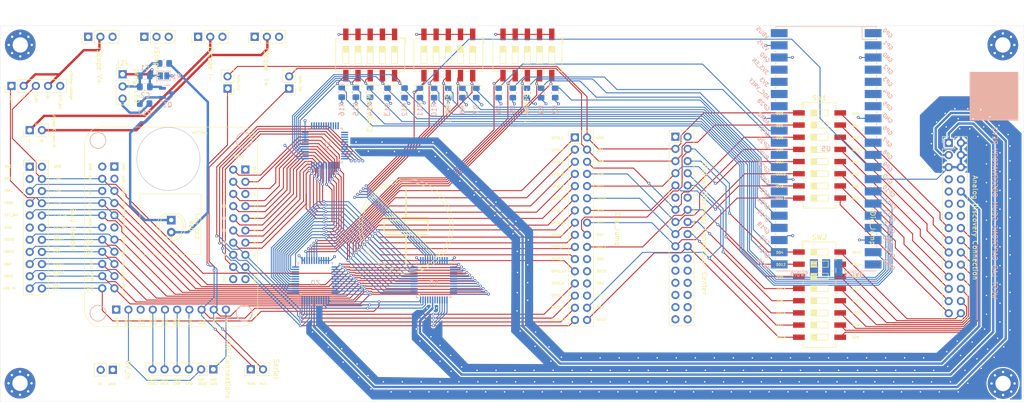
<source format=kicad_pcb>
(kicad_pcb (version 20241229) (generator "pcbnew") (generator_version "9.0")
  (layers (0 "F.Cu" signal "Front") (4 "In1.Cu" signal) (6 "In2.Cu" signal) (2 "B.Cu" signal "Back") (13 "F.Paste" user) (15 "B.Paste" user) (5 "F.SilkS" user "F.Silkscreen") (7 "B.SilkS" user "B.Silkscreen") (1 "F.Mask" user) (3 "B.Mask" user) (25 "Edge.Cuts" user))
  (net 0 "")
  (net 1 "Net-(J1-Pin_2)")
  (net 2 "AD_DC_Supply+")
  (net 3 "AD_Scope1+")
  (net 4 "AD_DIO_9")
  (net 5 "Trig1")
  (net 6 "AD_DIO_3")
  (net 7 "AD_DIO_14")
  (net 8 "AD_DIO_0")
  (net 9 "Trig2")
  (net 10 "AD_DIO_10")
  (net 11 "AD_DC_Supply-")
  (net 12 "AD_Scope2+")
  (net 13 "AD_DIO_6")
  (net 14 "AD_DIO_7")
  (net 15 "AD_DIO_4")
  (net 16 "AD_WaveGen2")
  (net 17 "AD_DIO_2")
  (net 18 "AD_DIO_13")
  (net 19 "AD_WaveGen1")
  (net 20 "AD_DIO_15")
  (net 22 "AD_DIO_1")
  (net 23 "AD_DIO_8")
  (net 24 "AD_DIO_11")
  (net 25 "AD_DIO_12")
  (net 26 "AD_DIO_5")
  (net 27 "DD_DIN_1")
  (net 28 "DD_DIN_22")
  (net 29 "DD_DIN_16")
  (net 30 "DD_DIN_19")
  (net 31 "DD_DIN_20")
  (net 32 "DD_DIN_14")
  (net 33 "DD_DIN_18")
  (net 34 "DD_DIN_3")
  (net 35 "DD_DIN_8")
  (net 36 "DD_DIN_17")
  (net 37 "DD_DIN_7")
  (net 38 "DD_DIN_10")
  (net 39 "DD_DIN_13")
  (net 40 "DD_DIN_15")
  (net 41 "DD_DIN_6")
  (net 42 "DD_DIN_4")
  (net 43 "DD_DIN_0")
  (net 44 "DD_DIN_9")
  (net 45 "DD_DIN_11")
  (net 46 "DD_DIN_12")
  (net 47 "DD_DIN_2")
  (net 48 "DD_DIN_21")
  (net 49 "DD_DIN_5")
  (net 50 "DD_DIN_23")
  (net 51 "JS_V+")
  (net 52 "JS_I+")
  (net 53 "JS_I-")
  (net 55 "Scope 1 Mux  1")
  (net 56 "Scope 1 Mux  13")
  (net 57 "Scope 1 Mux  3")
  (net 58 "Scope 1 Mux  5")
  (net 59 "Scope 1 Mux  10")
  (net 60 "Scope 1 Mux  15")
  (net 61 "Scope 1 Mux  11")
  (net 62 "Scope 1 Mux  6")
  (net 63 "Scope 1 Mux  2")
  (net 64 "Scope 1 Mux  8")
  (net 65 "Scope 1 Mux  9")
  (net 66 "Scope 1 Mux  4")
  (net 67 "Scope 1 Mux  14")
  (net 68 "Scope 1 Mux  12")
  (net 69 "Scope 1 Mux  7")
  (net 70 "Scope 1 Mux  16")
  (net 71 "Net-(J11-Pin_2)")
  (net 72 "Net-(J11-Pin_6)")
  (net 73 "Net-(J11-Pin_4)")
  (net 74 "Net-(J11-Pin_5)")
  (net 75 "Net-(J11-Pin_3)")
  (net 76 "Scope 1 Mux  27")
  (net 77 "Scope 1 Mux  28")
  (net 78 "Scope 1 Mux  21")
  (net 79 "Scope 1 Mux  29")
  (net 80 "Scope 1 Mux  25")
  (net 81 "Scope 1 Mux  17")
  (net 82 "Scope 1 Mux  23")
  (net 83 "Scope 1 Mux  18")
  (net 84 "Scope 1 Mux  24")
  (net 85 "Scope 1 Mux  19")
  (net 86 "Scope 1 Mux  22")
  (net 87 "Scope 1 Mux  20")
  (net 88 "Scope 1 Mux  26")
  (net 89 "Scope 1 Mux  31")
  (net 90 "Scope 1 Mux  30")
  (net 91 "Net-(U1-2_led)")
  (net 94 "Scope 1 Mux Control 0")
  (net 96 "Scope 1 Mux Control 2")
  (net 97 "Scope 1 Mux Control 3")
  (net 100 "Scope 1 Mux Control 1")
  (net 101 "Scope 1 Mux Control 4")
  (net 106 "WaveGen. Mux Control 3")
  (net 111 "WaveGen. Mux Control 4")
  (net 113 "WaveGen. Mux Control 1")
  (net 117 "WaveGen. Mux Control 0")
  (net 123 "WaveGen. Mux Control 2")
  (net 126 "Scope 2 Mux Control 2")
  (net 127 "Scope 2 Mux Control 4")
  (net 130 "Scope 2 Mux Control 0")
  (net 131 "Scope 2 Mux Control 1")
  (net 133 "Scope 2 Mux Control 3")
  (net 134 "Net-(J12-Pin_6)")
  (net 135 "Net-(J12-Pin_17)")
  (net 136 "Net-(J12-Pin_15)")
  (net 137 "Net-(J12-Pin_19)")
  (net 182 "Net-(J24-Pin_2)")
  (net 183 "Net-(J24-Pin_3)")
  (net 184 "Net-(Q1-G)")
  (net 185 "Net-(Q1-D)")
  (footprint "Connector_PinHeader_2.54mm:PinHeader_1x02_P2.54mm_Vertical" (layer "F.Cu") (at 93.46 107.9 90)
    (property "Reference" "J13" (hide yes))
    (property "Value" "Serial")
  )
  (footprint "Connector_PinHeader_2.54mm:PinHeader_1x02_P2.54mm_Vertical" (layer "F.Cu") (at 64.7 108 -90)
    (property "Reference" "J9" (hide yes))
    (property "Value" "5V_in")
  )
  (footprint "Connector_PinHeader_2.54mm:PinHeader_1x02_P2.54mm_Vertical" (layer "F.Cu") (at 88.6 49.3 180)
    (property "Reference" "J14" (hide yes))
    (property "Value" "RsTx_Dio")
  )
  (footprint "3rdPrty_Footprints:NoCrystal" (layer "F.Cu") (at 125.7928 78.087912 90)
    (property "Reference" "G***" (hide yes))
    (property "Value" "LOGO" (hide yes))
  )
  (footprint "Connector_PinHeader_2.54mm:PinHeader_2x16_P2.54mm_Vertical" (layer "F.Cu") (at 161 59.5)
    (property "Reference" "J10" (hide yes))
    (property "Value" "Dio_Jump")
  )
  (footprint "Connector_PinHeader_2.54mm:PinHeader_1x03_P2.54mm_Vertical" (layer "F.Cu") (at 82.46 38.5 90)
    (property "Reference" "J19" (hide yes))
    (property "Value" "JScope I-")
  )
  (footprint "Button_Switch_SMD:SW_DIP_SPSTx05_Slide_6.7x14.26mm_W8.61mm_P2.54mm_LowProfile" (layer "F.Cu") (at 134.6189 42.3 -90)
    (property "Reference" "J5" (hide yes))
    (property "Value" "Scope 2 Mux Config.")
  )
  (footprint "Connector_PinHeader_2.54mm:PinHeader_1x05_P2.54mm_Vertical" (layer "F.Cu") (at 43.568999 48.75 90)
    (property "Reference" "J16" (hide yes))
    (property "Value" "JScope Voltage")
  )
  (footprint "Connector_PinHeader_2.54mm:PinHeader_1x03_P2.54mm_Vertical" (layer "F.Cu") (at 71.26 38.5 90)
    (property "Reference" "J7" (hide yes))
    (property "Value" "JScope V-")
  )
  (footprint "MountingHole:MountingHole_3.2mm_M3_Pad_Via" (layer "F.Cu") (at 250.25 110.85)
    (property "Reference" "J22" (hide yes))
    (property "Value" "Mounting Hole" (hide yes))
  )
  (footprint "Connector_PinHeader_2.54mm:PinHeader_2x16_P2.54mm_Vertical" (layer "F.Cu") (at 181.96 59.362)
    (property "Reference" "J3" (hide yes))
    (property "Value" "Digitial Discovery Connection Center")
  )
  (footprint "Connector_PinHeader_2.54mm:PinHeader_2x11_P2.54mm_Vertical" (layer "F.Cu") (at 47.368999 65.62)
    (property "Reference" "J12" (hide yes))
    (property "Value" "Sulu Header")
  )
  (footprint "Button_Switch_SMD:SW_DIP_SPSTx08_Slide_6.7x21.88mm_W8.61mm_P2.54mm_LowProfile" (layer "F.Cu") (at 212 63.27)
    (property "Reference" "SW1")
    (property "Value" "SW_DIP_x08")
  )
  (footprint "Connector_PinHeader_2.54mm:PinHeader_2x15_P2.54mm_Vertical" (layer "F.Cu") (at 238.92 60.637)
    (property "Reference" "J2" (hide yes))
    (property "Value" "Analog Discovery Connection")
  )
  (footprint "Connector_PinHeader_2.54mm:PinHeader_1x03_P2.54mm_Vertical" (layer "F.Cu") (at 66.725 46.325)
    (property "Reference" "J24")
    (property "Value" "prog. LED")
  )
  (footprint "MountingHole:MountingHole_3.2mm_M3_Pad_Via" (layer "F.Cu") (at 250.202944 40.202944)
    (property "Reference" "J23" (hide yes))
    (property "Value" "Mounting Hole" (hide yes))
  )
  (footprint "Connector_PinHeader_2.54mm:PinHeader_1x06_P2.54mm_Vertical" (layer "F.Cu") (at 85.64 107.9 -90)
    (property "Reference" "J11" (hide yes))
    (property "Value" "nRF Connections")
  )
  (footprint "Connector_PinHeader_2.54mm:PinHeader_1x02_P2.54mm_Vertical" (layer "F.Cu") (at 47.368999 58 90)
    (property "Reference" "J8" (hide yes))
    (property "Value" "JScope Current IO")
  )
  (footprint "Button_Switch_SMD:SW_DIP_SPSTx05_Slide_6.7x14.26mm_W8.61mm_P2.54mm_LowProfile" (layer "F.Cu") (at 118.3379 42.3 -90)
    (property "Reference" "J17" (hide yes))
    (property "Value" "WaveGen. 1 Mux Config.")
  )
  (footprint "Button_Switch_SMD:SW_DIP_SPSTx08_Slide_6.7x21.88mm_W8.61mm_P2.54mm_LowProfile" (layer "F.Cu") (at 211.995 92.31)
    (property "Reference" "SW2")
    (property "Value" "SW_DIP_x08")
  )
  (footprint "Connector_PinHeader_2.54mm:PinHeader_1x02_P2.54mm_Vertical" (layer "F.Cu") (at 101.45 49.3 180)
    (property "Reference" "J15" (hide yes))
    (property "Value" "RsRx_Dio")
  )
  (footprint "Connector_PinHeader_2.54mm:PinHeader_1x03_P2.54mm_Vertical" (layer "F.Cu") (at 59.56 38.5 90)
    (property "Reference" "J6" (hide yes))
    (property "Value" "JScope V+")
  )
  (footprint "3rdPrty_Footprints:SuLu_Foot" (layer "F.Cu") (at 76.768999 77.988 -90)
    (property "Reference" "U1" (hide yes))
    (property "Value" "1" (hide yes))
  )
  (footprint "MountingHole:MountingHole_3.2mm_M3_Pad_Via" (layer "F.Cu") (at 45.35 110.8)
    (property "Reference" "J20" (hide yes))
    (property "Value" "Mounting Hole" (hide yes))
  )
  (footprint "Button_Switch_SMD:SW_DIP_SPSTx05_Slide_6.7x14.26mm_W8.61mm_P2.54mm_LowProfile" (layer "F.Cu") (at 151.1 42.3 -90)
    (property "Reference" "J4" (hide yes))
    (property "Value" "Scope 1 Mux Config.")
  )
  (footprint "Connector_PinHeader_2.54mm:PinHeader_1x03_P2.54mm_Vertical" (layer "F.Cu") (at 94.26 38.5 90)
    (property "Reference" "J18" (hide yes))
    (property "Value" "JScope  I+")
  )
  (footprint "MountingHole:MountingHole_3.2mm_M3_Pad_Via" (layer "F.Cu") (at 45.4 40.2)
    (property "Reference" "J21" (hide yes))
    (property "Value" "Mounting Hole" (hide yes))
  )
  (footprint "Package_TO_SOT_SMD:SOT-23" (layer "B.Cu") (at 75.9625 50.2)
    (property "Reference" "Q1")
    (property "Value" "2N7002")
  )
  (footprint "Resistor_SMD:R_0805_2012Metric_Pad1.20x1.40mm_HandSolder" (layer "B.Cu") (at 115.35 50.1 90)
    (property "Reference" "R15")
    (property "Value" "R_up")
  )
  (footprint "Resistor_SMD:R_0805_2012Metric_Pad1.20x1.40mm_HandSolder" (layer "B.Cu") (at 112.4 50.1 90)
    (property "Reference" "R16")
    (property "Value" "R_up")
  )
  (footprint "Resistor_SMD:R_0805_2012Metric_Pad1.20x1.40mm_HandSolder" (layer "B.Cu") (at 156.9 50.2 90)
    (property "Reference" "R2")
    (property "Value" "R_up")
  )
  (footprint "3rdPrty_Footprints:SU_48_ADI" (layer "B.Cu") (at 108.8913 61.2 90)
    (property "Reference" "U3")
    (property "Value" "Wave Gen. Mux")
  )
  (footprint "Resistor_SMD:R_0805_2012Metric_Pad1.20x1.40mm_HandSolder" (layer "B.Cu") (at 118.3 50.1 90)
    (property "Reference" "R14")
    (property "Value" "R_up")
  )
  (footprint "Resistor_SMD:R_0805_2012Metric_Pad1.20x1.40mm_HandSolder" (layer "B.Cu") (at 148.05 50.2 90)
    (property "Reference" "R5")
    (property "Value" "R_up")
  )
  (footprint "Resistor_SMD:R_0805_2012Metric_Pad1.20x1.40mm_HandSolder" (layer "B.Cu") (at 137.55 50.2 90)
    (property "Reference" "R8")
    (property "Value" "R_up")
  )
  (footprint "Resistor_SMD:R_0805_2012Metric_Pad1.20x1.40mm_HandSolder" (layer "B.Cu") (at 151 50.2 90)
    (property "Reference" "R4")
    (property "Value" "R_up")
  )
  (footprint "Resistor_SMD:R_0805_2012Metric_Pad1.20x1.40mm_HandSolder" (layer "B.Cu") (at 145.1 50.2 90)
    (property "Reference" "R6")
    (property "Value" "R_up")
  )
  (footprint "Resistor_SMD:R_0805_2012Metric_Pad1.20x1.40mm_HandSolder" (layer "B.Cu") (at 134.6 50.2 90)
    (property "Reference" "R9")
    (property "Value" "R_up")
  )
  (footprint "Resistor_SMD:R_0805_2012Metric_Pad1.20x1.40mm_HandSolder" (layer "B.Cu") (at 71.325 52.45 180)
    (property "Reference" "R17")
    (property "Value" "100k")
  )
  (footprint "Resistor_SMD:R_0805_2012Metric_Pad1.20x1.40mm_HandSolder" (layer "B.Cu") (at 128.7 50.2 90)
    (property "Reference" "R11")
    (property "Value" "R_up")
  )
  (footprint "Resistor_SMD:R_0805_2012Metric_Pad1.20x1.40mm_HandSolder" (layer "B.Cu") (at 125.5 50.2 90)
    (property "Reference" "R12")
    (property "Value" "R_up")
  )
  (footprint "Resistor_SMD:R_0805_2012Metric_Pad1.20x1.40mm_HandSolder" (layer "B.Cu") (at 153.95 50.2 90)
    (property "Reference" "R3")
    (property "Value" "R_up")
  )
  (footprint "Resistor_SMD:R_0805_2012Metric_Pad1.20x1.40mm_HandSolder" (layer "B.Cu") (at 121.95 50.2 90)
    (property "Reference" "R13")
    (property "Value" "R_up")
  )
  (footprint "3rdPrty_Footprints:SU_48_ADI" (layer "B.Cu") (at 106.8987 89.3)
    (property "Reference" "U2")
    (property "Value" "Scope 1 Mux")
  )
  (footprint "Resistor_SMD:R_0805_2012Metric_Pad1.20x1.40mm_HandSolder" (layer "B.Cu") (at 75.425 44.05)
    (property "Reference" "R1")
    (property "Value" "14.7")
  )
  (footprint "Resistor_SMD:R_0805_2012Metric_Pad1.20x1.40mm_HandSolder" (layer "B.Cu") (at 131.65 50.2 90)
    (property "Reference" "R10")
    (property "Value" "R_up")
  )
  (footprint "Capacitor_SMD:C_0805_2012Metric_Pad1.18x1.45mm_HandSolder" (layer "B.Cu") (at 71.3625 48.95 180)
    (property "Reference" "C2")
    (property "Value" "C")
  )
  (footprint "Resistor_SMD:R_0805_2012Metric_Pad1.20x1.40mm_HandSolder" (layer "B.Cu") (at 140.45 50.2 90)
    (property "Reference" "R7")
    (property "Value" "R_up")
  )
  (footprint "Jumper:SolderJumper-2_P1.3mm_Open_Pad1.0x1.5mm" (layer "B.Cu") (at 75.275 46.65 180)
    (property "Reference" "J1" (hide yes))
    (property "Value" "GND/CUT")
  )
  (footprint "3rdPrty_Footprints:SU_48_ADI" (layer "B.Cu") (at 131.5913 89.3)
    (property "Reference" "U4")
    (property "Value" "Scope 2 Mux")
  )
  (footprint "Capacitor_SMD:C_0805_2012Metric_Pad1.18x1.45mm_HandSolder" (layer "B.Cu") (at 71.3625 46.65 180)
    (property "Reference" "C1")
    (property "Value" "C")
  )
  (footprint "3rdPrty_Footprints:RPi_Pico_SMD_TH" (layer "B.Cu") (at 213.375 61.87 180)
    (property "Reference" "U5")
    (property "Value" "Pico" (hide yes))
  )
  (gr_rect (start 243.35 45.9) (end 253.35 55.9) (stroke (width 0.1524)) (fill yes) (layer "B.SilkS"))
  (gr_circle (center 76.268999 63.988) (end 82.845472 63.988) (stroke (width 0.1524)) (fill no) (layer "Edge.Cuts"))
  (gr_rect (start 41.2 36.2) (end 254.6 114.7) (stroke (width 0.05)) (fill no) (layer "Edge.Cuts"))
  (gr_text "ADio_Jump" (at 223.1 78.05 270) (layer "F.SilkS") (effects (font (size 1 1))))
  (gr_text "NRF\nVDDD" (at 82.35 111.2 0) (layer "F.SilkS") (effects (font (size 0.5 0.5) (thickness 0.1)) (justify left bottom)))
  (gr_text "1.1V_IN" (at 52.275 76 0) (layer "F.SilkS") (effects (font (size 0.5 0.5) (thickness 0.1)) (justify left bottom)))
  (gr_text "GND" (at 79.75 111.15 0) (layer "F.SilkS") (effects (font (size 0.5 0.5) (thickness 0.1)) (justify left bottom)))
  (gr_text "DD10" (at 165.45 72.533333 0) (layer "F.SilkS") (effects (font (size 0.5 0.5) (thickness 0.1)) (justify left bottom)))
  (gr_text "1.1V" (at 43.3 50.6 270) (layer "F.SilkS") (effects (font (size 0.5 0.5) (thickness 0.1)) (justify left bottom)))
  (gr_text "GPIO_13" (at 156.05 87.693333 0) (layer "F.SilkS") (effects (font (size 0.5 0.5) (thickness 0.1)) (justify left bottom)))
  (gr_text "3WB\nDATA" (at 74.5 111.2 0) (layer "F.SilkS") (effects (font (size 0.5 0.5) (thickness 0.1)) (justify left bottom)))
  (gr_text "DD5" (at 202.9 88.866667 0) (layer "F.SilkS") (effects (font (size 0.5 0.5) (thickness 0.1)) (justify left bottom)))
  (gr_text "GND" (at 41.977382 68.35 0) (layer "F.SilkS") (effects (font (size 0.5 0.5) (thickness 0.1)) (justify left bottom)))
  (gr_text "DD2" (at 202.9 64.946667 0) (layer "F.SilkS") (effects (font (size 0.5 0.5) (thickness 0.1)) (justify left bottom)))
  (gr_text "+" (at 51.2 51.05 270) (layer "F.SilkS") (effects (font (size 1 1))))
  (gr_text "GPIO_1" (at 156.05 59.9 0) (layer "F.SilkS") (effects (font (size 0.5 0.5) (thickness 0.1)) (justify left bottom)))
  (gr_text "ADC\nOUT" (at 52.1 91.25 0) (layer "F.SilkS") (effects (font (size 0.5 0.5) (thickness 0.1)) (justify left bottom)))
  (gr_text "GPIO_8" (at 156.05 64.953333 0) (layer "F.SilkS") (effects (font (size 0.5 0.5) (thickness 0.1)) (justify left bottom)))
  (gr_text "DD1" (at 202.9 57.366667 0) (layer "F.SilkS") (effects (font (size 0.5 0.5) (thickness 0.1)) (justify left bottom)))
  (gr_text "DD12" (at 165.45 82.64 0) (layer "F.SilkS") (effects (font (size 0.5 0.5) (thickness 0.1)) (justify left bottom)))
  (gr_text "DD9" (at 202.9 62.42 0) (layer "F.SilkS") (effects (font (size 0.5 0.5) (thickness 0.1)) (justify left bottom)))
  (gr_text "DD12" (at 202.9 86.34 0) (layer "F.SilkS") (effects (font (size 0.5 0.5) (thickness 0.1)) (justify left bottom)))
  (gr_text "DD13" (at 165.45 87.693333 0) (layer "F.SilkS") (effects (font (size 0.5 0.5) (thickness 0.1)) (justify left bottom)))
  (gr_text "DD11" (at 165.45 77.586667 0) (layer "F.SilkS") (effects (font (size 0.5 0.5) (thickness 0.1)) (justify left bottom)))
  (gr_text "DD11" (at 202.9 72.526667 0) (layer "F.SilkS") (effects (font (size 0.5 0.5) (thickness 0.1)) (justify left bottom)))
  (gr_text "EXT_BAT" (at 42 76 0) (layer "F.SilkS") (effects (font (size 0.5 0.5) (thickness 0.1)) (justify left bottom)))
  (gr_text "VDDIO" (at 41.875 83.65 0) (layer "F.SilkS") (effects (font (size 0.5 0.5) (thickness 0.1)) (justify left bottom)))
  (gr_text "DD14" (at 165.45 92.746667 0) (layer "F.SilkS") (effects (font (size 0.5 0.5) (thickness 0.1)) (justify left bottom)))
  (gr_text "DD14" (at 202.9 96.446667 0) (layer "F.SilkS") (effects (font (size 0.5 0.5) (thickness 0.1)) (justify left bottom)))
  (gr_text "GPIO_4" (at 156.05 80.113333 0) (layer "F.SilkS") (effects (font (size 0.5 0.5) (thickness 0.1)) (justify left bottom)))
  (gr_text "GPIO_0" (at 156.05 62.426667 0) (layer "F.SilkS") (effects (font (size 0.5 0.5) (thickness 0.1)) (justify left bottom)))
  (gr_text "AD1" (at 218.75 57.343334 0) (layer "F.SilkS") (effects (font (size 0.5 0.5) (thickness 0.1)) (justify left bottom)))
  (gr_text "VDDIO" (at 41.9 81.1 0) (layer "F.SilkS") (effects (font (size 0.5 0.5) (thickness 0.1)) (justify left bottom)))
  (gr_text "DD2" (at 165.45 70.006667 0) (layer "F.SilkS") (effects (font (size 0.5 0.5) (thickness 0.1)) (justify left bottom)))
  (gr_text "RsRx" (at 92.65 111.2 0) (layer "F.SilkS") (effects (font (size 0.5 0.5) (thickness 0.1)) (justify left bottom)))
  (gr_text "AD6" (at 218.75 69.976667 0) (layer "F.SilkS") (effects (font (size 0.5 0.5) (thickness 0.1)) (justify left bottom)))
  (gr_text "GPIO_3" (at 156.05 75.06 0) (layer "F.SilkS") (effects (font (size 0.5 0.5) (thickness 0.1)) (justify left bottom)))
  (gr_text "GPIO_6" (at 156.05 90.22 0) (layer "F.SilkS") (effects (font (size 0.5 0.5) (thickness 0.1)) (justify left bottom)))
  (gr_text "DD15" (at 165.45 97.8 0) (layer "F.SilkS") (effects (font (size 0.5 0.5) (thickness 0.1)) (justify left bottom)))
  (gr_text "GPIO_15" (at 156.05 97.8 0) (layer "F.SilkS") (effects (font (size 0.5 0.5) (thickness 0.1)) (justify left bottom)))
  (gr_text "AD0" (at 218.75 54.816667 0) (layer "F.SilkS") (effects (font (size 0.5 0.5) (thickness 0.1)) (justify left bottom)))
  (gr_text "AD11" (at 218.75 93.896667 0) (layer "F.SilkS") (effects (font (size 0.5 0.5) (thickness 0.1)) (justify left bottom)))
  (gr_text "AD3" (at 218.75 62.396667 0) (layer "F.SilkS") (effects (font (size 0.5 0.5) (thickness 0.1)) (justify left bottom)))
  (gr_text "DD0" (at 165.45 59.9 0) (layer "F.SilkS") (effects (font (size 0.5 0.5) (thickness 0.1)) (justify left bottom)))
  (gr_text "GPIO_9" (at 156.05 67.48 0) (layer "F.SilkS") (effects (font (size 0.5 0.5) (thickness 0.1)) (justify left bottom)))
  (gr_text "AD14" (at 218.75 86.316667 0) (layer "F.SilkS") (effects (font (size 0.5 0.5) (thickness 0.1)) (justify left bottom)))
  (gr_text "IMU\nVDD" (at 52.15 83.65 0) (layer "F.SilkS") (effects (font (size 0.5 0.5) (thickness 0.1)) (justify left bottom)))
  (gr_text "+" (at 62.1 110.95 270) (layer "F.SilkS") (effects (font (size 1 1))))
  (gr_text "DD7" (at 165.45 95.273333 0) (layer "F.SilkS") (effects (font (size 0.5 0.5) (thickness 0.1)) (justify left bottom)))
  (gr_text "+" (at 49.95 60.2 270) (layer "F.SilkS") (effects (font (size 1 1))))
  (gr_text "DD1" (at 165.45 62.426667 0) (layer "F.SilkS") (effects (font (size 0.5 0.5) (thickness 0.1)) (justify left bottom)))
  (gr_text "AD7" (at 218.75 72.503334 0) (layer "F.SilkS") (effects (font (size 0.5 0.5) (thickness 0.1)) (justify left bottom)))
  (gr_text "GPIO_2" (at 156.05 70.006667 0) (layer "F.SilkS") (effects (font (size 0.5 0.5) (thickness 0.1)) (justify left bottom)))
  (gr_text "HARD\nRESET" (at 71.9 111.2 0) (layer "F.SilkS") (effects (font (size 0.5 0.5) (thickness 0.1)) (justify left bottom)))
  (gr_text "DD15" (at 202.9 101.5 0) (layer "F.SilkS") (effects (font (size 0.5 0.5) (thickness 0.1)) (justify left bottom)))
  (gr_text "VBAT" (at 41.85 86.25 0) (layer "F.SilkS") (effects (font (size 0.5 0.5) (thickness 0.1)) (justify left bottom)))
  (gr_text "GPIO_11" (at 156.05 77.586667 0) (layer "F.SilkS") (effects (font (size 0.5 0.5) (thickness 0.1)) (justify left bottom)))
  (gr_text "DD10" (at 202.9 67.473333 0) (layer "F.SilkS") (effects (font (size 0.5 0.5) (thickness 0.1)) (justify left bottom)))
  (gr_text "|\n|\n|\n|\n|-Wave Gen2\n|\n|\n|\n|" (at 118.15 48.05 270) (layer "F.SilkS") (effects (font (size 1 1)) (justify left)))
  (gr_text "DD9" (at 165.45 67.48 0) (layer "F.SilkS") (effects (font (size 0.5 0.5) (thickness 0.1)) (justify left bottom)))
  (gr_text "+" (at 46 51.05 270) (layer "F.SilkS") (effects (font (size 1 1))))
  (gr_text "GND" (at 63.7 111.25 0) (layer "F.SilkS") (effects (font (size 0.5 0.5) (thickness 0.1)) (justify left bottom)))
  (gr_text "AD12" (at 218.75 91.37 0) (layer "F.SilkS") (effects (font (size 0.5 0.5) (thickness 0.1)) (justify left bottom)))
  (gr_text "EXT_BAT" (at 52.325 78.6 0) (layer "F.SilkS") (effects (font (size 0.5 0.5) (thickness 0.1)) (justify left bottom)))
  (gr_text "DD6" (at 165.45 90.22 0) (layer "F.SilkS") (effects (font (size 0.5 0.5) (thickness 0.1)) (justify left bottom)))
  (gr_text "NRF\nGND" (at 84.9 111.2 0) (layer "F.SilkS") (effects (font (size 0.5 0.5) (thickness 0.1)) (justify left bottom)))
  (gr_text "GPIO_7" (at 156.05 95.273333 0) (layer "F.SilkS") (effects (font (size 0.5 0.5) (thickness 0.1)) (justify left bottom)))
  (gr_text "1.8V" (at 52.252382 68.35 0) (layer "F.SilkS") (effects (font (size 0.5 0.5) (thickness 0.1)) (justify left bottom)))
  (gr_text "GND" (at 42.075 65.85 0) (layer "F.SilkS") (effects (font (size 0.5 0.5) (thickness 0.1)) (justify left bottom)))
  (gr_text "VDDIO" (at 52.125 86.25 0) (layer "F.SilkS") (effects (font (size 0.5 0.5) (thickness 0.1)) (justify left bottom)))
  (gr_text "DD3" (at 202.9 70 0) (layer "F.SilkS") (effects (font (size 0.5 0.5) (thickness 0.1)) (justify left bottom)))
  (gr_text "AD13" (at 218.75 88.843334 0) (layer "F.SilkS") (effects (font (size 0.5 0.5) (thickness 0.1)) (justify left bottom)))
  (gr_text "AD2" (at 218.75 59.87 0) (layer "F.SilkS") (effects (font (size 0.5 0.5) (thickness 0.1)) (justify left bottom)))
  (gr_text "GND" (at 52.35 65.85 0) (layer "F.SilkS") (effects (font (size 0.5 0.5) (thickness 0.1)) (justify left bottom)))
  (gr_text "GPIO_14" (at 156.05 92.746667 0) (layer "F.SilkS") (effects (font (size 0.5 0.5) (thickness 0.1)) (justify left bottom)))
  (gr_text "RsTx" (at 95.2 111.2 0) (layer "F.SilkS") (effects (font (size 0.5 0.5) (thickness 0.1)) (justify left bottom)))
  (gr_text "VDDD" (at 41.975 73.45 0) (layer "F.SilkS") (effects (font (size 0.5 0.5) (thickness 0.1)) (justify left bottom)))
  (gr_text "AD8" (at 218.75 101.476667 0) (layer "F.SilkS") (effects (font (size 0.5 0.5) (thickness 0.1)) (justify left bottom)))
  (gr_text "ADC IN" (at 41.825 91.25 0) (layer "F.SilkS") (effects (font (size 0.5 0.5) (thickness 0.1)) (justify left bottom)))
  (gr_text "GND" (at 42.05 78.6 0) (layer "F.SilkS") (effects (font (size 0.5 0.5) (thickness 0.1)) (justify left bottom)))
  (gr_text "AD10" (at 218.75 96.423334 0) (layer "F.SilkS") (effects (font (size 0.5 0.5) (thickness 0.1)) (justify left bottom)))
  (gr_text "DD4\n" (at 165.45 80.113333 0) (layer "F.SilkS") (effects (font (size 0.5 0.5) (thickness 0.1)) (justify left bottom)))
  (gr_text "VBAT" (at 41.95 70.9 0) (layer "F.SilkS") (effects (font (size 0.5 0.5) (thickness 0.1)) (justify left bottom)))
  (gr_text "-" (at 47.35 60.2 270) (layer "F.SilkS") (effects (font (size 1 1))))
  (gr_text "DD8" (at 165.45 64.953333 0) (layer "F.SilkS") (effects (font (size 0.5 0.5) (thickness 0.1)) (justify left bottom)))
  (gr_text "DD13" (at 202.9 91.393333 0) (layer "F.SilkS") (effects (font (size 0.5 0.5) (thickness 0.1)) (justify left bottom)))
  (gr_text "1.1V" (at 52.25 73.45 0) (layer "F.SilkS") (effects (font (size 0.5 0.5) (thickness 0.1)) (justify left bottom)))
  (gr_text "AD5" (at 218.75 67.45 0) (layer "F.SilkS") (effects (font (size 0.5 0.5) (thickness 0.1)) (justify left bottom)))
  (gr_text "BTSRC\nSEL" (at 52.2 88.75 0) (layer "F.SilkS") (effects (font (size 0.5 0.5) (thickness 0.1)) (justify left bottom)))
  (gr_text "1.8V" (at 52.225 70.9 0) (layer "F.SilkS") (effects (font (size 0.5 0.5) (thickness 0.1)) (justify left bottom)))
  (gr_text "DD7" (at 202.9 98.973333 0) (layer "F.SilkS") (effects (font (size 0.5 0.5) (thickness 0.1)) (justify left bottom)))
  (gr_text "DD3" (at 165.45 75.06 0) (layer "F.SilkS") (effects (font (size 0.5 0.5) (thickness 0.1)) (justify left bottom)))
  (gr_text "DD5" (at 165.45 85.166667 0) (layer "F.SilkS") (effects (font (size 0.5 0.5) (thickness 0.1)) (justify left bottom)))
  (gr_text "DD8" (at 202.9 59.893333 0) (layer "F.SilkS") (effects (font (size 0.5 0.5) (thickness 0.1)) (justify left bottom)))
  (gr_text "1.8V" (at 48.4 50.55 270) (layer "F.SilkS") (effects (font (size 0.5 0.5) (thickness 0.1)) (justify left bottom)))
  (gr_text "DD6" (at 202.9 93.92 0) (layer "F.SilkS") (effects (font (size 0.5 0.5) (thickness 0.1)) (justify left bottom)))
  (gr_text "|\n|\n|\n|\n|-Scope 2\n|\n|\n|\n|" (at 134.55 48.1 270) (layer "F.SilkS") (effects (font (size 1 1)) (justify left)))
  (gr_text "GPIO_10" (at 156.05 72.533333 0) (layer "F.SilkS") (effects (font (size 0.5 0.5) (thickness 0.1)) (justify left bottom)))
  (gr_text "AD15" (at 218.75 83.79 0) (layer "F.SilkS") (effects (font (size 0.5 0.5) (thickness 0.1)) (justify left bottom)))
  (gr_text "DD4\n" (at 202.9 83.813333 0) (layer "F.SilkS") (effects (font (size 0.5 0.5) (thickness 0.1)) (justify left bottom)))
  (gr_text "AD4" (at 218.75 64.923334 0) (layer "F.SilkS") (effects (font (size 0.5 0.5) (thickness 0.1)) (justify left bottom)))
  (gr_text "DD0" (at 202.9 54.84 0) (layer "F.SilkS") (effects (font (size 0.5 0.5) (thickness 0.1)) (justify left bottom)))
  (gr_text "VDDD" (at 41.925 88.75 0) (layer "F.SilkS") (effects (font (size 0.5 0.5) (thickness 0.1)) (justify left bottom)))
  (gr_text "GPIO_12" (at 156.05 82.64 0) (layer "F.SilkS") (effects (font (size 0.5 0.5) (thickness 0.1)) (justify left bottom)))
  (gr_text "AD9" (at 218.75 98.95 0) (layer "F.SilkS") (effects (font (size 0.5 0.5) (thickness 0.1)) (justify left bottom)))
  (gr_text "IMU\nVDDIO" (at 52.175 81.1 0) (layer "F.SilkS") (effects (font (size 0.5 0.5) (thickness 0.1)) (justify left bottom)))
  (gr_text "|\n|\n|\n|\n|-Scope 1\n|\n|\n|\n|" (at 151.05 48.05 270) (layer "F.SilkS") (effects (font (size 1 1)) (justify left)))
  (gr_text "EXT_BAT" (at 53.4 50.65 270) (layer "F.SilkS") (effects (font (size 0.5 0.5) (thickness 0.1)) (justify left bottom)))
  (gr_text "GPIO_5" (at 156.05 85.166667 0) (layer "F.SilkS") (effects (font (size 0.5 0.5) (thickness 0.1)) (justify left bottom)))
  (gr_text "3WB\nENB" (at 77.2 111.2 0) (layer "F.SilkS") (effects (font (size 0.5 0.5) (thickness 0.1)) (justify left bottom)))
  (gr_text "WEST LAB CAPSTONE SCUM OBSERVATORY REV2" (at 247.95 93.35 270) (layer "B.SilkS") (effects (font (size 1 1)) (justify left bottom mirror)))
  (segment (start 71.875 46.325) (end 72.85 45.35) (width 0.5) (layer "F.Cu") (net 1))
  (segment (start 66.725 46.325) (end 71.875 46.325) (width 0.5) (layer "F.Cu") (net 1))
  (via (at 72.85 45.35) (size 0.6) (drill 0.3) (layers "F.Cu" "B.Cu") (net 1))
  (segment (start 74.725001 48.950001) (end 75.025 49.25) (width 0.2) (layer "B.Cu") (net 1))
  (segment (start 72.4 48.95) (end 72.4 46.65) (width 0.5) (layer "B.Cu") (net 1))
  (segment (start 72.85 46.2) (end 72.4 46.65) (width 0.5) (layer "B.Cu") (net 1))
  (segment (start 72.4 46.65) (end 74.625 46.65) (width 0.5) (layer "B.Cu") (net 1))
  (segment (start 72.4 48.95) (end 74.725001 48.950001) (width 0.5) (layer "B.Cu") (net 1))
  (segment (start 72.85 45.35) (end 72.85 46.2) (width 0.5) (layer "B.Cu") (net 1))
  (via (at 134.6 52.3) (size 0.6) (drill 0.3) (layers "F.Cu" "B.Cu") (net 2))
  (via (at 118.3 52.4) (size 0.6) (drill 0.3) (layers "F.Cu" "B.Cu") (net 2))
  (via (at 122.6 52.4) (size 0.6) (drill 0.3) (layers "F.Cu" "B.Cu") (net 2))
  (via (at 131.6 52.3) (size 0.6) (drill 0.3) (layers "F.Cu" "B.Cu") (net 2))
  (via (at 128 84.6) (size 0.6) (drill 0.3) (layers "F.Cu" "B.Cu") (net 2))
  (via (at 148.4 52.5) (size 0.6) (drill 0.3) (layers "F.Cu" "B.Cu") (net 2))
  (via (at 138.4 52.7) (size 0.6) (drill 0.3) (layers "F.Cu" "B.Cu") (net 2))
  (via (at 152.8 52.5) (size 0.6) (drill 0.3) (layers "F.Cu" "B.Cu") (net 2))
  (via (at 115.4 52.4) (size 0.6) (drill 0.3) (layers "F.Cu" "B.Cu") (net 2))
  (via (at 141.6 52.7) (size 0.6) (drill 0.3) (layers "F.Cu" "B.Cu") (net 2))
  (via (at 155 52.5) (size 0.6) (drill 0.3) (layers "F.Cu" "B.Cu") (net 2))
  (via (at 100.55 61.15) (size 0.6) (drill 0.3) (layers "F.Cu" "B.Cu") (net 2))
  (via (at 103.5 84.2) (size 0.6) (drill 0.3) (layers "F.Cu" "B.Cu") (net 2))
  (via (at 126.4 52.4) (size 0.6) (drill 0.3) (layers "F.Cu" "B.Cu") (net 2))
  (via (at 157.6 52.5) (size 0.6) (drill 0.3) (layers "F.Cu" "B.Cu") (net 2))
  (via (at 145.6 52.5) (size 0.6) (drill 0.3) (layers "F.Cu" "B.Cu") (net 2))
  (via (at 200.8 40.3) (size 0.6) (drill 0.3) (layers "F.Cu" "B.Cu") (net 2))
  (via (at 129.6 52.3) (size 0.6) (drill 0.3) (layers "F.Cu" "B.Cu") (net 2))
  (via (at 112.4 52.4) (size 0.6) (drill 0.3) (layers "F.Cu" "B.Cu") (net 2))
  (segment (start 145.1 52) (end 145.6 52.5) (width 0.2) (layer "B.Cu") (net 2))
  (segment (start 121.95 51.2) (end 121.95 51.75) (width 0.2) (layer "B.Cu") (net 2))
  (segment (start 112.4 51.1) (end 112.4 52.4) (width 0.2) (layer "B.Cu") (net 2))
  (segment (start 153.95 51.45) (end 155 52.5) (width 0.2) (layer "B.Cu") (net 2))
  (segment (start 62.483999 78.287) (end 49.941999 78.287) (width 0.2) (layer "B.Cu") (net 2))
  (segment (start 148.05 52.15) (end 148.4 52.5) (width 0.2) (layer "B.Cu") (net 2))
  (segment (start 137.55 51.2) (end 137.55 51.85) (width 0.2) (layer "B.Cu") (net 2))
  (segment (start 148.05 51.2) (end 148.05 52.15) (width 0.2) (layer "B.Cu") (net 2))
  (segment (start 137.55 51.85) (end 138.4 52.7) (width 0.2) (layer "B.Cu") (net 2))
  (segment (start 104.4852 85.1852) (end 103.5 84.2) (width 0.2) (layer "B.Cu") (net 2))
  (segment (start 151 51.2) (end 152.3 52.5) (width 0.2) (layer "B.Cu") (net 2))
  (segment (start 128.5852 85.1852) (end 128 84.6) (width 0.2) (layer "B.Cu") (net 2))
  (segment (start 128.7 51.4) (end 129.6 52.3) (width 0.2) (layer "B.Cu") (net 2))
  (segment (start 204.485 40.28) (end 204.465 40.3) (width 0.2) (layer "B.Cu") (net 2))
  (segment (start 153.95 51.2) (end 153.95 51.45) (width 0.2) (layer "B.Cu") (net 2))
  (segment (start 115.35 52.35) (end 115.4 52.4) (width 0.2) (layer "B.Cu") (net 2))
  (segment (start 102.850001 63.450001) (end 100.55 61.15) (width 0.2) (layer "B.Cu") (net 2))
  (segment (start 140.45 51.55) (end 141.6 52.7) (width 0.2) (layer "B.Cu") (net 2))
  (segment (start 104.7765 63.450001) (end 102.850001 63.450001) (width 0.2) (layer "B.Cu") (net 2))
  (segment (start 125.5 51.2) (end 125.5 51.5) (width 0.2) (layer "B.Cu") (net 2))
  (segment (start 204.465 40.3) (end 200.8 40.3) (width 0.2) (layer "B.Cu") (net 2))
  (segment (start 104.7765 63.95) (end 103.35 63.95) (width 0.2) (layer "B.Cu") (net 2))
  (segment (start 131.65 52.25) (end 131.6 52.3) (width 0.2) (layer "B.Cu") (net 2))
  (segment (start 103.35 63.95) (end 102.850001 63.450001) (width 0.2) (layer "B.Cu") (net 2))
  (segment (start 104.648699 85.1852) (end 104.4852 85.1852) (width 0.2) (layer "B.Cu") (net 2))
  (segment (start 134.6 51.2) (end 134.6 52.3) (width 0.2) (layer "B.Cu") (net 2))
  (segment (start 128.7 51.2) (end 128.7 51.4) (width 0.2) (layer "B.Cu") (net 2))
  (segment (start 115.35 51.1) (end 115.35 52.35) (width 0.2) (layer "B.Cu") (net 2))
  (segment (start 121.95 51.75) (end 122.6 52.4) (width 0.2) (layer "B.Cu") (net 2))
  (segment (start 129.341299 85.1852) (end 128.5852 85.1852) (width 0.2) (layer "B.Cu") (net 2))
  (segment (start 152.3 52.5) (end 152.8 52.5) (width 0.2) (layer "B.Cu") (net 2))
  (segment (start 156.9 51.8) (end 157.6 52.5) (width 0.2) (layer "B.Cu") (net 2))
  (segment (start 131.65 51.2) (end 131.65 52.25) (width 0.2) (layer "B.Cu") (net 2))
  (segment (start 125.5 51.5) (end 126.4 52.4) (width 0.2) (layer "B.Cu") (net 2))
  (segment (start 140.45 51.2) (end 140.45 51.55) (width 0.2) (layer "B.Cu") (net 2))
  (segment (start 145.1 51.2) (end 145.1 52) (width 0.2) (layer "B.Cu") (net 2))
  (segment (start 156.9 51.2) (end 156.9 51.8) (width 0.2) (layer "B.Cu") (net 2))
  (segment (start 118.3 51.1) (end 118.3 52.4) (width 0.2) (layer "B.Cu") (net 2))
  (segment (start 238.92 58.68) (end 238.92 60.637) (width 0.5) (layer "B.Cu") (net 3))
  (segment (start 248.2 100.1) (end 248.2 60.8) (width 0.5) (layer "B.Cu") (net 3))
  (segment (start 239.3 109) (end 248.2 100.1) (width 0.5) (layer "B.Cu") (net 3))
  (segment (start 131.3413 95.1587) (end 128.7 97.8) (width 0.5) (layer "B.Cu") (net 3))
  (segment (start 131.3413 93.4148) (end 131.3413 95.1587) (width 0.3) (layer "B.Cu") (net 3))
  (segment (start 128.7 97.8) (end 128.7 100.3) (width 0.5) (layer "B.Cu") (net 3))
  (segment (start 241 56.6) (end 238.92 58.68) (width 0.5) (layer "B.Cu") (net 3))
  (segment (start 248.2 60.8) (end 244 56.6) (width 0.5) (layer "B.Cu") (net 3))
  (segment (start 137.4 109) (end 239.3 109) (width 0.5) (layer "B.Cu") (net 3))
  (segment (start 128.7 100.3) (end 137.4 109) (width 0.5) (layer "B.Cu") (net 3))
  (segment (start 244 56.6) (end 241 56.6) (width 0.5) (layer "B.Cu") (net 3))
  (segment (start 242.36626 99.754) (end 217.394 99.754) (width 0.2) (layer "F.Cu") (net 4))
  (segment (start 244.616 84.113) (end 244.616 97.50426) (width 0.2) (layer "F.Cu") (net 4))
  (segment (start 217.394 99.754) (end 216.3 98.66) (width 0.2) (layer "F.Cu") (net 4))
  (segment (start 241.46 80.957) (end 244.616 84.113) (width 0.2) (layer "F.Cu") (net 4))
  (segment (start 244.616 97.50426) (end 242.36626 99.754) (width 0.2) (layer "F.Cu") (net 4))
  (segment (start 233 80.117) (end 233 78.695) (width 0.2) (layer "F.Cu") (net 6))
  (segment (start 233 78.695) (end 216.305 62) (width 0.2) (layer "F.Cu") (net 6))
  (segment (start 238.92 86.037) (end 233 80.117) (width 0.2) (layer "F.Cu") (net 6))
  (segment (start 242.611 96.67376) (end 241.53576 97.749) (width 0.2) (layer "F.Cu") (net 7))
  (segment (start 228.089 97.749) (end 216.3 85.96) (width 0.2) (layer "F.Cu") (net 7))
  (segment (start 241.46 93.657) (end 242.611 94.808) (width 0.2) (layer "F.Cu") (net 7))
  (segment (start 242.611 94.808) (end 242.611 96.67376) (width 0.2) (layer "F.Cu") (net 7))
  (segment (start 241.53576 97.749) (end 228.089 97.749) (width 0.2) (layer "F.Cu") (net 7))
  (segment (start 216.305 54.38) (end 237.1 75.175) (width 0.2) (layer "F.Cu") (net 8))
  (segment (start 237.1 76.597) (end 238.92 78.417) (width 0.2) (layer "F.Cu") (net 8))
  (segment (start 237.1 75.175) (end 237.1 76.597) (width 0.2) (layer "F.Cu") (net 8))
  (segment (start 219.533 99.353) (end 216.3 96.12) (width 0.2) (layer "F.Cu") (net 10))
  (segment (start 244.215 97.33816) (end 242.20016 99.353) (width 0.2) (layer "F.Cu") (net 10))
  (segment (start 244.215 86.252) (end 244.215 97.33816) (width 0.2) (layer "F.Cu") (net 10))
  (segment (start 242.20016 99.353) (end 219.533 99.353) (width 0.2) (layer "F.Cu") (net 10))
  (segment (start 241.46 83.497) (end 244.215 86.252) (width 0.2) (layer "F.Cu") (net 10))
  (segment (start 156.18 37.995) (end 146.02 37.995) (width 0.2) (layer "F.Cu") (net 11))
  (segment (start 128.005 37.995) (end 128 38) (width 0.2) (layer "F.Cu") (net 11))
  (segment (start 146.02 37.995) (end 144.505 37.995) (width 0.2) (layer "F.Cu") (net 11))
  (segment (start 144.505 37.995) (end 144.5 38) (width 0.2) (layer "F.Cu") (net 11))
  (segment (start 113.2579 37.995) (end 123.4179 37.995) (width 0.2) (layer "F.Cu") (net 11))
  (segment (start 129.5389 37.995) (end 139.6989 37.995) (width 0.2) (layer "F.Cu") (net 11))
  (segment (start 129.5389 37.995) (end 128.005 37.995) (width 0.2) (layer "F.Cu") (net 11))
  (segment (start 111.805 37.995) (end 111.8 38) (width 0.2) (layer "F.Cu") (net 11))
  (segment (start 113.2579 37.995) (end 111.805 37.995) (width 0.2) (layer "F.Cu") (net 11))
  (via (at 112.4 103.6) (size 0.6) (drill 0.3) (layers "F.Cu" "B.Cu") (net 11))
  (via (at 203.82 110.5) (size 0.6) (drill 0.3) (layers "F.Cu" "B.Cu") (net 11))
  (via (at 246.8 68.944444) (size 0.6) (drill 0.3) (layers "F.Cu" "B.Cu") (net 11))
  (via (at 250.4 103.2) (size 0.6) (drill 0.3) (layers "F.Cu" "B.Cu") (net 11))
  (via (at 162.1 112.6) (size 0.6) (drill 0.3) (layers "F.Cu" "B.Cu") (net 11))
  (via (at 140.78 110.5) (size 0.6) (drill 0.3) (layers "F.Cu" "B.Cu") (net 11))
  (via (at 225.766667 105.5) (size 0.6) (drill 0.3) (layers "F.Cu" "B.Cu") (net 11))
  (via (at 164.4 108.1) (size 0.6) (drill 0.3) (layers "F.Cu" "B.Cu") (net 11))
  (via (at 213.32 112.6) (size 0.6) (drill 0.3) (layers "F.Cu" "B.Cu") (net 11))
  (via (at 236.96 112.6) (size 0.6) (drill 0.3) (layers "F.Cu" "B.Cu") (net 11))
  (via (at 217.26 112.6) (size 0.6) (drill 0.3) (layers "F.Cu" "B.Cu") (net 11))
  (via (at 121.08 110.5) (size 0.6) (drill 0.3) (layers "F.Cu" "B.Cu") (net 11))
  (via (at 242.9 110.8) (size 0.6) (drill 0.3) (layers "F.Cu" "B.Cu") (net 11))
  (via (at 244 55.6) (size 0.6) (drill 0.3) (layers "F.Cu" "B.Cu") (net 11))
  (via (at 205.933334 105.5) (size 0.6) (drill 0.3) (layers "F.Cu" "B.Cu") (net 11))
  (via (at 243.3 57.7) (size 0.6) (drill 0.3) (layers "F.Cu" "B.Cu") (net 11))
  (via (at 132.9 102.9) (size 0.6) (drill 0.3) (layers "F.Cu" "B.Cu") (net 11))
  (via (at 220.05 55.3) (size 0.6) (drill 0.3) (layers "F.Cu" "B.Cu") (net 11))
  (via (at 249.6 86.244444) (size 0.6) (drill 0.3) (layers "F.Cu" "B.Cu") (net 11))
  (via (at 109.2 100.4) (size 0.6) (drill 0.3) (layers "F.Cu" "B.Cu") (net 11))
  (via (at 115.9 109.6) (size 0.6) (drill 0.3) (layers "F.Cu" "B.Cu") (net 11))
  (via (at 204.066667 108.1) (size 0.6) (drill 0.3) (layers "F.Cu" "B.Cu") (net 11))
  (via (at 152.8 100.1) (size 0.6) (drill 0.3) (layers "F.Cu" "B.Cu") (net 11))
  (via (at 249.6 94.088889) (size 0.6) (drill 0.3) (layers "F.Cu" "B.Cu") (net 11))
  (via (at 244.8 105.7) (size 0.6) (drill 0.3) (layers "F.Cu" "B.Cu") (net 11))
  (via (at 238.5 104.2) (size 0.6) (drill 0.3) (layers "F.Cu" "B.Cu") (net 11))
  (via (at 144.566667 108.1) (size 0.6) (drill 0.3) (layers "F.Cu" "B.Cu") (net 11))
  (via (at 246.8 72.866667) (size 0.6) (drill 0.3) (layers "F.Cu" "B.Cu") (net 11))
  (via (at 158.16 112.6) (size 0.6) (drill 0.3) (layers "F.Cu" "B.Cu") (net 11))
  (via (at 215.966667 108.1) (size 0.6) (drill 0.3) (layers "F.Cu" "B.Cu") (net 11))
  (via (at 146.34 112.6) (size 0.6) (drill 0.3) (layers "F.Cu" "B.Cu") (net 11))
  (via (at 172.333333 108.1) (size 0.6) (drill 0.3) (layers "F.Cu" "B.Cu") (net 11))
  (via (at 152.5 108.1) (size 0.6) (drill 0.3) (layers "F.Cu" "B.Cu") (net 11))
  (via (at 128.5 62.45) (size 0.6) (drill 0.3) (layers "F.Cu" "B.Cu") (net 11))
  (via (at 251.7 95.777778) (size 0.6) (drill 0.3) (layers "F.Cu" "B.Cu") (net 11))
  (via (at 140.6 108.1) (size 0.6) (drill 0.3) (layers "F.Cu" "B.Cu") (net 11))
  (via (at 184.233333 108.1) (size 0.6) (drill 0.3) (layers "F.Cu" "B.Cu") (net 11))
  (via (at 241.2 57.7) (size 0.6) (drill 0.3) (layers "F.Cu" "B.Cu") (net 11))
  (via (at 251.7 84.011111) (size 0.6) (drill 0.3) (layers "F.Cu" "B.Cu") (net 11))
  (via (at 251.7 61.3) (size 0.6) (drill 0.3) (layers "F.Cu" "B.Cu") (net 11))
  (via (at 198 105.5) (size 0.6) (drill 0.3) (layers "F.Cu" "B.Cu") (net 11))
  (via (at 229.733334 105.5) (size 0.6) (drill 0.3) (layers "F.Cu" "B.Cu") (net 11))
  (via (at 235.34 110.5) (size 0.6) (drill 0.3) (layers "F.Cu" "B.Cu") (net 11))
  (via (at 249.6 90.166667) (size 0.6) (drill 0.3) (layers "F.Cu" "B.Cu") (net 11))
  (via (at 134.25 62.7) (size 0.6) (drill 0.3) (layers "F.Cu" "B.Cu") (net 11))
  (via (at 227.866667 108.1) (size 0.6) (drill 0.3) (layers "F.Cu" "B.Cu") (net 11))
  (via (at 215.64 110.5) (size 0.6) (drill 0.3) (layers "F.Cu" "B.Cu") (net 11))
  (via (at 240.9 112.6) (size 0.6) (drill 0.3) (layers "F.Cu" "B.Cu") (net 11))
  (via (at 223.52 110.5) (size 0.6) (drill 0.3) (layers "F.Cu" "B.Cu") (net 11))
  (via (at 184.12 110.5) (size 0.6) (drill 0.3) (layers "F.Cu" "B.Cu") (net 11))
  (via (at 242.3 108.1) (size 0.6) (drill 0.3) (layers "F.Cu" "B.Cu") (net 11))
  (via (at 245.7 107.7) (size 0.6) (drill 0.3) (layers "F.Cu" "B.Cu") (net 11))
  (via (at 231.4 110.5) (size 0.6) (drill 0.3) (layers "F.Cu" "B.Cu") (net 11))
  (via (at 110.9 84.4) (size 0.6) (drill 0.3) (layers "F.Cu" "B.Cu") (net 11))
  (via (at 115.4 60.45) (size 0.6) (drill 0.3) (layers "F.Cu" "B.Cu") (net 11))
  (via (at 238.2 54.5) (size 0.6) (drill 0.3) (layers "F.Cu" "B.Cu") (net 11))
  (via (at 132.9 110.5) (size 0.6) (drill 0.3) (layers "F.Cu" "B.Cu") (net 11))
  (via (at 246.8 76.788889) (size 0.6) (drill 0.3) (layers "F.Cu" "B.Cu") (net 11))
  (via (at 115.6 106.8) (size 0.6) (drill 0.3) (layers "F.Cu" "B.Cu") (net 11))
  (via (at 135.2 108.3) (size 0.6) (drill 0.3) (layers "F.Cu" "B.Cu") (net 11))
  (via (at 206.4 80) (size 0.6) (drill 0.3) (layers "F.Cu" "B.Cu") (net 11))
  (via (at 151.15 89.8) (size 0.6) (drill 0.3) (layers "F.Cu" "B.Cu") (net 11))
  (via (at 251.7 80.088889) (size 0.6) (drill 0.3) (layers "F.Cu" "B.Cu") (net 11))
  (via (at 144.5 38) (size 0.6) (drill 0.3) (layers "F.Cu" "B.Cu") (net 11))
  (via (at 249.6 74.477778) (size 0.6) (drill 0.3) (layers "F.Cu" "B.Cu") (net 11))
  (via (at 251.7 72.244444) (size 0.6) (drill 0.3) (layers "F.Cu" "B.Cu") (net 11))
  (via (at 151.15 93.5) (size 0.6) (drill 0.3) (layers "F.Cu" "B.Cu") (net 11))
  (via (at 178.166667 105.5) (size 0.6) (drill 0.3) (layers "F.Cu" "B.Cu") (net 11))
  (via (at 170.233334 105.5) (size 0.6) (drill 0.3) (layers "F.Cu" "B.Cu") (net 11))
  (via (at 200.1 108.1) (size 0.6) (drill 0.3) (layers "F.Cu" "B.Cu") (net 11))
  (via (at 151.3 80.9) (size 0.6) (drill 0.3) (layers "F.Cu" "B.Cu") (net 11))
  (via (at 111.8 38) (size 0.6) (drill 0.3) (layers "F.Cu" "B.Cu") (net 11))
  (via (at 206.35 42.8) (size 0.6) (drill 0.3) (layers "F.Cu" "B.Cu") (net 11))
  (via (at 155.6 103.2) (size 0.6) (drill 0.3) (layers "F.Cu" "B.Cu") (net 11))
  (via (at 164.42 110.5) (size 0.6) (drill 0.3) (layers "F.Cu" "B.Cu") (net 11))
  (via (at 152.7 103.1) (size 0.6) (drill 0.3) (layers "F.Cu" "B.Cu") (net 11))
  (via (at 118.5 112) (size 0.6) (drill 0.3) (layers "F.Cu" "B.Cu") (net 11))
  (via (at 221.8 105.5) (size 0.6) (drill 0.3) (layers "F.Cu" "B.Cu") (net 11))
  (via (at 243.8 102.2) (size 0.6) (drill 0.3) (layers "F.Cu" "B.Cu") (net 11))
  (via (at 220.5 42.85) (size 0.6) (drill 0.3) (layers "F.Cu" "B.Cu") (net 11))
  (via (at 219.58 110.5) (size 0.6) (drill 0.3) (layers "F.Cu" "B.Cu") (net 11))
  (via (at 240.9 55.6) (size 0.6) (drill 0.3) (layers "F.Cu" "B.Cu") (net 11))
  (via (at 195.94 110.5) (size 0.6) (drill 0.3) (layers "F.Cu" "B.Cu") (net 11))
  (via (at 131.4 60.5) (size 0.6) (drill 0.3) (layers "F.Cu" "B.Cu") (net 11))
  (via (at 127.95 99.5) (size 0.6) (drill 0.3) (layers "F.Cu" "B.Cu") (net 11))
  (via (at 246.8 80.711111) (size 0.6) (drill 0.3) (layers "F.Cu" "B.Cu") (net 11))
  (via (at 251.7 87.933333) (size 0.6) (drill 0.3) (layers "F.Cu" "B.Cu") (net 11))
  (via (at 231.833333 108.1) (size 0.6) (drill 0.3) (layers "F.Cu" "B.Cu") (net 11))
  (via (at 249.6 82.322222) (size 0.6) (drill 0.3) (layers "F.Cu" "B.Cu") (net 11))
  (via (at 220.3 80.9) (size 0.6) (drill 0.3) (layers "F.Cu" "B.Cu") (net 11))
  (via (at 235.8 108.1) (size 0.6) (drill 0.3) (layers "F.Cu" "B.Cu") (net 11))
  (via (at 140.4 68.75) (size 0.6) (drill 0.3) (layers "F.Cu" "B.Cu") (net 11))
  (via (at 209.9 105.5) (size 0.6) (drill 0.3) (layers "F.Cu" "B.Cu") (net 11))
  (via (at 156.54 110.5) (size 0.6) (drill 0.3) (layers "F.Cu" "B.Cu") (net 11))
  (via (at 236 63.1) (size 0.6) (drill 0.3) (layers "F.Cu" "B.Cu") (net 11))
  (via (at 246.2 57.3) (size 0.6) (drill 0.3) (layers "F.Cu" "B.Cu") (net 11))
  (via (at 135.1 105) (size 0.6) (drill 0.3) (layers "F.Cu" "B.Cu") (net 11))
  (via (at 122.7 112.6) (size 0.6) (drill 0.3) (layers "F.Cu" "B.Cu") (net 11))
  (via (at 166.04 112.6) (size 0.6) (drill 0.3) (layers "F.Cu" "B.Cu") (net 11))
  (via (at 212 108.1) (size 0.6) (drill 0.3) (layers "F.Cu" "B.Cu") (net 11))
  (via (at 227.46 110.5) (size 0.6) (drill 0.3) (layers "F.Cu" "B.Cu") (net 11))
  (via (at 186.1 105.5) (size 0.6) (drill 0.3) (layers "F.Cu" "B.Cu") (net 11))
  (via (at 156.466667 108.1) (size 0.6) (drill 0.3) (layers "F.Cu" "B.Cu") (net 11))
  (via (at 201.966667 105.5) (size 0.6) (drill 0.3) (layers "F.Cu" "B.Cu") (net 11))
  (via (at 189.68 112.6) (size 0.6) (drill 0.3) (layers "F.Cu" "B.Cu") (net 11))
  (via (at 247 103.7) (size 0.6) (drill 0.3) (layers "F.Cu" "B.Cu") (net 11))
  (via (at 117.95 62.4) (size 0.6) (drill 0.3) (layers "F.Cu" "B.Cu") (net 11))
  (via (at 193.62 112.6) (size 0.6) (drill 0.3) (layers "F.Cu" "B.Cu") (net 11))
  (via (at 246.8 88.555556) (size 0.6) (drill 0.3) (layers "F.Cu" "B.Cu") (net 11))
  (via (at 176.3 108.1) (size 0.6) (drill 0.3) (layers "F.Cu" "B.Cu") (net 11))
  (via (at 156 106.2) (size 0.6) (drill 0.3) (layers "F.Cu" "B.Cu") (net 11))
  (via (at 249.6 66.633333) (size 0.6) (drill 0.3) (layers "F.Cu" "B.Cu") (net 11))
  (via (at 251.7 64.4) (size 0.6) (drill 0.3) (layers "F.Cu" "B.Cu") (net 11))
  (via (at 196.133333 108.1) (size 0.6) (drill 0.3) (layers "F.Cu" "B.Cu") (net 11))
  (via (at 192.166667 108.1) (size 0.6) (drill 0.3) (layers "F.Cu" "B.Cu") (net 11))
  (via (at 130.58 112.6) (size 0.6) (drill 0.3) (layers "F.Cu" "B.Cu") (net 11))
  (via (at 135.9 84.6) (size 0.6) (drill 0.3) (layers "F.Cu" "B.Cu") (net 11))
  (via (at 128.96 110.5) (size 0.6) (drill 0.3) (layers "F.Cu" "B.Cu") (net 11))
  (via (at 125.02 110.5) (size 0.6) (drill 0.3) (layers "F.Cu" "B.Cu") (net 11))
  (via (at 221.2 112.6) (size 0.6) (drill 0.3) (layers "F.Cu" "B.Cu") (net 11))
  (via (at 229.08 112.6) (size 0.6) (drill 0.3) (layers "F.Cu" "B.Cu") (net 11))
  (via (at 251.3 58.9) (size 0.6) (drill 0.3) (layers "F.Cu" "B.Cu") (net 11))
  (via (at 246.8 61.1) (size 0.6) (drill 0.3) (layers "F.Cu" "B.Cu") (net 11))
  (via (at 248.4 105.4) (size 0.6) (drill 0.3) (layers "F.Cu" "B.Cu") (net 11))
  (via (at 134.6 66.15) (size 0.6) (drill 0.3) (layers "F.Cu" "B.Cu") (net 11))
  (via (at 130.2 95.1) (size 0.6) (drill 0.3) (layers "F.Cu" "B.Cu") (net 11))
  (via (at 160.48 110.5) (size 0.6) (drill 0.3) (layers "F.Cu" "B.Cu") (net 11))
  (via (at 247.5 55.2) (size 0.6) (drill 0.3) (layers "F.Cu" "B.Cu") (net 11))
  (via (at 123.4 62.45) (size 0.6) (drill 0.3) (layers "F.Cu" "B.Cu") (net 11))
  (via (at 130.9 104.1) (size 0.6) (drill 0.3) (layers "F.Cu" "B.Cu") (net 11))
  (via (at 158.2 105.35) (size 0.6) (drill 0.3) (layers "F.Cu" "B.Cu") (net 11))
  (via (at 134.52 112.6) (size 0.6) (drill 0.3) (layers "F.Cu" "B.Cu") (net 11))
  (via (at 185.74 112.6) (size 0.6) (drill 0.3) (layers "F.Cu" "B.Cu") (net 11))
  (via (at 176.24 110.5) (size 0.6) (drill 0.3) (layers "F.Cu" "B.Cu") (net 11))
  (via (at 166.266667 105.5) (size 0.6) (drill 0.3) (layers "F.Cu" "B.Cu") (net 11))
  (via (at 201.5 112.6) (size 0.6) (drill 0.3) (layers "F.Cu" "B.Cu") (net 11))
  (via (at 144.3 75.8) (size 0.6) (drill 0.3) (layers "F.Cu" "B.Cu") (net 11))
  (via (at 152.6 110.5) (size 0.6) (drill 0.3) (layers "F.Cu" "B.Cu") (net 11))
  (via (at 148.66 110.5) (size 0.6) (drill 0.3) (layers "F.Cu" "B.Cu") (net 11))
  (via (at 160.433333 108.1) (size 0.6) (drill 0.3) (layers "F.Cu" "B.Cu") (net 11))
  (via (at 77.025 46.65) (size 0.6) (drill 0.3) (layers "F.Cu" "B.Cu") (net 11))
  (via (at 223.9 108.1) (size 0.6) (drill 0.3) (layers "F.Cu" "B.Cu") (net 11))
  (via (at 207.76 110.5) (size 0.6) (drill 0.3) (layers "F.Cu" "B.Cu") (net 11))
  (via (at 181.8 112.6) (size 0.6) (drill 0.3) (layers "F.Cu" "B.Cu") (net 11))
  (via (at 240.2 53.5) (size 0.6) (drill 0.3) (layers "F.Cu" "B.Cu") (net 11))
  (via (at 138.46 112.6) (size 0.6) (drill 0.3) (layers "F.Cu" "B.Cu") (net 11))
  (via (at 219.933333 108.1) (size 0.6) (drill 0.3) (layers "F.Cu" "B.Cu") (net 11))
  (via (at 233.02 112.6) (size 0.6) (drill 0.3) (layers "F.Cu" "B.Cu") (net 11))
  (via (at 106.3 100.1) (size 0.6) (drill 0.3) (layers "F.Cu" "B.Cu") (net 11))
  (via (at 211.7 110.5) (size 0.6) (drill 0.3) (layers "F.Cu" "B.Cu") (net 11))
  (via (at 233.7 105.5) (size 0.6) (drill 0.3) (layers "F.Cu" "B.Cu") (net 11))
  (via (at 148.95 95.7) (size 0.6) (drill 0.3) (layers "F.Cu" "B.Cu") (net 11))
  (via (at 136.84 110.5) (size 0.6) (drill 0.3) (layers "F.Cu" "B.Cu") (net 11))
  (via (at 173.92 112.6) (size 0.6) (drill 0.3) (layers "F.Cu" "B.Cu") (net 11))
  (via (at 200.45 55.3) (size 0.6) (drill 0.3) (layers "F.Cu" "B.Cu") (net 11))
  (via (at 120.8 60.45) (size 0.6) (drill 0.3) (layers "F.Cu" "B.Cu") (net 11))
  (via (at 149.05 87.7) (size 0.6) (drill 0.3) (layers "F.Cu" "B.Cu") (net 11))
  (via (at 128 38) (size 0.6) (drill 0.3) (layers "F.Cu" "B.Cu") (net 11))
  (via (at 251.7 91.855556) (size 0.6) (drill 0.3) (layers "F.Cu" "B.Cu") (net 11))
  (via (at 168.36 110.5) (size 0.6) (drill 0.3) (layers "F.Cu" "B.Cu") (net 11))
  (via (at 132.2 95.1) (size 0.6) (drill 0.3) (layers "F.Cu" "B.Cu") (net 11))
  (via (at 150.28 112.6) (size 0.6) (drill 0.3) (layers "F.Cu" "B.Cu") (net 11))
  (via (at 209.38 112.6) (size 0.6) (drill 0.3) (layers "F.Cu" "B.Cu") (net 11))
  (via (at 182.133334 105.5) (size 0.6) (drill 0.3) (layers "F.Cu" "B.Cu") (net 11))
  (via (at 140 71.5) (size 0.6) (drill 0.3) (layers "F.Cu" "B.Cu") (net 11))
  (via (at 238.7 107.3) (size 0.6) (drill 0.3) (layers "F.Cu" "B.Cu") (net 11))
  (via (at 190.066667 105.5) (size 0.6) (drill 0.3) (layers "F.Cu" "B.Cu") (net 11))
  (via (at 251.7 68.322222) (size 0.6) (drill 0.3) (layers "F.Cu" "B.Cu") (net 11))
  (via (at 169.98 112.6) (size 0.6) (drill 0.3) (layers "F.Cu" "B.Cu") (net 11))
  (via (at 117.9 109.2) (size 0.6) (drill 0.3) (layers "F.Cu" "B.Cu") (net 11))
  (via (at 245 59.3) (size 0.6) (drill 0.3) (layers "F.Cu" "B.Cu") (net 11))
  (via (at 194.033334 105.5) (size 0.6) (drill 0.3) (layers "F.Cu" "B.Cu") (net 11))
  (via (at 172.3 110.5) (size 0.6) (drill 0.3) (layers "F.Cu" "B.Cu") (net 11))
  (via (at 217.833334 105.5) (size 0.6) (drill 0.3) (layers "F.Cu" "B.Cu") (net 11))
  (via (at 137 68.6) (size 0.6) (drill 0.3) (layers "F.Cu" "B.Cu") (net 11))
  (via (at 104.75 56) (size 0.6) (drill 0.3) (layers "F.Cu" "B.Cu") (net 11))
  (via (at 246.8 84.633333) (size 0.6) (drill 0.3) (layers "F.Cu" "B.Cu") (net 11))
  (via (at 168.366667 108.1) (size 0.6) (drill 0.3) (layers "F.Cu" "B.Cu") (net 11))
  (via (at 180.266667 108.1) (size 0.6) (drill 0.3) (layers "F.Cu" "B.Cu") (net 11))
  (via (at 128.7 102) (size 0.6) (drill 0.3) (layers "F.Cu" "B.Cu") (net 11))
  (via (at 248.4 59.5) (size 0.6) (drill 0.3) (layers "F.Cu" "B.Cu") (net 11))
  (via (at 151.15 86.1) (size 0.6) (drill 0.3) (layers "F.Cu" "B.Cu") (net 11))
  (via (at 148.1 79.6) (size 0.6) (drill 0.3) (layers "F.Cu" "B.Cu") (net 11))
  (via (at 144.72 110.5) (size 0.6) (drill 0.3) (layers "F.Cu" "B.Cu") (net 11))
  (via (at 251.7 76.166667) (size 0.6) (drill 0.3) (layers "F.Cu" "B.Cu") (net 11))
  (via (at 132.9 106.2) (size 0.6) (drill 0.3) (layers "F.Cu" "B.Cu") (net 11))
  (via (at 199.88 110.5) (size 0.6) (drill 0.3) (layers "F.Cu" "B.Cu") (net 11))
  (via (at 149 91.9) (size 0.6) (drill 0.3) (layers "F.Cu" "B.Cu") (net 11))
  (via (at 249.1 101.4) (size 0.6) (drill 0.3) (layers "F.Cu" "B.Cu") (net 11))
  (via (at 213.866667 105.5) (size 0.6) (drill 0.3) (layers "F.Cu" "B.Cu") (net 11))
  (via (at 192 110.5) (size 0.6) (drill 0.3) (layers "F.Cu" "B.Cu") (net 11))
  (via (at 245.6 53.7) (size 0.6) (drill 0.3) (layers "F.Cu" "B.Cu") (net 11))
  (via (at 239.28 110.5) (size 0.6) (drill 0.3) (layers "F.Cu" "B.Cu") (net 11))
  (via (at 197.56 112.6) (size 0.6) (drill 0.3) (layers "F.Cu" "B.Cu") (net 11))
  (via (at 148.533333 108.1) (size 0.6) (drill 0.3) (layers "F.Cu" "B.Cu") (net 11))
  (via (at 177.86 112.6) (size 0.6) (drill 0.3) (layers "F.Cu" "B.Cu") (net 11))
  (via (at 249.4 57) (size 0.6) (drill 0.3) (layers "F.Cu" "B.Cu") (net 11))
  (via (at 208.033333 108.1) (size 0.6) (drill 0.3) (layers "F.Cu" "B.Cu") (net 11))
  (via (at 131 101.1) (size 0.6) (drill 0.3) (layers "F.Cu" "B.Cu") (net 11))
  (via (at 188.06 110.5) (size 0.6) (drill 0.3) (layers "F.Cu" "B.Cu") (net 11))
  (via (at 126.64 112.6) (size 0.6) (drill 0.3) (layers "F.Cu" "B.Cu") (net 11))
  (via (at 112.7 106.4) (size 0.6) (drill 0.3) (layers "F.Cu" "B.Cu") (net 11))
  (via (at 240.7 102) (size 0.6) (drill 0.3) (layers "F.Cu" "B.Cu") (net 11))
  (via (at 149.6 99.9) (size 0.6) (drill 0.3) (layers "F.Cu" "B.Cu") (net 11))
  (via (at 205.44 112.6) (size 0.6) (drill 0.3) (layers "F.Cu" "B.Cu") (net 11))
  (via (at 246.8 65.022222) (size 0.6) (drill 0.3) (layers "F.Cu" "B.Cu") (net 11))
  (via (at 246.8 92.477778) (size 0.6) (drill 0.3) (layers "F.Cu" "B.Cu") (net 11))
  (via (at 236.4 56.3) (size 0.6) (drill 0.3) (layers "F.Cu" "B.Cu") (net 11))
  (via (at 144.55 73) (size 0.6) (drill 0.3) (layers "F.Cu" "B.Cu") (net 11))
  (via (at 235.45 58.7) (size 0.6) (drill 0.3) (layers "F.Cu" "B.Cu") (net 11))
  (via (at 238.4 57.3) (size 0.6) (drill 0.3) (layers "F.Cu" "B.Cu") (net 11))
  (via (at 154.22 112.6) (size 0.6) (drill 0.3) (layers "F.Cu" "B.Cu") (net 11))
  (via (at 131.9 63.5) (size 0.6) (drill 0.3) (layers "F.Cu" "B.Cu") (net 11))
  (via (at 109.6 103.3) (size 0.6) (drill 0.3) (layers "F.Cu" "B.Cu") (net 11))
  (via (at 249.6 98.011111) (size 0.6) (drill 0.3) (layers "F.Cu" "B.Cu") (net 11))
  (via (at 249.6 62.711111) (size 0.6) (drill 0.3) (layers "F.Cu" "B.Cu") (net 11))
  (via (at 225.14 112.6) (size 0.6) (drill 0.3) (layers "F.Cu" "B.Cu") (net 11))
  (via (at 148.7 77) (size 0.6) (drill 0.3) (layers "F.Cu" "B.Cu") (net 11))
  (via (at 241.4 105) (size 0.6) (drill 0.3) (layers "F.Cu" "B.Cu") (net 11))
  (via (at 249.6 70.555555) (size 0.6) (drill 0.3) (layers "F.Cu" "B.Cu") (net 11))
  (via (at 149 83.3) (size 0.6) (drill 0.3) (layers "F.Cu" "B.Cu") (net 11))
  (via (at 162.3 105.5) (size 0.6) (drill 0.3) (layers "F.Cu" "B.Cu") (net 11))
  (via (at 251.7 99.7) (size 0.6) (drill 0.3) (layers "F.Cu" "B.Cu") (net 11))
  (via (at 246.8 96.4) (size 0.6) (drill 0.3) (layers "F.Cu" "B.Cu") (net 11))
  (via (at 249.6 78.4) (size 0.6) (drill 0.3) (layers "F.Cu" "B.Cu") (net 11))
  (via (at 246.4 99.5) (size 0.6) (drill 0.3) (layers "F.Cu" "B.Cu") (net 11))
  (via (at 242.9 53.5) (size 0.6) (drill 0.3) (layers "F.Cu" "B.Cu") (net 11))
  (via (at 174.2 105.5) (size 0.6) (drill 0.3) (layers "F.Cu" "B.Cu") (net 11))
  (via (at 180.18 110.5) (size 0.6) (drill 0.3) (layers "F.Cu" "B.Cu") (net 11))
  (via (at 188.2 108.1) (size 0.6) (drill 0.3) (layers "F.Cu" "B.Cu") (net 11))
  (via (at 235.3 60.8) (size 0.6) (drill 0.3) (layers "F.Cu" "B.Cu") (net 11))
  (via (at 142.4 112.6) (size 0.6) (drill 0.3) (layers "F.Cu" "B.Cu") (net 11))
  (via (at 206.5 68.3) (size 0.6) (drill 0.3) (layers "F.Cu" "B.Cu") (net 11))
  (via (at 137.4 107.4) (size 0.6) (drill 0.3) (layers "F.Cu" "B.Cu") (net 11))
  (segment (start 104.75 56) (end 104.75 57.35) (width 0.2) (layer "B.Cu") (net 11))
  (segment (start 107.648701 85.1852) (end 110.1148 85.1852) (width 0.2) (layer "B.Cu") (net 11))
  (segment (start 222.265 80.92) (end 220.32 80.92) (width 0.2) (layer "B.Cu") (net 11))
  (segment (start 132.341301 85.1852) (end 135.3148 85.1852) (width 0.2) (layer "B.Cu") (net 11))
  (segment (start 206.42 68.22) (end 206.5 68.3) (width 0.2) (layer "B.Cu") (net 11))
  (segment (start 205.405 80) (end 206.4 80) (width 0.2) (layer "B.Cu") (net 11))
  (segment (start 204.485 42.82) (end 206.33 42.82) (width 0.2) (layer "B.Cu") (net 11))
  (segment (start 220.53 42.82) (end 220.5 42.85) (width 0.2) (layer "B.Cu") (net 11))
  (segment (start 222.265 55.52) (end 220.27 55.52) (width 0.2) (layer "B.Cu") (net 11))
  (segment (start 135.3148 85.1852) (end 135.9 84.6) (width 0.2) (layer "B.Cu") (net 11))
  (segment (start 110.1148 85.1852) (end 110.9 84.4) (width 0.2) (layer "B.Cu") (net 11))
  (segment (start 88.264999 95.432) (end 88.264999 105.275001) (width 0.2) (layer "B.Cu") (net 11))
  (segment (start 222.265 42.82) (end 220.53 42.82) (width 0.2) (layer "B.Cu") (net 11))
  (segment (start 204.485 68.22) (end 206.42 68.22) (width 0.2) (layer "B.Cu") (net 11))
  (segment (start 200.67 55.52) (end 204.485 55.52) (width 0.2) (layer "B.Cu") (net 11))
  (segment (start 204.485 80.92) (end 205.405 80) (width 0.2) (layer "B.Cu") (net 11))
  (segment (start 220.27 55.52) (end 220.05 55.3) (width 0.2) (layer "B.Cu") (net 11))
  (segment (start 222.265 68.22) (end 236.417 68.22) (width 0.2) (layer "B.Cu") (net 11))
  (segment (start 88.264999 105.275001) (end 85.64 107.9) (width 0.2) (layer "B.Cu") (net 11))
  (segment (start 206.33 42.82) (end 206.35 42.8) (width 0.2) (layer "B.Cu") (net 11))
  (segment (start 77.025 46.65) (end 75.925 46.65) (width 0.5) (layer "B.Cu") (net 11))
  (segment (start 200.45 55.3) (end 200.67 55.52) (width 0.2) (layer "B.Cu") (net 11))
  (segment (start 104.75 57.35) (end 104.7765 57.3765) (width 0.2) (layer "B.Cu") (net 11))
  (segment (start 236.417 68.22) (end 238.92 65.717) (width 0.2) (layer "B.Cu") (net 11))
  (segment (start 220.32 80.92) (end 220.3 80.9) (width 0.2) (layer "B.Cu") (net 11))
  (segment (start 88.3 95.467001) (end 88.264999 95.432) (width 0.2) (layer "B.Cu") (net 11))
  (segment (start 104.7765 57.3765) (end 104.7765 60.449999) (width 0.2) (layer "B.Cu") (net 11))
  (segment (start 245 54.4) (end 250.8 60.2) (width 0.5) (layer "B.Cu") (net 12))
  (segment (start 236.2 61.9) (end 236.2 57.6) (width 0.5) (layer "B.Cu") (net 12))
  (segment (start 250.8 60.2) (end 250.8 101.5) (width 0.5) (layer "B.Cu") (net 12))
  (segment (start 240.7 111.6) (end 119.2 111.6) (width 0.5) (layer "B.Cu") (net 12))
  (segment (start 250.8 101.5) (end 240.7 111.6) (width 0.5) (layer "B.Cu") (net 12))
  (segment (start 236.2 57.6) (end 239.4 54.4) (width 0.5) (layer "B.Cu") (net 12))
  (segment (start 237.477 63.177) (end 236.2 61.9) (width 0.5) (layer "B.Cu") (net 12))
  (segment (start 239.4 54.4) (end 245 54.4) (width 0.5) (layer "B.Cu") (net 12))
  (segment (start 106.6487 99.0487) (end 106.6487 93.4148) (width 0.3) (layer "B.Cu") (net 12))
  (segment (start 238.92 63.177) (end 237.477 63.177) (width 0.5) (layer "B.Cu") (net 12))
  (segment (start 119.2 111.6) (end 106.6487 99.0487) (width 0.5) (layer "B.Cu") (net 12))
  (segment (start 227.8 82.537) (end 227.8 81.115) (width 0.2) (layer "F.Cu") (net 13))
  (segment (start 238.92 93.657) (end 227.8 82.537) (width 0.2) (layer "F.Cu") (net 13))
  (segment (start 227.8 81.115) (end 216.305 69.62) (width 0.2) (layer "F.Cu") (net 13))
  (segment (start 216.305 72.16) (end 216.305 73.582) (width 0.2) (layer "F.Cu") (net 14))
  (segment (start 216.305 73.582) (end 238.92 96.197) (width 0.2) (layer "F.Cu") (net 14))
  (segment (start 231.4 79.635) (end 216.305 64.54) (width 0.2) (layer "F.Cu") (net 15))
  (segment (start 231.4 81.057) (end 231.4 79.635) (width 0.2) (layer "F.Cu") (net 15))
  (segment (start 238.92 88.577) (end 231.4 81.057) (width 0.2) (layer "F.Cu") (net 15))
  (segment (start 113.0061 61.45) (end 114.1937 61.45) (width 0.3) (layer "B.Cu") (net 16))
  (segment (start 245.3 98.9) (end 237.5 106.7) (width 0.5) (layer "B.Cu") (net 16))
  (segment (start 245.3 74.637) (end 245.3 98.9) (width 0.5) (layer "B.Cu") (net 16))
  (segment (start 157.9 106.7) (end 150.1 98.9) (width 0.5) (layer "B.Cu") (net 16))
  (segment (start 131.45 61.45) (end 115.4 61.45) (width 0.5) (layer "B.Cu") (net 16))
  (segment (start 241.46 70.797) (end 245.3 74.637) (width 0.5) (layer "B.Cu") (net 16))
  (segment (start 150.1 80.1) (end 131.45 61.45) (width 0.5) (layer "B.Cu") (net 16))
  (segment (start 150.1 98.9) (end 150.1 80.1) (width 0.5) (layer "B.Cu") (net 16))
  (segment (start 237.5 106.7) (end 157.9 106.7) (width 0.5) (layer "B.Cu") (net 16))
  (segment (start 114.1937 61.45) (end 115.4 61.45) (width 0.5) (layer "B.Cu") (net 16))
  (segment (start 234.4 78.977) (end 234.4 77.555) (width 0.2) (layer "F.Cu") (net 17))
  (segment (start 238.92 83.497) (end 234.4 78.977) (width 0.2) (layer "F.Cu") (net 17))
  (segment (start 234.4 77.555) (end 216.305 59.46) (width 0.2) (layer "F.Cu") (net 17))
  (segment (start 241.70186 98.15) (end 225.95 98.15) (width 0.2) (layer "F.Cu") (net 18))
  (segment (start 241.46 91.117) (end 243.012 92.669) (width 0.2) (layer "F.Cu") (net 18))
  (segment (start 243.012 96.83986) (end 241.70186 98.15) (width 0.2) (layer "F.Cu") (net 18))
  (segment (start 243.012 92.669) (end 243.012 96.83986) (width 0.2) (layer "F.Cu") (net 18))
  (segment (start 225.95 98.15) (end 216.3 88.5) (width 0.2) (layer "F.Cu") (net 18))
  (segment (start 241.46 96.197) (end 240.309 97.348) (width 0.2) (layer "F.Cu") (net 20))
  (segment (start 230.228 97.348) (end 216.3 83.42) (width 0.2) (layer "F.Cu") (net 20))
  (segment (start 240.309 97.348) (end 230.228 97.348) (width 0.2) (layer "F.Cu") (net 20))
  (segment (start 235.7 77.737) (end 235.7 76.315) (width 0.2) (layer "F.Cu") (net 22))
  (segment (start 238.92 80.957) (end 235.7 77.737) (width 0.2) (layer "F.Cu") (net 22))
  (segment (start 235.7 76.315) (end 216.305 56.92) (width 0.2) (layer "F.Cu") (net 22))
  (segment (start 245.017 84.2791) (end 245.017 83.9469) (width 0.2) (layer "F.Cu") (net 23))
  (segment (start 242.53236 100.155) (end 242.76726 99.9201) (width 0.2) (layer "F.Cu") (net 23))
  (segment (start 245.017 81.974) (end 241.46 78.417) (width 0.2) (layer "F.Cu") (net 23))
  (segment (start 245.017 83.9469) (end 245.017 81.974) (width 0.2) (layer "F.Cu") (net 23))
  (segment (start 217.345 100.155) (end 217.5601 100.155) (width 0.2) (layer "F.Cu") (net 23))
  (segment (start 242.76726 99.9201) (end 242.78736 99.9) (width 0.2) (layer "F.Cu") (net 23))
  (segment (start 242.78736 99.9) (end 244.7821 97.90526) (width 0.2) (layer "F.Cu") (net 23))
  (segment (start 217.5601 100.155) (end 242.20016 100.155) (width 0.2) (layer "F.Cu") (net 23))
  (segment (start 242.20016 100.155) (end 242.53236 100.155) (width 0.2) (layer "F.Cu") (net 23))
  (segment (start 244.7821 97.90526) (end 245.017 97.67036) (width 0.2) (layer "F.Cu") (net 23))
  (segment (start 245.017 97.33816) (end 245.017 84.2791) (width 0.2) (layer "F.Cu") (net 23))
  (segment (start 245.017 97.67036) (end 245.017 97.33816) (width 0.2) (layer "F.Cu") (net 23))
  (segment (start 216.3 101.2) (end 217.345 100.155) (width 0.2) (layer "F.Cu") (net 23))
  (segment (start 221.672 98.952) (end 216.3 93.58) (width 0.2) (layer "F.Cu") (net 24))
  (segment (start 243.814 97.17206) (end 242.03406 98.952) (width 0.2) (layer "F.Cu") (net 24))
  (segment (start 242.03406 98.952) (end 221.672 98.952) (width 0.2) (layer "F.Cu") (net 24))
  (segment (start 241.46 86.037) (end 243.814 88.391) (width 0.2) (layer "F.Cu") (net 24))
  (segment (start 243.814 88.391) (end 243.814 97.17206) (width 0.2) (layer "F.Cu") (net 24))
  (segment (start 243.413 97.00596) (end 241.86796 98.551) (width 0.2) (layer "F.Cu") (net 25))
  (segment (start 223.811 98.551) (end 216.3 91.04) (width 0.2) (layer "F.Cu") (net 25))
  (segment (start 243.413 90.53) (end 243.413 97.00596) (width 0.2) (layer "F.Cu") (net 25))
  (segment (start 241.86796 98.551) (end 223.811 98.551) (width 0.2) (layer "F.Cu") (net 25))
  (segment (start 241.46 88.577) (end 243.413 90.53) (width 0.2) (layer "F.Cu") (net 25))
  (segment (start 238.92 91.117) (end 229.6 81.797) (width 0.2) (layer "F.Cu") (net 26))
  (segment (start 229.6 80.375) (end 216.305 67.08) (width 0.2) (layer "F.Cu") (net 26))
  (segment (start 229.6 81.797) (end 229.6 80.375) (width 0.2) (layer "F.Cu") (net 26))
  (segment (start 103.126 45.084) (end 101.45 46.76) (width 0.2) (layer "F.Cu") (net 27))
  (segment (start 165.942 64.442) (end 163.54 62.04) (width 0.2) (layer "F.Cu") (net 27))
  (segment (start 186.587 60.513) (end 184.26124 60.513) (width 0.2) (layer "F.Cu") (net 27))
  (segment (start 184.26124 60.513) (end 183.349 61.42524) (width 0.2) (layer "F.Cu") (net 27))
  (segment (start 190.18 56.92) (end 186.587 60.513) (width 0.2) (layer "F.Cu") (net 27))
  (segment (start 183.349 61.42524) (end 183.349 63.053) (width 0.2) (layer "F.Cu") (net 27))
  (segment (start 207.695 56.92) (end 190.18 56.92) (width 0.2) (layer "F.Cu") (net 27))
  (segment (start 181.96 64.442) (end 165.942 64.442) (width 0.2) (layer "F.Cu") (net 27))
  (segment (start 162.389 50.432) (end 162.389 60.889) (width 0.2) (layer "F.Cu") (net 27))
  (segment (start 157.041 45.084) (end 162.389 50.432) (width 0.2) (layer "F.Cu") (net 27))
  (segment (start 183.349 63.053) (end 181.96 64.442) (width 0.2) (layer "F.Cu") (net 27))
  (segment (start 157.041 45.084) (end 103.126 45.084) (width 0.2) (layer "F.Cu") (net 27))
  (segment (start 162.389 60.889) (end 163.54 62.04) (width 0.2) (layer "F.Cu") (net 27))
  (segment (start 207.69 96.12) (end 201.92 96.12) (width 0.2) (layer "F.Cu") (net 32))
  (segment (start 201.92 96.12) (end 187 81.2) (width 0.2) (layer "F.Cu") (net 32))
  (via (at 187 81.2) (size 0.6) (drill 0.3) (layers "F.Cu" "B.Cu") (net 32))
  (segment (start 187 81.2) (end 185.482 79.682) (width 0.2) (layer "B.Cu") (net 32))
  (segment (start 185.482 79.682) (end 184.5 79.682) (width 0.2) (layer "B.Cu") (net 32))
  (segment (start 195.18 69.62) (end 190.3 74.5) (width 0.2) (layer "F.Cu") (net 34))
  (segment (start 176.742 74.74) (end 163.54 74.74) (width 0.2) (layer "F.Cu") (net 34))
  (segment (start 181.96 69.522) (end 176.742 74.74) (width 0.2) (layer "F.Cu") (net 34))
  (segment (start 207.695 69.62) (end 195.18 69.62) (width 0.2) (layer "F.Cu") (net 34))
  (via (at 190.3 74.5) (size 0.6) (drill 0.3) (layers "F.Cu" "B.Cu") (net 34))
  (segment (start 186.473 70.673) (end 183.111 70.673) (width 0.2) (layer "B.Cu") (net 34))
  (segment (start 190.3 74.5) (end 186.473 70.673) (width 0.2) (layer "B.Cu") (net 34))
  (segment (start 183.111 70.673) (end 181.96 69.522) (width 0.2) (layer "B.Cu") (net 34))
  (segment (start 164.86 65.9) (end 163.54 64.58) (width 0.2) (layer "F.Cu") (net 35))
  (segment (start 183.2 71.4) (end 183.2 73.362) (width 0.2) (layer "F.Cu") (net 35))
  (segment (start 184.8 70.9) (end 183.7 70.9) (width 0.2) (layer "F.Cu") (net 35))
  (segment (start 207.695 59.46) (end 196.24 59.46) (width 0.2) (layer "F.Cu") (net 35))
  (segment (start 183.2 73.362) (end 181.96 74.602) (width 0.2) (layer "F.Cu") (net 35))
  (segment (start 196.24 59.46) (end 184.8 70.9) (width 0.2) (layer "F.Cu") (net 35))
  (segment (start 173.2 65.9) (end 164.86 65.9) (width 0.2) (layer "F.Cu") (net 35))
  (segment (start 176.4 69.06) (end 176.36 69.06) (width 0.2) (layer "F.Cu") (net 35))
  (segment (start 183.7 70.9) (end 183.2 71.4) (width 0.2) (layer "F.Cu") (net 35))
  (segment (start 176.36 69.06) (end 173.2 65.9) (width 0.2) (layer "F.Cu") (net 35))
  (via (at 176.4 69.06) (size 0.6) (drill 0.3) (layers "F.Cu" "B.Cu") (net 35))
  (segment (start 176.4 69.06) (end 177.682 70.342) (width 0.2) (layer "B.Cu") (net 35))
  (segment (start 177.682 70.342) (end 177.7 70.342) (width 0.2) (layer "B.Cu") (net 35))
  (segment (start 177.7 70.342) (end 181.96 74.602) (width 0.2) (layer "B.Cu") (net 35))
  (segment (start 202.96 98.66) (end 189 84.7) (width 0.2) (layer "F.Cu") (net 37))
  (segment (start 207.69 98.66) (end 202.96 98.66) (width 0.2) (layer "F.Cu") (net 37))
  (via (at 189 84.7) (size 0.6) (drill 0.3) (layers "F.Cu" "B.Cu") (net 37))
  (segment (start 191.401 82.299) (end 191.401 74.751057) (width 0.2) (layer "B.Cu") (net 37))
  (segment (start 175.1 83.5) (end 187.8 83.5) (width 0.2) (layer "B.Cu") (net 37))
  (segment (start 187.8 83.5) (end 189 84.7) (width 0.2) (layer "B.Cu") (net 37))
  (segment (start 191.401 74.751057) (end 186.171943 69.522) (width 0.2) (layer "B.Cu") (net 37))
  (segment (start 186.171943 69.522) (end 184.5 69.522) (width 0.2) (layer "B.Cu") (net 37))
  (segment (start 163.54 95.06) (end 175.1 83.5) (width 0.2) (layer "B.Cu") (net 37))
  (segment (start 189 84.7) (end 191.401 82.299) (width 0.2) (layer "B.Cu") (net 37))
  (segment (start 183.349 78.293) (end 181.96 79.682) (width 0.2) (layer "F.Cu") (net 38))
  (segment (start 207.695 67.08) (end 196.42 67.08) (width 0.2) (layer "F.Cu") (net 38))
  (segment (start 185.207 78.293) (end 183.349 78.293) (width 0.2) (layer "F.Cu") (net 38))
  (segment (start 196.42 67.08) (end 185.207 78.293) (width 0.2) (layer "F.Cu") (net 38))
  (segment (start 181.96 79.682) (end 174.478 72.2) (width 0.2) (layer "B.Cu") (net 38))
  (segment (start 174.478 72.2) (end 163.54 72.2) (width 0.2) (layer "B.Cu") (net 38))
  (segment (start 200.54 91.04) (end 189.1 79.6) (width 0.2) (layer "F.Cu") (net 39))
  (segment (start 207.69 91.04) (end 200.54 91.04) (width 0.2) (layer "F.Cu") (net 39))
  (via (at 189.1 79.6) (size 0.6) (drill 0.3) (layers "F.Cu" "B.Cu") (net 39))
  (segment (start 189.1 79.6) (end 186.642 77.142) (width 0.2) (layer "B.Cu") (net 39))
  (segment (start 186.642 77.142) (end 184.5 77.142) (width 0.2) (layer "B.Cu") (net 39))
  (segment (start 203.478 101.2) (end 184.5 82.222) (width 0.2) (layer "F.Cu") (net 40))
  (segment (start 177.529 83.611) (end 183.111 83.611) (width 0.2) (layer "F.Cu") (net 40))
  (segment (start 163.54 97.6) (end 177.529 83.611) (width 0.2) (layer "F.Cu") (net 40))
  (segment (start 183.111 83.611) (end 184.5 82.222) (width 0.2) (layer "F.Cu") (net 40))
  (segment (start 207.69 101.2) (end 203.478 101.2) (width 0.2) (layer "F.Cu") (net 40))
  (segment (start 202.08 93.58) (end 207.69 93.58) (width 0.2) (layer "F.Cu") (net 41))
  (segment (start 191.9 83.4) (end 202.08 93.58) (width 0.2) (layer "F.Cu") (net 41))
  (via (at 191.9 83.4) (size 0.6) (drill 0.3) (layers "F.Cu" "B.Cu") (net 41))
  (segment (start 191.9 83.4) (end 191.9 74.382) (width 0.2) (layer "B.Cu") (net 41))
  (segment (start 191.9 74.382) (end 184.5 66.982) (width 0.2) (layer "B.Cu") (net 41))
  (segment (start 201.32 83.42) (end 207.69 83.42) (width 0.2) (layer "F.Cu") (net 42))
  (segment (start 181.48324 70.673) (end 182.43676 70.673) (width 0.2) (layer "F.Cu") (net 42))
  (segment (start 184.5 62.4691) (end 184.5 61.902) (width 0.2) (layer "F.Cu") (net 42))
  (segment (start 162.389 78.669) (end 162.389 76.80324) (width 0.2) (layer "F.Cu") (net 42))
  (segment (start 163.06324 76.129) (end 176.02724 76.129) (width 0.2) (layer "F.Cu") (net 42))
  (segment (start 176.02724 76.129) (end 181.48324 70.673) (width 0.2) (layer "F.Cu") (net 42))
  (segment (start 162.389 76.80324) (end 163.06324 76.129) (width 0.2) (layer "F.Cu") (net 42))
  (segment (start 193.2 75.3) (end 201.32 83.42) (width 0.2) (layer "F.Cu") (net 42))
  (segment (start 183.349 69.76076) (end 183.349 63.6201) (width 0.2) (layer "F.Cu") (net 42))
  (segment (start 183.349 63.6201) (end 184.5 62.4691) (width 0.2) (layer "F.Cu") (net 42))
  (segment (start 163.54 79.82) (end 162.389 78.669) (width 0.2) (layer "F.Cu") (net 42))
  (segment (start 182.43676 70.673) (end 183.349 69.76076) (width 0.2) (layer "F.Cu") (net 42))
  (via (at 193.2 75.3) (size 0.6) (drill 0.3) (layers "F.Cu" "B.Cu") (net 42))
  (segment (start 186.002 61.902) (end 184.5 61.902) (width 0.2) (layer "B.Cu") (net 42))
  (segment (start 193.2 75.3) (end 193.2 69.1) (width 0.2) (layer "B.Cu") (net 42))
  (segment (start 193.2 69.1) (end 186.002 61.902) (width 0.2) (layer "B.Cu") (net 42))
  (segment (start 163.54 51.0159) (end 163.54 59.5) (width 0.2) (layer "F.Cu") (net 43))
  (segment (start 181.96 61.902) (end 165.942 61.902) (width 0.2) (layer "F.Cu") (net 43))
  (segment (start 90.677 44.683) (end 157.2071 44.683) (width 0.2) (layer "F.Cu") (net 43))
  (segment (start 157.2071 44.683) (end 163.54 51.0159) (width 0.2) (layer "F.Cu") (net 43))
  (segment (start 187.85424 54.38) (end 183.111 59.12324) (width 0.2) (layer "F.Cu") (net 43))
  (segment (start 88.6 46.76) (end 90.677 44.683) (width 0.2) (layer "F.Cu") (net 43))
  (segment (start 207.695 54.38) (end 187.85424 54.38) (width 0.2) (layer "F.Cu") (net 43))
  (segment (start 183.111 59.12324) (end 183.111 60.751) (width 0.2) (layer "F.Cu") (net 43))
  (segment (start 183.111 60.751) (end 181.96 61.902) (width 0.2) (layer "F.Cu") (net 43))
  (segment (start 165.942 61.902) (end 163.54 59.5) (width 0.2) (layer "F.Cu") (net 43))
  (segment (start 185.847 75.753) (end 183.9161 75.753) (width 0.2) (layer "F.Cu") (net 44))
  (segment (start 187 74.6) (end 185.847 75.753) (width 0.2) (layer "F.Cu") (net 44))
  (segment (start 196.2 62) (end 187 71.2) (width 0.2) (layer "F.Cu") (net 44))
  (segment (start 183.9161 75.753) (end 182.5271 77.142) (width 0.2) (layer "F.Cu") (net 44))
  (segment (start 207.695 62) (end 196.2 62) (width 0.2) (layer "F.Cu") (net 44))
  (segment (start 187 71.2) (end 187 74.6) (width 0.2) (layer "F.Cu") (net 44))
  (segment (start 182.5271 77.142) (end 181.96 77.142) (width 0.2) (layer "F.Cu") (net 44))
  (segment (start 181.96 77.142) (end 171.938 67.12) (width 0.2) (layer "B.Cu") (net 44))
  (segment (start 171.938 67.12) (end 163.54 67.12) (width 0.2) (layer "B.Cu") (net 44))
  (segment (start 186.167 80.833) (end 183.349 80.833) (width 0.2) (layer "F.Cu") (net 45))
  (segment (start 194.84 72.16) (end 186.167 80.833) (width 0.2) (layer "F.Cu") (net 45))
  (segment (start 207.695 72.16) (end 194.84 72.16) (width 0.2) (layer "F.Cu") (net 45))
  (segment (start 183.349 80.833) (end 181.96 82.222) (width 0.2) (layer "F.Cu") (net 45))
  (segment (start 177.018 77.28) (end 163.54 77.28) (width 0.2) (layer "B.Cu") (net 45))
  (segment (start 181.96 82.222) (end 177.018 77.28) (width 0.2) (layer "B.Cu") (net 45))
  (segment (start 175.11424 82.36) (end 181.72124 75.753) (width 0.2) (layer "F.Cu") (net 46))
  (segment (start 199.06 85.96) (end 190.8 77.7) (width 0.2) (layer "F.Cu") (net 46))
  (segment (start 181.72124 75.753) (end 183.349 75.753) (width 0.2) (layer "F.Cu") (net 46))
  (segment (start 207.69 85.96) (end 199.06 85.96) (width 0.2) (layer "F.Cu") (net 46))
  (segment (start 163.54 82.36) (end 175.11424 82.36) (width 0.2) (layer "F.Cu") (net 46))
  (segment (start 183.349 75.753) (end 184.5 74.602) (width 0.2) (layer "F.Cu") (net 46))
  (via (at 190.8 77.7) (size 0.6) (drill 0.3) (layers "F.Cu" "B.Cu") (net 46))
  (segment (start 187.7 74.6) (end 184.502 74.6) (width 0.2) (layer "B.Cu") (net 46))
  (segment (start 190.8 77.7) (end 187.7 74.6) (width 0.2) (layer "B.Cu") (net 46))
  (segment (start 184.502 74.6) (end 184.5 74.602) (width 0.2) (layer "B.Cu") (net 46))
  (segment (start 181.96 66.982) (end 179.282 69.66) (width 0.2) (layer "F.Cu") (net 47))
  (segment (start 190.3 69.1) (end 190.58 69.1) (width 0.2) (layer "F.Cu") (net 47))
  (segment (start 190.58 69.1) (end 195.14 64.54) (width 0.2) (layer "F.Cu") (net 47))
  (segment (start 179.282 69.66) (end 163.54 69.66) (width 0.2) (layer "F.Cu") (net 47))
  (segment (start 195.14 64.54) (end 207.695 64.54) (width 0.2) (layer "F.Cu") (net 47))
  (via (at 190.3 69.1) (size 0.6) (drill 0.3) (layers "F.Cu" "B.Cu") (net 47))
  (segment (start 186.793 65.593) (end 183.349 65.593) (width 0.2) (layer "B.Cu") (net 47))
  (segment (start 190.3 69.1) (end 186.793 65.593) (width 0.2) (layer "B.Cu") (net 47))
  (segment (start 183.349 65.593) (end 181.96 66.982) (width 0.2) (layer "B.Cu") (net 47))
  (segment (start 192.500735 80.249265) (end 200.75147 88.5) (width 0.2) (layer "F.Cu") (net 49))
  (segment (start 200.75147 88.5) (end 207.69 88.5) (width 0.2) (layer "F.Cu") (net 49))
  (via (at 192.500735 80.249265) (size 0.6) (drill 0.3) (layers "F.Cu" "B.Cu") (net 49))
  (segment (start 187.242 64.442) (end 184.5 64.442) (width 0.2) (layer "B.Cu") (net 49))
  (segment (start 192.500735 80.249265) (end 192.500735 69.700735) (width 0.2) (layer "B.Cu") (net 49))
  (segment (start 192.500735 69.700735) (end 187.242 64.442) (width 0.2) (layer "B.Cu") (net 49))
  (segment (start 48.514499 46.3445) (end 46.108999 48.75) (width 0.5) (layer "F.Cu") (net 51))
  (segment (start 53.5945 46.3445) (end 48.514499 46.3445) (width 0.5) (layer "F.Cu") (net 51))
  (segment (start 61.9 38.7) (end 61.9 41.3) (width 0.5) (layer "F.Cu") (net 51))
  (segment (start 61.9 41.3) (end 58.638999 41.3) (width 0.5) (layer "F.Cu") (net 51))
  (segment (start 53.5945 46.3445) (end 51.188999 48.75) (width 0.5) (layer "F.Cu") (net 51))
  (segment (start 58.638999 41.3) (end 53.5945 46.3445) (width 0.5) (layer "F.Cu") (net 51))
  (segment (start 62.1 38.5) (end 61.9 38.7) (width 0.5) (layer "F.Cu") (net 51))
  (segment (start 96.9 41) (end 96.9 38.6) (width 0.5) (layer "F.Cu") (net 52))
  (segment (start 49.908999 58) (end 69.6 58) (width 0.5) (layer "F.Cu") (net 52))
  (segment (start 95.6 42.3) (end 96.9 41) (width 0.5) (layer "F.Cu") (net 52))
  (segment (start 96.9 38.6) (end 96.8 38.5) (width 0.5) (layer "F.Cu") (net 52))
  (segment (start 85.3 42.3) (end 95.6 42.3) (width 0.5) (layer "F.Cu") (net 52))
  (segment (start 69.6 58) (end 85.3 42.3) (width 0.5) (layer "F.Cu") (net 52))
  (segment (start 50.368999 55) (end 47.368999 58) (width 0.5) (layer "F.Cu") (net 53))
  (segment (start 85 41.3) (end 71.3 55) (width 0.5) (layer "F.Cu") (net 53))
  (segment (start 85 38.5) (end 85 41.3) (width 0.5) (layer "F.Cu") (net 53))
  (segment (start 71.3 55) (end 50.368999 55) (width 0.5) (layer "F.Cu") (net 53))
  (segment (start 111.894278 66.184308) (end 111.894278 63.094278) (width 0.2) (layer "F.Cu") (net 55))
  (segment (start 113.607763 81.456737) (end 113.607763 85.090078) (width 0.2) (layer "F.Cu") (net 55))
  (segment (start 111.894278 66.184308) (end 112.7913 67.08133) (width 0.2) (layer "F.Cu") (net 55))
  (segment (start 113.607763 85.090078) (end 113.706981 85.189296) (width 0.2) (layer "F.Cu") (net 55))
  (segment (start 124.4645 70.6) (end 113.607763 81.456737) (width 0.2) (layer "F.Cu") (net 55))
  (segment (start 112.7913 78.8087) (end 111.163748 80.436252) (width 0.2) (layer "F.Cu") (net 55))
  (segment (start 112.7913 67.08133) (end 112.7913 78.8087) (width 0.2) (layer "F.Cu") (net 55))
  (segment (start 103.45 59.4) (end 95.477 67.373) (width 0.2) (layer "F.Cu") (net 55))
  (segment (start 90.939999 67.373) (end 89.788999 66.222) (width 0.2) (layer "F.Cu") (net 55))
  (segment (start 149.9 70.6) (end 124.4645 70.6) (width 0.2) (layer "F.Cu") (net 55))
  (segment (start 95.477 67.373) (end 90.939999 67.373) (width 0.2) (layer "F.Cu") (net 55))
  (segment (start 108.2 59.4) (end 103.45 59.4) (width 0.2) (layer "F.Cu") (net 55))
  (segment (start 111.894278 63.094278) (end 108.2 59.4) (width 0.2) (layer "F.Cu") (net 55))
  (segment (start 161 59.5) (end 149.9 70.6) (width 0.2) (layer "F.Cu") (net 55))
  (segment (start 111.163748 80.436252) (end 109.1987 80.436252) (width 0.2) (layer "F.Cu") (net 55))
  (via (at 113.706981 85.189296) (size 0.6) (drill 0.3) (layers "F.Cu" "B.Cu") (net 55))
  (via (at 111.894278 66.184308) (size 0.6) (drill 0.3) (layers "F.Cu" "B.Cu") (net 55))
  (via (at 109.1987 80.436252) (size 0.6) (drill 0.3) (layers "F.Cu" "B.Cu") (net 55))
  (segment (start 127.4765 92.05) (end 120.55 92.05) (width 0.2) (layer "B.Cu") (net 55))
  (segment (start 111.6413 65.3148) (end 111.6413 65.93133) (width 0.2) (layer "B.Cu") (net 55))
  (segment (start 102.7839 83.7319) (end 102.7839 86.55) (width 0.2) (layer "B.Cu") (net 55))
  (segment (start 106.079548 80.436252) (end 102.7839 83.7319) (width 0.2) (layer "B.Cu") (net 55))
  (segment (start 120.55 92.05) (end 109.1987 80.6987) (width 0.2) (layer "B.Cu") (net 55))
  (segment (start 109.1987 80.436252) (end 108.3987 80.436252) (width 0.2) (layer "B.Cu") (net 55))
  (segment (start 111.6413 65.93133) (end 111.894278 66.184308) (width 0.2) (layer "B.Cu") (net 55))
  (segment (start 108.3987 80.436252) (end 106.079548 80.436252) (width 0.2) (layer "B.Cu") (net 55))
  (segment (start 109.1987 80.6987) (end 109.1987 80.436252) (width 0.2) (layer "B.Cu") (net 55))
  (segment (start 86.35 65.65) (end 86.35 80.05) (width 0.2) (layer "F.Cu") (net 56))
  (segment (start 94.8 57.2) (end 86.35 65.65) (width 0.2) (layer "F.Cu") (net 56))
  (segment (start 116.791309 64.4) (end 116.791309 64.35006) (width 0.2) (layer "F.Cu") (net 56))
  (segment (start 131.504491 96.404351) (end 103.77335 96.404351) (width 0.2) (layer "F.Cu") (net 56))
  (segment (start 103.77335 96.404351) (end 103.768999 96.4) (width 0.2) (layer "F.Cu") (net 56))
  (segment (start 116.791309 64.35006) (end 109.641249 57.2) (width 0.2) (layer "F.Cu") (net 56))
  (segment (start 154.575649 96.404351) (end 131.504491 96.404351) (width 0.2) (layer "F.Cu") (net 56))
  (segment (start 161 89.98) (end 154.575649 96.404351) (width 0.2) (layer "F.Cu") (net 56))
  (segment (start 109.641249 57.2) (end 94.8 57.2) (width 0.2) (layer "F.Cu") (net 56))
  (via (at 116.791309 64.4) (size 0.6) (drill 0.3) (layers "F.Cu" "B.Cu") (net 56))
  (via (at 86.35 80.05) (size 0.6) (drill 0.3) (layers "F.Cu" "B.Cu") (net 56))
  (via (at 131.504491 96.404351) (size 0.6) (drill 0.3) (layers "F.Cu" "B.Cu") (net 56))
  (via (at 103.768999 96.4) (size 0.6) (drill 0.3) (layers "F.Cu" "B.Cu") (net 56))
  (segment (start 132.2987 96.4) (end 131.50014 96.4) (width 0.2) (layer "B.Cu") (net 56))
  (segment (start 113.0061 62.45) (end 114.891249 62.45) (width 0.2) (layer "B.Cu") (net 56))
  (segment (start 89.550239 82.851) (end 91.177999 82.851) (width 0.2) (layer "B.Cu") (net 56))
  (segment (start 132.8413 93.4148) (end 132.8413 95.8574) (width 0.2) (layer "B.Cu") (net 56))
  (segment (start 86.749239 80.05) (end 89.550239 82.851) (width 0.2) (layer "B.Cu") (net 56))
  (segment (start 131.50014 96.4) (end 131.504491 96.404351) (width 0.2) (layer "B.Cu") (net 56))
  (segment (start 104.1487 93.4148) (end 104.1487 96.020299) (width 0.2) (layer "B.Cu") (net 56))
  (segment (start 116.791309 64.35006) (end 116.791309 64.4) (width 0.2) (layer "B.Cu") (net 56))
  (segment (start 103.768999 96.4) (end 103.768999 95.442) (width 0.2) (layer "B.Cu") (net 56))
  (segment (start 104.1487 96.020299) (end 103.768999 96.4) (width 0.2) (layer "B.Cu") (net 56))
  (segment (start 91.177999 82.851) (end 92.328999 84.002) (width 0.2) (layer "B.Cu") (net 56))
  (segment (start 114.891249 62.45) (end 116.791309 64.35006) (width 0.2) (layer "B.Cu") (net 56))
  (segment (start 132.8413 95.8574) (end 132.2987 96.4) (width 0.2) (layer "B.Cu") (net 56))
  (segment (start 86.35 80.05) (end 86.749239 80.05) (width 0.2) (layer "B.Cu") (net 56))
  (segment (start 103.768999 95.442) (end 92.328999 84.002) (width 0.2) (layer "B.Cu") (net 56))
  (segment (start 110.888926 67.210677) (end 110.803492 67.125243) (width 0.2) (layer "F.Cu") (net 57))
  (segment (start 110.888926 66.541923) (end 110.888926 64.088926) (width 0.2) (layer "F.Cu") (net 57))
  (segment (start 110.888926 67.488016) (end 110.888926 67.210677) (width 0.2) (layer "F.Cu") (net 57))
  (segment (start 110.951 79.149) (end 109.1987 79.149) (width 0.2) (layer "F.Cu") (net 57))
  (segment (start 111.7913 78.3087) (end 110.951 79.149) (width 0.2) (layer "F.Cu") (net 57))
  (segment (start 110.888926 64.088926) (end 107.6 60.8) (width 0.2) (layer "F.Cu") (net 57))
  (segment (start 110.803492 66.627357) (end 110.888926 66.541923) (width 0.2) (layer "F.Cu") (net 57))
  (segment (start 161 64.58) (end 151.78 73.8) (width 0.2) (layer "F.Cu") (net 57))
  (segment (start 98.65 65.85) (end 98.65 68.95) (width 0.2) (layer "F.Cu") (net 57))
  (segment (start 122.3987 73.8) (end 114.803042 81.395658) (width 0.2) (layer "F.Cu") (net 57))
  (segment (start 98.65 68.95) (end 97.449 70.151) (width 0.2) (layer "F.Cu") (net 57))
  (segment (start 110.803492 67.125243) (end 110.803492 66.627357) (width 0.2) (layer "F.Cu") (net 57))
  (segment (start 111.7913 68.39039) (end 111.7913 78.3087) (width 0.2) (layer "F.Cu") (net 57))
  (segment (start 103.7 60.8) (end 98.65 65.85) (width 0.2) (layer "F.Cu") (net 57))
  (segment (start 97.449 70.151) (end 91.177999 70.151) (width 0.2) (layer "F.Cu") (net 57))
  (segment (start 114.803042 84.022609) (end 114.838355 84.057922) (width 0.2) (layer "F.Cu") (net 57))
  (segment (start 107.6 60.8) (end 103.7 60.8) (width 0.2) (layer "F.Cu") (net 57))
  (segment (start 151.78 73.8) (end 122.3987 73.8) (width 0.2) (layer "F.Cu") (net 57))
  (segment (start 91.177999 70.151) (end 89.788999 68.762) (width 0.2) (layer "F.Cu") (net 57))
  (segment (start 110.888926 67.488016) (end 111.7913 68.39039) (width 0.2) (layer "F.Cu") (net 57))
  (segment (start 114.803042 81.395658) (end 114.803042 84.022609) (width 0.2) (layer "F.Cu") (net 57))
  (via (at 110.888926 67.488016) (size 0.6) (drill 0.3) (layers "F.Cu" "B.Cu") (net 57))
  (via (at 109.1987 79.149) (size 0.6) (drill 0.3) (layers "F.Cu" "B.Cu") (net 57))
  (via (at 114.838355 84.057922) (size 0.6) (drill 0.3) (layers "F.Cu" "B.Cu") (net 57))
  (segment (start 121.749999 91.049999) (end 127.4765 91.049999) (width 0.2) (layer "B.Cu") (net 57))
  (segment (start 109.849 79.149) (end 109.1987 79.149) (width 0.2) (layer "B.Cu") (net 57))
  (segment (start 113.484313 82.784313) (end 109.849 79.149) (width 0.2) (layer "B.Cu") (net 57))
  (segment (start 101.738501 87.550001) (end 101.3453 87.1568) (width 0.2) (layer "B.Cu") (net 57))
  (segment (start 101.3453 84.0363) (end 106.2326 79.149) (width 0.2) (layer "B.Cu") (net 57))
  (segment (start 108.3987 79.149) (end 109.1987 79.149) (width 0.2) (layer "B.Cu") (net 57))
  (segment (start 110.888926 67.471342) (end 110.641299 67.223715) (width 0.2) (layer "B.Cu") (net 57))
  (segment (start 106.2326 79.149) (end 108.3987 79.149) (width 0.2) (layer "B.Cu") (net 57))
  (segment (start 101.3453 87.1568) (end 101.3453 84.0363) (width 0.2) (layer "B.Cu") (net 57))
  (segment (start 113.484313 82.784313) (end 121.749999 91.049999) (width 0.2) (layer "B.Cu") (net 57))
  (segment (start 110.888926 67.488016) (end 110.888926 67.471342) (width 0.2) (layer "B.Cu") (net 57))
  (segment (start 102.7839 87.550001) (end 101.738501 87.550001) (width 0.2) (layer "B.Cu") (net 57))
  (segment (start 110.641299 67.223715) (end 110.641299 65.3148) (width 0.2) (layer "B.Cu") (net 57))
  (segment (start 110.4913 77.8) (end 109.0987 77.8) (width 0.2) (layer "F.Cu") (net 58))
  (segment (start 109.806234 67.922997) (end 109.886926 67.842305) (width 0.2) (layer "F.Cu") (net 58))
  (segment (start 100.25 65.95) (end 100.25 70.05) (width 0.2) (layer "F.Cu") (net 58))
  (segment (start 100.25 70.05) (end 96.458 73.842) (width 0.2) (layer "F.Cu") (net 58))
  (segment (start 110.7913 77.5) (end 110.4913 77.8) (width 0.2) (layer "F.Cu") (net 58))
  (segment (start 109.8913 67.068599) (end 109.8913 64.7913) (width 0.2) (layer "F.Cu") (net 58))
  (segment (start 115.934416 82.891235) (end 115.969729 82.926548) (width 0.2) (layer "F.Cu") (net 58))
  (segment (start 109.8913 68.7852) (end 109.8913 68.505949) (width 0.2) (layer "F.Cu") (net 58))
  (segment (start 120.9329 76.4) (end 115.934416 81.398484) (width 0.2) (layer "F.Cu") (net 58))
  (segment (start 107.05 61.95) (end 104.25 61.95) (width 0.2) (layer "F.Cu") (net 58))
  (segment (start 109.806234 68.420883) (end 109.806234 67.922997) (width 0.2) (layer "F.Cu") (net 58))
  (segment (start 115.934416 81.398484) (end 115.934416 82.891235) (width 0.2) (layer "F.Cu") (net 58))
  (segment (start 109.886926 67.842305) (end 109.886926 67.072973) (width 0.2) (layer "F.Cu") (net 58))
  (segment (start 109.8913 68.7852) (end 110.7913 69.6852) (width 0.2) (layer "F.Cu") (net 58))
  (segment (start 109.8913 68.505949) (end 109.806234 68.420883) (width 0.2) (layer "F.Cu") (net 58))
  (segment (start 96.458 73.842) (end 92.328999 73.842) (width 0.2) (layer "F.Cu") (net 58))
  (segment (start 109.886926 67.072973) (end 109.8913 67.068599) (width 0.2) (layer "F.Cu") (net 58))
  (segment (start 154.26 76.4) (end 120.9329 76.4) (width 0.2) (layer "F.Cu") (net 58))
  (segment (start 104.25 61.95) (end 100.25 65.95) (width 0.2) (layer "F.Cu") (net 58))
  (segment (start 110.7913 69.6852) (end 110.7913 77.5) (width 0.2) (layer "F.Cu") (net 58))
  (segment (start 161 69.66) (end 154.26 76.4) (width 0.2) (layer "F.Cu") (net 58))
  (segment (start 109.8913 64.7913) (end 107.05 61.95) (width 0.2) (layer "F.Cu") (net 58))
  (via (at 109.8913 68.7852) (size 0.6) (drill 0.3) (layers "F.Cu" "B.Cu") (net 58))
  (via (at 109.0987 77.8) (size 0.6) (drill 0.3) (layers "F.Cu" "B.Cu") (net 58))
  (via (at 115.969729 82.926548) (size 0.6) (drill 0.3) (layers "F.Cu" "B.Cu") (net 58))
  (segment (start 110.8 77.8) (end 109.0987 77.8) (width 0.2) (layer "B.Cu") (net 58))
  (segment (start 102.7839 88.549999) (end 101.604299 88.549999) (width 0.2) (layer "B.Cu") (net 58))
  (segment (start 109.641301 68.532664) (end 109.641301 65.3148) (width 0.2) (layer "B.Cu") (net 58))
  (segment (start 109.8913 68.782663) (end 109.641301 68.532664) (width 0.2) (layer "B.Cu") (net 58))
  (segment (start 123.050001 90.050001) (end 127.4765 90.050001) (width 0.2) (layer "B.Cu") (net 58))
  (segment (start 109.8913 68.7852) (end 109.8913 68.782663) (width 0.2) (layer "B.Cu") (net 58))
  (segment (start 114.647061 81.647061) (end 110.8 77.8) (width 0.2) (layer "B.Cu") (net 58))
  (segment (start 100.5433 87.489) (end 100.5433 83.7041) (width 0.2) (layer "B.Cu") (net 58))
  (segment (start 114.647061 81.647061) (end 123.050001 90.050001) (width 0.2) (layer "B.Cu") (net 58))
  (segment (start 101.604299 88.549999) (end 100.5433 87.489) (width 0.2) (layer "B.Cu") (net 58))
  (segment (start 100.5433 83.7041) (end 106.4474 77.8) (width 0.2) (layer "B.Cu") (net 58))
  (segment (start 106.4474 77.8) (end 109.0987 77.8) (width 0.2) (layer "B.Cu") (net 58))
  (segment (start 107.218242 68.222882) (end 107.218242 73.626942) (width 0.2) (layer "F.Cu") (net 59))
  (segment (start 104.8 64.5) (end 103 66.3) (width 0.2) (layer "F.Cu") (net 59))
  (segment (start 103 66.3) (end 103 71.85) (width 0.2) (layer "F.Cu") (net 59))
  (segment (start 159.32 81.5) (end 120.2 81.5) (width 0.2) (layer "F.Cu") (net 59))
  (segment (start 103 71.85) (end 95.928 78.922) (width 0.2) (layer "F.Cu") (net 59))
  (segment (start 107.336459 68.104665) (end 107.336459 65.736459) (width 0.2) (layer "F.Cu") (net 59))
  (segment (start 107.336459 65.736459) (end 106.1 64.5) (width 0.2) (layer "F.Cu") (net 59))
  (segment (start 107.265548 68.175576) (end 107.218242 68.222882) (width 0.2) (layer "F.Cu") (net 59))
  (segment (start 107.8913 74.3) (end 108.6987 74.3) (width 0.2) (layer "F.Cu") (net 59))
  (segment (start 95.928 78.922) (end 92.328999 78.922) (width 0.2) (layer "F.Cu") (net 59))
  (segment (start 107.218242 73.626942) (end 107.8913 74.3) (width 0.2) (layer "F.Cu") (net 59))
  (segment (start 106.1 64.5) (end 104.8 64.5) (width 0.2) (layer "F.Cu") (net 59))
  (segment (start 161 79.82) (end 159.32 81.5) (width 0.2) (layer "F.Cu") (net 59))
  (segment (start 107.265548 68.175576) (end 107.336459 68.104665) (width 0.2) (layer "F.Cu") (net 59))
  (segment (start 120.2 81.5) (end 118.8 80.1) (width 0.2) (layer "F.Cu") (net 59))
  (via (at 118.8 80.1) (size 0.6) (drill 0.3) (layers "F.Cu" "B.Cu") (net 59))
  (via (at 108.6987 74.3) (size 0.6) (drill 0.3) (layers "F.Cu" "B.Cu") (net 59))
  (via (at 107.265548 68.175576) (size 0.6) (drill 0.3) (layers "F.Cu" "B.Cu") (net 59))
  (segment (start 126.2728 87.3917) (end 126.0379 87.1568) (width 0.2) (layer "B.Cu") (net 59))
  (segment (start 125.8568 87.1568) (end 117.526391 78.826391) (width 0.2) (layer "B.Cu") (net 59))
  (segment (start 126.450001 87.550001) (end 126.2917 87.3917) (width 0.2) (layer "B.Cu") (net 59))
  (segment (start 107.6413 67.472671) (end 107.6413 65.3148) (width 0.2) (layer "B.Cu") (net 59))
  (segment (start 107.265548 68.175576) (end 107.265548 67.848423) (width 0.2) (layer "B.Cu") (net 59))
  (segment (start 113 74.3) (end 108.6987 74.3) (width 0.2) (layer "B.Cu") (net 59))
  (segment (start 126.0379 87.1568) (end 125.8568 87.1568) (width 0.2) (layer "B.Cu") (net 59))
  (segment (start 98.5383 82.8736) (end 107.1119 74.3) (width 0.2) (layer "B.Cu") (net 59))
  (segment (start 126.2917 87.3917) (end 126.2728 87.3917) (width 0.2) (layer "B.Cu") (net 59))
  (segment (start 117.526391 78.826391) (end 113 74.3) (width 0.2) (layer "B.Cu") (net 59))
  (segment (start 102.7839 91.049999) (end 101.268799 91.049999) (width 0.2) (layer "B.Cu") (net 59))
  (segment (start 107.265548 67.848423) (end 107.6413 67.472671) (width 0.2) (layer "B.Cu") (net 59))
  (segment (start 107.1119 74.3) (end 108.6987 74.3) (width 0.2) (layer "B.Cu") (net 59))
  (segment (start 101.268799 91.049999) (end 98.5383 88.3195) (width 0.2) (layer "B.Cu") (net 59))
  (segment (start 127.4765 87.550001) (end 126.450001 87.550001) (width 0.2) (layer "B.Cu") (net 59))
  (segment (start 98.5383 88.3195) (end 98.5383 82.8736) (width 0.2) (layer "B.Cu") (net 59))
  (segment (start 95.2329 58.25) (end 87.55 65.9329) (width 0.2) (layer "F.Cu") (net 60))
  (segment (start 115.191303 64.4) (end 115.191303 64.35006) (width 0.2) (layer "F.Cu") (net 60))
  (segment (start 161 95.06) (end 158.056348 98.003652) (width 0.2) (layer "F.Cu") (net 60))
  (segment (start 131.523619 98.003652) (end 103.772651 98.003652) (width 0.2) (layer "F.Cu") (net 60))
  (segment (start 109.091243 58.25) (end 95.2329 58.25) (width 0.2) (layer "F.Cu") (net 60))
  (segment (start 115.191303 64.35006) (end 109.091243 58.25) (width 0.2) (layer "F.Cu") (net 60))
  (segment (start 158.056348 98.003652) (end 131.523619 98.003652) (width 0.2) (layer "F.Cu") (net 60))
  (segment (start 87.55 65.9329) (end 87.55 82.65) (width 0.2) (layer "F.Cu") (net 60))
  (segment (start 103.772651 98.003652) (end 103.768999 98) (width 0.2) (layer "F.Cu") (net 60))
  (via (at 103.768999 98) (size 0.6) (drill 0.3) (layers "F.Cu" "B.Cu") (net 60))
  (via (at 87.55 82.65) (size 0.6) (drill 0.3) (layers "F.Cu" "B.Cu") (net 60))
  (via (at 115.191303 64.4) (size 0.6) (drill 0.3) (layers "F.Cu" "B.Cu") (net 60))
  (via (at 131.523619 98.003652) (size 0.6) (drill 0.3) (layers "F.Cu" "B.Cu") (net 60))
  (segment (start 131.7829 98.05) (end 131.569967 98.05) (width 0.2) (layer "B.Cu") (net 60))
  (segment (start 105.148701 93.4148) (end 105.148701 96.670241) (width 0.2) (layer "B.Cu") (net 60))
  (segment (start 91.654759 86.542) (end 92.328999 86.542) (width 0.2) (layer "B.Cu") (net 60))
  (segment (start 103.768999 98) (end 103.719056 98) (width 0.2) (layer "B.Cu") (net 60))
  (segment (start 90.265759 85.153) (end 91.654759 86.542) (width 0.2) (layer "B.Cu") (net 60))
  (segment (start 131.7829 98.05) (end 133.841301 95.991599) (width 0.2) (layer "B.Cu") (net 60))
  (segment (start 105.148701 96.670241) (end 103.818942 98) (width 0.2) (layer "B.Cu") (net 60))
  (segment (start 87.55 82.65) (end 87.55 83.390761) (width 0.2) (layer "B.Cu") (net 60))
  (segment (start 115.191303 64.35006) (end 115.191303 64.4) (width 0.2) (layer "B.Cu") (net 60))
  (segment (start 87.55 83.390761) (end 89.312239 85.153) (width 0.2) (layer "B.Cu") (net 60))
  (segment (start 131.569967 98.05) (end 131.523619 98.003652) (width 0.2) (layer "B.Cu") (net 60))
  (segment (start 103.818942 98) (end 103.768999 98) (width 0.2) (layer "B.Cu") (net 60))
  (segment (start 89.312239 85.153) (end 90.265759 85.153) (width 0.2) (layer "B.Cu") (net 60))
  (segment (start 114.291244 63.450001) (end 115.191303 64.35006) (width 0.2) (layer "B.Cu") (net 60))
  (segment (start 103.719056 98) (end 92.328999 86.609943) (width 0.2) (layer "B.Cu") (net 60))
  (segment (start 133.841301 95.991599) (end 133.841301 93.4148) (width 0.2) (layer "B.Cu") (net 60))
  (segment (start 113.0061 63.450001) (end 114.291244 63.450001) (width 0.2) (layer "B.Cu") (net 60))
  (segment (start 92.328999 86.609943) (end 92.328999 86.542) (width 0.2) (layer "B.Cu") (net 60))
  (segment (start 108.019242 68.553007) (end 108.019242 65.619242) (width 0.2) (layer "F.Cu") (net 61))
  (segment (start 157.98 80.3) (end 120.131335 80.3) (width 0.2) (layer "F.Cu") (net 61))
  (segment (start 91.177999 77.771) (end 89.788999 76.382) (width 0.2) (layer "F.Cu") (net 61))
  (segment (start 120.131335 80.3) (end 119.360978 79.529643) (width 0.2) (layer "F.Cu") (net 61))
  (segment (start 107.819242 68.753007) (end 107.814995 68.757254) (width 0.2) (layer "F.Cu") (net 61))
  (segment (start 102.35 71.3) (end 95.879 77.771) (width 0.2) (layer "F.Cu") (net 61))
  (segment (start 106.3 63.9) (end 104.6 63.9) (width 0.2) (layer "F.Cu") (net 61))
  (segment (start 108.3913 73.6) (end 109.0987 73.6) (width 0.2) (layer "F.Cu") (net 61))
  (segment (start 95.879 77.771) (end 91.177999 77.771) (width 0.2) (layer "F.Cu") (net 61))
  (segment (start 108.019242 65.619242) (end 106.3 63.9) (width 0.2) (layer "F.Cu") (net 61))
  (segment (start 107.814995 68.757254) (end 107.814995 73.023695) (width 0.2) (layer "F.Cu") (net 61))
  (segment (start 104.6 63.9) (end 102.35 66.15) (width 0.2) (layer "F.Cu") (net 61))
  (segment (start 107.819242 68.753007) (end 108.019242 68.553007) (width 0.2) (layer "F.Cu") (net 61))
  (segment (start 161 77.28) (end 157.98 80.3) (width 0.2) (layer "F.Cu") (net 61))
  (segment (start 107.814995 73.023695) (end 108.3913 73.6) (width 0.2) (layer "F.Cu") (net 61))
  (segment (start 102.35 66.15) (end 102.35 71.3) (width 0.2) (layer "F.Cu") (net 61))
  (via (at 119.360978 79.529643) (size 0.6) (drill 0.3) (layers "F.Cu" "B.Cu") (net 61))
  (via (at 109.0987 73.6) (size 0.6) (drill 0.3) (layers "F.Cu" "B.Cu") (net 61))
  (via (at 107.819242 68.753007) (size 0.6) (drill 0.3) (layers "F.Cu" "B.Cu") (net 61))
  (segment (start 126.4389 86.6389) (end 126.4389 86.9907) (width 0.2) (layer "B.Cu") (net 61))
  (segment (start 98.1373 88.4856) (end 98.1373 82.7075) (width 0.2) (layer "B.Cu") (net 61))
  (segment (start 108.141299 68.102764) (end 108.141299 65.3148) (width 0.2) (layer "B.Cu") (net 61))
  (segment (start 107.819242 68.753007) (end 107.819242 68.424821) (width 0.2) (layer "B.Cu") (net 61))
  (segment (start 107.2448 73.6) (end 109.0987 73.6) (width 0.2) (layer "B.Cu") (net 61))
  (segment (start 118.056034 78.256034) (end 126.4389 86.6389) (width 0.2) (layer "B.Cu") (net 61))
  (segment (start 126.949999 87.049999) (end 127.4765 87.049999) (width 0.2) (layer "B.Cu") (net 61))
  (segment (start 113.4 73.6) (end 109.0987 73.6) (width 0.2) (layer "B.Cu") (net 61))
  (segment (start 126.4389 86.9907) (end 126.8907 86.9907) (width 0.2) (layer "B.Cu") (net 61))
  (segment (start 101.201701 91.550001) (end 98.1373 88.4856) (width 0.2) (layer "B.Cu") (net 61))
  (segment (start 102.7839 91.550001) (end 101.201701 91.550001) (width 0.2) (layer "B.Cu") (net 61))
  (segment (start 126.8907 86.9907) (end 126.949999 87.049999) (width 0.2) (layer "B.Cu") (net 61))
  (segment (start 98.1373 82.7075) (end 107.2448 73.6) (width 0.2) (layer "B.Cu") (net 61))
  (segment (start 118.03831 78.23831) (end 113.4 73.6) (width 0.2) (layer "B.Cu") (net 61))
  (segment (start 107.819242 68.424821) (end 108.141299 68.102764) (width 0.2) (layer "B.Cu") (net 61))
  (segment (start 161 72.2) (end 155.4 77.8) (width 0.2) (layer "F.Cu") (net 62))
  (segment (start 155.4 77.8) (end 120.1 77.8) (width 0.2) (layer "F.Cu") (net 62))
  (segment (start 116.500103 82.325548) (end 116.535416 82.360861) (width 0.2) (layer "F.Cu") (net 62))
  (segment (start 109.215997 69.284958) (end 109.215997 65.015997) (width 0.2) (layer "F.Cu") (net 62))
  (segment (start 116.500103 81.399897) (end 116.500103 82.325548) (width 0.2) (layer "F.Cu") (net 62))
  (segment (start 109.215997 69.284958) (end 110.3903 70.459261) (width 0.2) (layer "F.Cu") (net 62))
  (segment (start 104.35 62.6) (end 101 65.95) (width 0.2) (layer "F.Cu") (net 62))
  (segment (start 120.1 77.8) (end 116.500103 81.399897) (width 0.2) (layer "F.Cu") (net 62))
  (segment (start 101 65.95) (end 101 70.45) (width 0.2) (layer "F.Cu") (net 62))
  (segment (start 110.2913 77.1) (end 108.6987 77.1) (width 0.2) (layer "F.Cu") (net 62))
  (segment (start 109.215997 65.015997) (end 106.8 62.6) (width 0.2) (layer "F.Cu") (net 62))
  (segment (start 96.457 74.993) (end 90.939999 74.993) (width 0.2) (layer "F.Cu") (net 62))
  (segment (start 101 70.45) (end 96.457 74.993) (width 0.2) (layer "F.Cu") (net 62))
  (segment (start 110.3903 70.459261) (end 110.3903 77.001) (width 0.2) (layer "F.Cu") (net 62))
  (segment (start 110.3903 77.001) (end 110.2913 77.1) (width 0.2) (layer "F.Cu") (net 62))
  (segment (start 106.8 62.6) (end 104.35 62.6) (width 0.2) (layer "F.Cu") (net 62))
  (segment (start 90.939999 74.993) (end 89.788999 73.842) (width 0.2) (layer "F.Cu") (net 62))
  (via (at 116.535416 82.360861) (size 0.6) (drill 0.3) (layers "F.Cu" "B.Cu") (net 62))
  (via (at 109.215997 69.284958) (size 0.6) (drill 0.3) (layers "F.Cu" "B.Cu") (net 62))
  (via (at 108.6987 77.1) (size 0.6) (drill 0.3) (layers "F.Cu" "B.Cu") (net 62))
  (segment (start 115.187252 81.087252) (end 111.2 77.1) (width 0.2) (layer "B.Cu") (net 62))
  (segment (start 109.1923 69.261261) (end 109.1923 65.3658) (width 0.2) (layer "B.Cu") (net 62))
  (segment (start 111.2 77.1) (end 108.6987 77.1) (width 0.2) (layer "B.Cu") (net 62))
  (segment (start 123.65 89.55) (end 127.4765 89.55) (width 0.2) (layer "B.Cu") (net 62))
  (segment (start 106.5803 77.1) (end 108.6987 77.1) (width 0.2) (layer "B.Cu") (net 62))
  (segment (start 101.5372 89.05) (end 100.1423 87.6551) (width 0.2) (layer "B.Cu") (net 62))
  (segment (start 100.1423 87.6551) (end 100.1423 83.538) (width 0.2) (layer "B.Cu") (net 62))
  (segment (start 115.187252 81.087252) (end 123.65 89.55) (width 0.2) (layer "B.Cu") (net 62))
  (segment (start 109.215997 69.284958) (end 109.1923 69.261261) (width 0.2) (layer "B.Cu") (net 62))
  (segment (start 100.1423 83.538) (end 106.5803 77.1) (width 0.2) (layer "B.Cu") (net 62))
  (segment (start 109.1923 65.3658) (end 109.1413 65.3148) (width 0.2) (layer "B.Cu") (net 62))
  (segment (start 102.7839 89.05) (end 101.5372 89.05) (width 0.2) (layer "B.Cu") (net 62))
  (segment (start 103.6 60.1) (end 94.938 68.762) (width 0.2) (layer "F.Cu") (net 63))
  (segment (start 150.94 72.1) (end 123.5316 72.1) (width 0.2) (layer "F.Cu") (net 63))
  (segment (start 108.6987 79.8) (end 111.1 79.8) (width 0.2) (layer "F.Cu") (net 63))
  (segment (start 111.404492 65.824151) (end 111.404492 63.604492) (width 0.2) (layer "F.Cu") (net 63))
  (segment (start 114.008763 81.622837) (end 114.008763 84.359704) (width 0.2) (layer "F.Cu") (net 63))
  (segment (start 123.5316 72.1) (end 114.008763 81.622837) (width 0.2) (layer "F.Cu") (net 63))
  (segment (start 94.938 68.762) (end 92.328999 68.762) (width 0.2) (layer "F.Cu") (net 63))
  (segment (start 111.404492 63.604492) (end 107.9 60.1) (width 0.2) (layer "F.Cu") (net 63))
  (segment (start 111.293278 65.935365) (end 111.404492 65.824151) (width 0.2) (layer "F.Cu") (net 63))
  (segment (start 112.2913 67.763108) (end 111.404492 66.8763) (width 0.2) (layer "F.Cu") (net 63))
  (segment (start 114.008763 84.359704) (end 114.272668 84.623609) (width 0.2) (layer "F.Cu") (net 63))
  (segment (start 107.9 60.1) (end 103.6 60.1) (width 0.2) (layer "F.Cu") (net 63))
  (segment (start 111.404492 66.544465) (end 111.293278 66.433251) (width 0.2) (layer "F.Cu") (net 63))
  (segment (start 111.293278 66.433251) (end 111.293278 65.935365) (width 0.2) (layer "F.Cu") (net 63))
  (segment (start 161 62.04) (end 150.94 72.1) (width 0.2) (layer "F.Cu") (net 63))
  (segment (start 112.2913 78.6087) (end 112.2913 67.763108) (width 0.2) (layer "F.Cu") (net 63))
  (segment (start 111.404492 66.8763) (end 111.404492 66.544465) (width 0.2) (layer "F.Cu") (net 63))
  (segment (start 111.1 79.8) (end 112.2913 78.6087) (width 0.2) (layer "F.Cu") (net 63))
  (via (at 114.272668 84.623609) (size 0.6) (drill 0.3) (layers "F.Cu" "B.Cu") (net 63))
  (via (at 108.6987 79.8) (size 0.6) (drill 0.3) (layers "F.Cu" "B.Cu") (net 63))
  (via (at 111.404492 66.8763) (size 0.6) (drill 0.3) (layers "F.Cu" "B.Cu") (net 63))
  (segment (start 109.4 79.8) (end 109.435252 79.835252) (width 0.2) (layer "B.Cu") (net 63))
  (segment (start 121.150001 91.550001) (end 127.4765 91.550001) (width 0.2) (layer "B.Cu") (net 63))
  (segment (start 101.805599 87.049999) (end 101.7463 86.9907) (width 0.2) (layer "B.Cu") (net 63))
  (segment (start 109.7997 80.1997) (end 121.150001 91.550001) (width 0.2) (layer "B.Cu") (net 63))
  (segment (start 101.7463 84.2024) (end 106.1487 79.8) (width 0.2) (layer "B.Cu") (net 63))
  (segment (start 109.435252 79.835252) (end 109.447643 79.835252) (width 0.2) (layer "B.Cu") (net 63))
  (segment (start 108.6987 79.8) (end 109.4 79.8) (width 0.2) (layer "B.Cu") (net 63))
  (segment (start 109.447643 79.835252) (end 109.7997 80.187309) (width 0.2) (layer "B.Cu") (net 63))
  (segment (start 101.7463 86.9907) (end 101.7463 84.2024) (width 0.2) (layer "B.Cu") (net 63))
  (segment (start 106.1487 79.8) (end 108.6987 79.8) (width 0.2) (layer "B.Cu") (net 63))
  (segment (start 111.141301 66.546503) (end 111.141301 65.3148) (width 0.2) (layer "B.Cu") (net 63))
  (segment (start 109.7997 80.187309) (end 109.7997 80.1997) (width 0.2) (layer "B.Cu") (net 63))
  (segment (start 111.404492 66.809694) (end 111.141301 66.546503) (width 0.2) (layer "B.Cu") (net 63))
  (segment (start 102.7839 87.049999) (end 101.805599 87.049999) (width 0.2) (layer "B.Cu") (net 63))
  (segment (start 111.404492 66.8763) (end 111.404492 66.809694) (width 0.2) (layer "B.Cu") (net 63))
  (segment (start 105.7913 67.380128) (end 105.7913 74.3) (width 0.2) (layer "F.Cu") (net 64))
  (segment (start 105.8 65.7) (end 106.3 66.2) (width 0.2) (layer "F.Cu") (net 64))
  (segment (start 120.437299 84) (end 117.668408 81.231109) (width 0.2) (layer "F.Cu") (net 64))
  (segment (start 105.490847 65.7) (end 105.8 65.7) (width 0.2) (layer "F.Cu") (net 64))
  (segment (start 161 84.9) (end 160.1 84) (width 0.2) (layer "F.Cu") (net 64))
  (segment (start 104.45 72.8) (end 104.45 66.740847) (width 0.2) (layer "F.Cu") (net 64))
  (segment (start 106.170808 67.00062) (end 105.7913 67.380128) (width 0.2) (layer "F.Cu") (net 64))
  (segment (start 92.328999 81.462) (end 95.788 81.462) (width 0.2) (layer "F.Cu") (net 64))
  (segment (start 106.3 66.2) (end 106.3 66.871428) (width 0.2) (layer "F.Cu") (net 64))
  (segment (start 104.45 66.740847) (end 105.490847 65.7) (width 0.2) (layer "F.Cu") (net 64))
  (segment (start 160.1 84) (end 120.437299 84) (width 0.2) (layer "F.Cu") (net 64))
  (segment (start 95.788 81.462) (end 104.45 72.8) (width 0.2) (layer "F.Cu") (net 64))
  (segment (start 105.7913 74.3) (end 107.1913 75.7) (width 0.2) (layer "F.Cu") (net 64))
  (segment (start 106.3 66.871428) (end 106.170808 67.00062) (width 0.2) (layer "F.Cu") (net 64))
  (segment (start 107.1913 75.7) (end 108.6987 75.7) (width 0.2) (layer "F.Cu") (net 64))
  (via (at 108.6987 75.7) (size 0.6) (drill 0.3) (layers "F.Cu" "B.Cu") (net 64))
  (via (at 106.170808 67.00062) (size 0.6) (drill 0.3) (layers "F.Cu" "B.Cu") (net 64))
  (via (at 117.668408 81.231109) (size 0.6) (drill 0.3) (layers "F.Cu" "B.Cu") (net 64))
  (segment (start 106.641299 66.530129) (end 106.170808 67.00062) (width 0.2) (layer "B.Cu") (net 64))
  (segment (start 124.949999 88.549999) (end 127.4765 88.549999) (width 0.2) (layer "B.Cu") (net 64))
  (segment (start 99.3403 87.9873) (end 99.3403 83.2058) (width 0.2) (layer "B.Cu") (net 64))
  (segment (start 106.8461 75.7) (end 108.6987 75.7) (width 0.2) (layer "B.Cu") (net 64))
  (segment (start 106.641299 65.3148) (end 106.641299 66.530129) (width 0.2) (layer "B.Cu") (net 64))
  (segment (start 116.3575 79.9575) (end 124.949999 88.549999) (width 0.2) (layer "B.Cu") (net 64))
  (segment (start 116.34574 79.94574) (end 112.1 75.7) (width 0.2) (layer "B.Cu") (net 64))
  (segment (start 99.3403 83.2058) (end 106.8461 75.7) (width 0.2) (layer "B.Cu") (net 64))
  (segment (start 116.34574 79.9575) (end 116.3575 79.9575) (width 0.2) (layer "B.Cu") (net 64))
  (segment (start 101.403001 90.050001) (end 99.3403 87.9873) (width 0.2) (layer "B.Cu") (net 64))
  (segment (start 116.34574 79.9575) (end 116.34574 79.94574) (width 0.2) (layer "B.Cu") (net 64))
  (segment (start 112.1 75.7) (end 108.6987 75.7) (width 0.2) (layer "B.Cu") (net 64))
  (segment (start 102.7839 90.050001) (end 101.403001 90.050001) (width 0.2) (layer "B.Cu") (net 64))
  (segment (start 96.027 80.073) (end 90.939999 80.073) (width 0.2) (layer "F.Cu") (net 65))
  (segment (start 90.939999 80.073) (end 89.788999 78.922) (width 0.2) (layer "F.Cu") (net 65))
  (segment (start 106.735459 67.567342) (end 106.524039 67.778762) (width 0.2) (layer "F.Cu") (net 65))
  (segment (start 103.7 72.4) (end 96.027 80.073) (width 0.2) (layer "F.Cu") (net 65))
  (segment (start 105.15 65.1) (end 103.7 66.55) (width 0.2) (layer "F.Cu") (net 65))
  (segment (start 160.66 82.7) (end 120.268651 82.7) (width 0.2) (layer "F.Cu") (net 65))
  (segment (start 106 65.1) (end 105.15 65.1) (width 0.2) (layer "F.Cu") (net 65))
  (segment (start 103.7 66.55) (end 103.7 72.4) (width 0.2) (layer "F.Cu") (net 65))
  (segment (start 106.735459 67.567342) (end 106.935459 67.367342) (width 0.2) (layer "F.Cu") (net 65))
  (segment (start 106.935459 67.367342) (end 106.935459 66.035459) (width 0.2) (layer "F.Cu") (net 65))
  (segment (start 106.524039 67.778762) (end 106.524039 74.032739) (width 0.2) (layer "F.Cu") (net 65))
  (segment (start 161 82.36) (end 160.66 82.7) (width 0.2) (layer "F.Cu") (net 65))
  (segment (start 120.268651 82.7) (end 118.230503 80.661852) (width 0.2) (layer "F.Cu") (net 65))
  (segment (start 106.935459 66.035459) (end 106 65.1) (width 0.2) (layer "F.Cu") (net 65))
  (segment (start 107.4913 75) (end 109.0987 75) (width 0.2) (layer "F.Cu") (net 65))
  (segment (start 106.524039 74.032739) (end 107.4913 75) (width 0.2) (layer "F.Cu") (net 65))
  (via (at 118.230503 80.661852) (size 0.6) (drill 0.3) (layers "F.Cu" "B.Cu") (net 65))
  (via (at 106.735459 67.567342) (size 0.6) (drill 0.3) (layers "F.Cu" "B.Cu") (net 65))
  (via (at 109.0987 75) (size 0.6) (drill 0.3) (layers "F.Cu" "B.Cu") (net 65))
  (segment (start 125.55 88.05) (end 112.5 75) (width 0.2) (layer "B.Cu") (net 65))
  (segment (start 106.979 75) (end 109.0987 75) (width 0.2) (layer "B.Cu") (net 65))
  (segment (start 98.9393 88.1534) (end 98.9393 83.0397) (width 0.2) (layer "B.Cu") (net 65))
  (segment (start 98.9393 83.0397) (end 106.979 75) (width 0.2) (layer "B.Cu") (net 65))
  (segment (start 106.735459 67.2461) (end 107.141301 66.840258) (width 0.2) (layer "B.Cu") (net 65))
  (segment (start 102.7839 90.55) (end 101.3359 90.55) (width 0.2) (layer "B.Cu") (net 65))
  (segment (start 127.4765 88.05) (end 125.55 88.05) (width 0.2) (layer "B.Cu") (net 65))
  (segment (start 101.3359 90.55) (end 98.9393 88.1534) (width 0.2) (layer "B.Cu") (net 65))
  (segment (start 112.5 75) (end 109.0987 75) (width 0.2) (layer "B.Cu") (net 65))
  (segment (start 107.141301 66.840258) (end 107.141301 65.3148) (width 0.2) (layer "B.Cu") (net 65))
  (segment (start 106.735459 67.567342) (end 106.735459 67.2461) (width 0.2) (layer "B.Cu") (net 65))
  (segment (start 107.299 61.399) (end 110.407234 64.507234) (width 0.2) (layer "F.Cu") (net 66))
  (segment (start 110.407234 68.17194) (end 111.2913 69.056006) (width 0.2) (layer "F.Cu") (net 66))
  (segment (start 103.951 61.399) (end 107.299 61.399) (width 0.2) (layer "F.Cu") (net 66))
  (segment (start 110.287926 67.736959) (end 110.407234 67.856267) (width 0.2) (layer "F.Cu") (net 66))
  (segment (start 110.287926 67.239073) (end 110.287926 67.736959) (width 0.2) (layer "F.Cu") (net 66))
  (segment (start 115.368729 83.456922) (end 115.404042 83.492235) (width 0.2) (layer "F.Cu") (net 66))
  (segment (start 110.407234 67.856267) (end 110.407234 68.17194) (width 0.2) (layer "F.Cu") (net 66))
  (segment (start 91.177999 72.691) (end 96.309 72.691) (width 0.2) (layer "F.Cu") (net 66))
  (segment (start 110.402492 67.124507) (end 110.287926 67.239073) (width 0.2) (layer "F.Cu") (net 66))
  (segment (start 96.309 72.691) (end 99.4 69.6) (width 0.2) (layer "F.Cu") (net 66))
  (segment (start 110.402492 66.461257) (end 110.402492 67.124507) (width 0.2) (layer "F.Cu") (net 66))
  (segment (start 99.4 65.95) (end 103.951 61.399) (width 0.2) (layer "F.Cu") (net 66))
  (segment (start 153.02 75.1) (end 121.6658 75.1) (width 0.2) (layer "F.Cu") (net 66))
  (segment (start 111.2913 77.9087) (end 110.7 78.5) (width 0.2) (layer "F.Cu") (net 66))
  (segment (start 110.407234 64.507234) (end 110.407234 66.456515) (width 0.2) (layer "F.Cu") (net 66))
  (segment (start 121.6658 75.1) (end 115.368729 81.397071) (width 0.2) (layer "F.Cu") (net 66))
  (segment (start 110.7 78.5) (end 108.6987 78.5) (width 0.2) (layer "F.Cu") (net 66))
  (segment (start 110.407234 66.456515) (end 110.402492 66.461257) (width 0.2) (layer "F.Cu") (net 66))
  (segment (start 111.2913 69.056006) (end 111.2913 77.9087) (width 0.2) (layer "F.Cu") (net 66))
  (segment (start 89.788999 71.302) (end 91.177999 72.691) (width 0.2) (layer "F.Cu") (net 66))
  (segment (start 99.4 69.6) (end 99.4 65.95) (width 0.2) (layer "F.Cu") (net 66))
  (segment (start 115.368729 81.397071) (end 115.368729 83.456922) (width 0.2) (layer "F.Cu") (net 66))
  (segment (start 161 67.12) (end 153.02 75.1) (width 0.2) (layer "F.Cu") (net 66))
  (via (at 110.407234 68.17194) (size 0.6) (drill 0.3) (layers "F.Cu" "B.Cu") (net 66))
  (via (at 115.404042 83.492235) (size 0.6) (drill 0.3) (layers "F.Cu" "B.Cu") (net 66))
  (via (at 108.6987 78.5) (size 0.6) (drill 0.3) (layers "F.Cu" "B.Cu") (net 66))
  (segment (start 114.018626 82.218626) (end 122.35 90.55) (width 0.2) (layer "B.Cu") (net 66))
  (segment (start 110.1413 67.912634) (end 110.1413 65.3148) (width 0.2) (layer "B.Cu") (net 66))
  (segment (start 101.6714 88.05) (end 100.9443 87.3229) (width 0.2) (layer "B.Cu") (net 66))
  (segment (start 100.9443 83.8702) (end 106.3145 78.5) (width 0.2) (layer "B.Cu") (net 66))
  (segment (start 110.3 78.5) (end 108.6987 78.5) (width 0.2) (layer "B.Cu") (net 66))
  (segment (start 102.7839 88.05) (end 101.6714 88.05) (width 0.2) (layer "B.Cu") (net 66))
  (segment (start 122.35 90.55) (end 127.4765 90.55) (width 0.2) (layer "B.Cu") (net 66))
  (segment (start 114.018626 82.218626) (end 110.3 78.5) (width 0.2) (layer "B.Cu") (net 66))
  (segment (start 110.407234 68.17194) (end 110.400606 68.17194) (width 0.2) (layer "B.Cu") (net 66))
  (segment (start 100.9443 87.3229) (end 100.9443 83.8702) (width 0.2) (layer "B.Cu") (net 66))
  (segment (start 110.400606 68.17194) (end 110.1413 67.912634) (width 0.2) (layer "B.Cu") (net 66))
  (segment (start 106.3145 78.5) (end 108.6987 78.5) (width 0.2) (layer "B.Cu") (net 66))
  (segment (start 86.95 65.75) (end 86.95 81.55) (width 0.2) (layer "F.Cu") (net 67))
  (segment (start 156.315739 97.204261) (end 131.492341 97.204261) (width 0.2) (layer "F.Cu") (net 67))
  (segment (start 103.77326 97.204261) (end 103.768999 97.2) (width 0.2) (layer "F.Cu") (net 67))
  (segment (start 109.432612 57.75) (end 94.95 57.75) (width 0.2) (layer "F.Cu") (net 67))
  (segment (start 94.95 57.75) (end 86.95 65.75) (width 0.2) (layer "F.Cu") (net 67))
  (segment (start 131.492341 97.204261) (end 103.77326 97.204261) (width 0.2) (layer "F.Cu") (net 67))
  (segment (start 115.991306 64.308694) (end 109.432612 57.75) (width 0.2) (layer "F.Cu") (net 67))
  (segment (start 115.991306 64.4) (end 115.991306 64.308694) (width 0.2) (layer "F.Cu") (net 67))
  (segment (start 161 92.52) (end 156.315739 97.204261) (width 0.2) (layer "F.Cu") (net 67))
  (via (at 131.492341 97.204261) (size 0.6) (drill 0.3) (layers "F.Cu" "B.Cu") (net 67))
  (via (at 103.768999 97.2) (size 0.6) (drill 0.3) (layers "F.Cu" "B.Cu") (net 67))
  (via (at 115.991306 64.4) (size 0.6) (drill 0.3) (layers "F.Cu" "B.Cu") (net 67))
  (via (at 86.95 81.55) (size 0.6) (drill 0.3) (layers "F.Cu" "B.Cu") (net 67))
  (segment (start 115.991306 64.35006) (end 115.991306 64.4) (width 0.2) (layer "B.Cu") (net 67))
  (segment (start 86.95 81.55) (end 87.336999 81.55) (width 0.2) (layer "B.Cu") (net 67))
  (segment (start 132.061539 97.204261) (end 131.492341 97.204261) (width 0.2) (layer "B.Cu") (net 67))
  (segment (start 103.768999 97.2) (end 103.719056 97.2) (width 0.2) (layer "B.Cu") (net 67))
  (segment (start 103.167999 95.75324) (end 92.567759 85.153) (width 0.2) (layer "B.Cu") (net 67))
  (segment (start 104.648699 93.4148) (end 104.648699 96.370243) (width 0.2) (layer "B.Cu") (net 67))
  (segment (start 103.167999 96.648943) (end 103.167999 95.75324) (width 0.2) (layer "B.Cu") (net 67))
  (segment (start 104.648699 96.370243) (end 103.818942 97.2) (width 0.2) (layer "B.Cu") (net 67))
  (segment (start 133.341299 93.4148) (end 133.341299 95.924501) (width 0.2) (layer "B.Cu") (net 67))
  (segment (start 90.939999 85.153) (end 89.788999 84.002) (width 0.2) (layer "B.Cu") (net 67))
  (segment (start 92.567759 85.153) (end 90.939999 85.153) (width 0.2) (layer "B.Cu") (net 67))
  (segment (start 113.0061 62.949999) (end 114.591245 62.949999) (width 0.2) (layer "B.Cu") (net 67))
  (segment (start 87.336999 81.55) (end 89.788999 84.002) (width 0.2) (layer "B.Cu") (net 67))
  (segment (start 103.719056 97.2) (end 103.167999 96.648943) (width 0.2) (layer "B.Cu") (net 67))
  (segment (start 114.591245 62.949999) (end 115.991306 64.35006) (width 0.2) (layer "B.Cu") (net 67))
  (segment (start 103.818942 97.2) (end 103.768999 97.2) (width 0.2) (layer "B.Cu") (net 67))
  (segment (start 133.341299 95.924501) (end 132.061539 97.204261) (width 0.2) (layer "B.Cu") (net 67))
  (segment (start 108.420242 65.120242) (end 108.420242 69.281573) (width 0.2) (layer "F.Cu") (net 68))
  (segment (start 108.415995 72.617295) (end 108.6987 72.9) (width 0.2) (layer "F.Cu") (net 68))
  (segment (start 106.6 63.3) (end 108.420242 65.120242) (width 0.2) (layer "F.Cu") (net 68))
  (segment (start 96.218 76.382) (end 101.65 70.95) (width 0.2) (layer "F.Cu") (net 68))
  (segment (start 108.420242 69.281573) (end 108.415995 69.28582) (width 0.2) (layer "F.Cu") (net 68))
  (segment (start 108.415995 69.28582) (end 108.415995 72.617295) (width 0.2) (layer "F.Cu") (net 68))
  (segment (start 101.65 70.95) (end 101.65 66.05) (width 0.2) (layer "F.Cu") (net 68))
  (segment (start 156.94 78.8) (end 120.102981 78.8) (width 0.2) (layer "F.Cu") (net 68))
  (segment (start 92.328999 76.382) (end 96.218 76.382) (width 0.2) (layer "F.Cu") (net 68))
  (segment (start 101.65 66.05) (end 104.4 63.3) (width 0.2) (layer "F.Cu") (net 68))
  (segment (start 104.4 63.3) (end 106.6 63.3) (width 0.2) (layer "F.Cu") (net 68))
  (segment (start 161 74.74) (end 156.94 78.8) (width 0.2) (layer "F.Cu") (net 68))
  (segment (start 120.102981 78.8) (end 119.932811 78.97017) (width 0.2) (layer "F.Cu") (net 68))
  (via (at 108.6987 72.9) (size 0.6) (drill 0.3) (layers "F.Cu" "B.Cu") (net 68))
  (via (at 119.932811 78.97017) (size 0.6) (drill 0.3) (layers "F.Cu" "B.Cu") (net 68))
  (via (at 108.415995 69.28582) (size 0.6) (drill 0.3) (layers "F.Cu" "B.Cu") (net 68))
  (segment (start 101.1346 92.05) (end 97.7363 88.6517) (width 0.2) (layer "B.Cu") (net 68))
  (segment (start 108.6413 68.7352) (end 108.6413 65.3148) (width 0.2) (layer "B.Cu") (net 68))
  (segment (start 97.7363 82.5414) (end 107.3777 72.9) (width 0.2) (layer "B.Cu") (net 68))
  (segment (start 118.596561 77.696561) (end 113.8 72.9) (width 0.2) (layer "B.Cu") (net 68))
  (segment (start 118.610143 77.710143) (end 127.45 86.55) (width 0.2) (layer "B.Cu") (net 68))
  (segment (start 107.3777 72.9) (end 108.6987 72.9) (width 0.2) (layer "B.Cu") (net 68))
  (segment (start 97.7363 88.6517) (end 97.7363 82.5414) (width 0.2) (layer "B.Cu") (net 68))
  (segment (start 108.415995 68.960505) (end 108.6413 68.7352) (width 0.2) (layer "B.Cu") (net 68))
  (segment (start 113.8 72.9) (end 108.6987 72.9) (width 0.2) (layer "B.Cu") (net 68))
  (segment (start 127.45 86.55) (end 127.4765 86.55) (width 0.2) (layer "B.Cu") (net 68))
  (segment (start 102.7839 92.05) (end 101.1346 92.05) (width 0.2) (layer "B.Cu") (net 68))
  (segment (start 108.415995 69.28582) (end 108.415995 68.960505) (width 0.2) (layer "B.Cu") (net 68))
  (segment (start 107.0413 76.4) (end 109.0987 76.4) (width 0.2) (layer "F.Cu") (net 69))
  (segment (start 104.9913 71.4) (end 104.9913 74.35) (width 0.2) (layer "F.Cu") (net 69))
  (segment (start 105.154894 66.885895) (end 104.9913 67.04949) (width 0.2) (layer "F.Cu") (net 69))
  (segment (start 104.9913 73.3587) (end 104.9913 71.4) (width 0.2) (layer "F.Cu") (net 69))
  (segment (start 104.9913 67.04949) (end 104.9913 69.2) (width 0.2) (layer "F.Cu") (net 69))
  (segment (start 89.788999 81.462) (end 90.939999 82.613) (width 0.2) (layer "F.Cu") (net 69))
  (segment (start 104.9913 69.2) (end 104.9913 71.4) (width 0.2) (layer "F.Cu") (net 69))
  (segment (start 105.625894 66.414896) (end 105.154894 66.885895) (width 0.2) (layer "F.Cu") (net 69))
  (segment (start 90.939999 82.613) (end 95.737 82.613) (width 0.2) (layer "F.Cu") (net 69))
  (segment (start 161 87.44) (end 158.76 85.2) (width 0.2) (layer "F.Cu") (net 69))
  (segment (start 95.737 82.613) (end 104.9913 73.3587) (width 0.2) (layer "F.Cu") (net 69))
  (segment (start 120.505929 85.2) (end 117.101103 81.795174) (width 0.2) (layer "F.Cu") (net 69))
  (segment (start 158.76 85.2) (end 120.505929 85.2) (width 0.2) (layer "F.Cu") (net 69))
  (segment (start 104.9913 74.35) (end 107.0413 76.4) (width 0.2) (layer "F.Cu") (net 69))
  (via (at 105.625894 66.414896) (size 0.6) (drill 0.3) (layers "F.Cu" "B.Cu") (net 69))
  (via (at 109.0987 76.4) (size 0.6) (drill 0.3) (layers "F.Cu" "B.Cu") (net 69))
  (via (at 117.101103 81.795174) (size 0.6) (drill 0.3) (layers "F.Cu" "B.Cu") (net 69))
  (segment (start 124.35 89.05) (end 127.4765 89.05) (width 0.2) (layer "B.Cu") (net 69))
  (segment (start 106.1413 65.3148) (end 106.1413 65.89949) (width 0.2) (layer "B.Cu") (net 69))
  (segment (start 99.7413 83.3719) (end 106.7132 76.4) (width 0.2) (layer "B.Cu") (net 69))
  (segment (start 106.7132 76.4) (end 109.0987 76.4) (width 0.2) (layer "B.Cu") (net 69))
  (segment (start 102.7839 89.55) (end 101.4701 89.55) (width 0.2) (layer "B.Cu") (net 69))
  (segment (start 99.7413 87.8212) (end 99.7413 83.3719) (width 0.2) (layer "B.Cu") (net 69))
  (segment (start 115.821565 80.521565) (end 124.35 89.05) (width 0.2) (layer "B.Cu") (net 69))
  (segment (start 115.778435 80.478435) (end 111.7 76.4) (width 0.2) (layer "B.Cu") (net 69))
  (segment (start 101.4701 89.55) (end 99.7413 87.8212) (width 0.2) (layer "B.Cu") (net 69))
  (segment (start 111.7 76.4) (end 109.0987 76.4) (width 0.2) (layer "B.Cu") (net 69))
  (segment (start 106.1413 65.89949) (end 105.625894 66.414896) (width 0.2) (layer "B.Cu") (net 69))
  (segment (start 114.3913 64.4) (end 108.7913 58.8) (width 0.2) (layer "F.Cu") (net 70))
  (segment (start 161 97.6) (end 159.796697 98.803303) (width 0.2) (layer "F.Cu") (net 70))
  (segment (start 95.5 58.8) (end 88.15 66.15) (width 0.2) (layer "F.Cu") (net 70))
  (segment (start 131.499902 98.803303) (end 103.772302 98.803303) (width 0.2) (layer "F.Cu") (net 70))
  (segment (start 88.15 84.903001) (end 89.788999 86.542) (width 0.2) (layer "F.Cu") (net 70))
  (segment (start 159.796697 98.803303) (end 131.499902 98.803303) (width 0.2) (layer "F.Cu") (net 70))
  (segment (start 88.15 66.15) (end 88.15 84.903001) (width 0.2) (layer "F.Cu") (net 70))
  (segment (start 103.772302 98.803303) (end 103.768999 98.8) (width 0.2) (layer "F.Cu") (net 70))
  (segment (start 108.7913 58.8) (end 95.5 58.8) (width 0.2) (layer "F.Cu") (net 70))
  (via (at 131.499902 98.803303) (size 0.6) (drill 0.3) (layers "F.Cu" "B.Cu") (net 70))
  (via (at 103.768999 98.8) (size 0.6) (drill 0.3) (layers "F.Cu" "B.Cu") (net 70))
  (via (at 114.3913 64.4) (size 0.6) (drill 0.3) (layers "F.Cu" "B.Cu") (net 70))
  (segment (start 103.719056 98.8) (end 92.612056 87.693) (width 0.2) (layer "B.Cu") (net 70))
  (segment (start 113.0061 63.95) (end 113.9413 63.95) (width 0.2) (layer "B.Cu") (net 70))
  (segment (start 90.939999 87.693) (end 89.788999 86.542) (width 0.2) (layer "B.Cu") (net 70))
  (segment (start 131.499902 98.803303) (end 131.596697 98.803303) (width 0.2) (layer "B.Cu") (net 70))
  (segment (start 105.6487 93.4148) (end 105.6487 97.320299) (width 0.2) (layer "B.Cu") (net 70))
  (segment (start 134.3413 96.0587) (end 134.3413 93.4148) (width 0.2) (layer "B.Cu") (net 70))
  (segment (start 113.9413 63.95) (end 114.3913 64.4) (width 0.2) (layer "B.Cu") (net 70))
  (segment (start 131.596697 98.803303) (end 134.3413 96.0587) (width 0.2) (layer "B.Cu") (net 70))
  (segment (start 103.768999 98.8) (end 103.719056 98.8) (width 0.2) (layer "B.Cu") (net 70))
  (segment (start 105.6487 97.320299) (end 104.168999 98.8) (width 0.2) (layer "B.Cu") (net 70))
  (segment (start 104.168999 98.8) (end 103.768999 98.8) (width 0.2) (layer "B.Cu") (net 70))
  (segment (start 131.596599 98.9) (end 131.6 98.9) (width 0.2) (layer "B.Cu") (net 70))
  (segment (start 131.499902 98.803303) (end 131.596599 98.9) (width 0.2) (layer "B.Cu") (net 70))
  (segment (start 92.612056 87.693) (end 90.939999 87.693) (width 0.2) (layer "B.Cu") (net 70))
  (segment (start 80.8 110.2) (end 71.8 110.2) (width 0.2) (layer "B.Cu") (net 71))
  (segment (start 67.944999 106.144999) (end 67.844999 106.244999) (width 0.2) (layer "B.Cu") (net 71))
  (segment (start 71.8 110.2) (end 67.844999 106.244999) (width 0.2) (layer "B.Cu") (net 71))
  (segment (start 67.944999 95.432) (end 67.944999 106.144999) (width 0.2) (layer "B.Cu") (net 71))
  (segment (start 83.1 107.9) (end 80.8 110.2) (width 0.2) (layer "B.Cu") (net 71))
  (segment (start 73.024999 95.432) (end 73.024999 107.815001) (width 0.2) (layer "B.Cu") (net 72))
  (segment (start 72.924999 107.884999) (end 72.94 107.9) (width 0.2) (layer "B.Cu") (net 72))
  (segment (start 73.024999 107.815001) (end 72.94 107.9) (width 0.2) (layer "B.Cu") (net 72))
  (segment (start 78.104999 95.432) (end 78.104999 107.815001) (width 0.2) (layer "B.Cu") (net 73))
  (segment (start 78.004999 107.884999) (end 78.02 107.9) (width 0.2) (layer "B.Cu") (net 73))
  (segment (start 78.104999 107.815001) (end 78.02 107.9) (width 0.2) (layer "B.Cu") (net 73))
  (segment (start 75.464999 107.884999) (end 75.48 107.9) (width 0.2) (layer "B.Cu") (net 74))
  (segment (start 75.48 95.516999) (end 75.564999 95.432) (width 0.2) (layer "B.Cu") (net 74))
  (segment (start 75.48 107.9) (end 75.48 95.516999) (width 0.2) (layer "B.Cu") (net 74))
  (segment (start 80.544999 107.884999) (end 80.56 107.9) (width 0.2) (layer "B.Cu") (net 75))
  (segment (start 80.56 107.9) (end 80.56 95.516999) (width 0.2) (layer "B.Cu") (net 75))
  (segment (start 80.56 95.516999) (end 80.644999 95.432) (width 0.2) (layer "B.Cu") (net 75))
  (segment (start 117.75687 91.65687) (end 117.792183 91.621557) (width 0.2) (layer "F.Cu") (net 76))
  (segment (start 117.721557 91.692183) (end 117.157283 91.692183) (width 0.2) (layer "F.Cu") (net 76))
  (segment (start 118.784256 91.834313) (end 142.234313 91.834313) (width 0.2) (layer "F.Cu") (net 76))
  (segment (start 117.75687 91.65687) (end 117.721557 91.692183) (width 0.2) (layer "F.Cu") (net 76))
  (segment (start 63.634999 89.598) (end 62.483999 88.447) (width 0.2) (layer "F.Cu") (net 76))
  (segment (start 65.262759 89.598) (end 63.634999 89.598) (width 0.2) (layer "F.Cu") (net 76))
  (segment (start 117.792183 91.621557) (end 118.5715 91.621557) (width 0.2) (layer "F.Cu") (net 76))
  (segment (start 142.234313 91.834313) (end 142.434313 91.634313) (width 0.2) (layer "F.Cu") (net 76))
  (segment (start 69.506759 93.842) (end 115.007466 93.842) (width 0.2) (layer "F.Cu") (net 76))
  (segment (start 117.157283 91.692183) (end 115.109233 93.740234) (width 0.2) (layer "F.Cu") (net 76))
  (segment (start 69.506759 93.842) (end 65.262759 89.598) (width 0.2) (layer "F.Cu") (net 76))
  (segment (start 118.5715 91.621557) (end 118.784256 91.834313) (width 0.2) (layer "F.Cu") (net 76))
  (segment (start 115.007466 93.842) (end 115.109233 93.740234) (width 0.2) (layer "F.Cu") (net 76))
  (via (at 117.75687 91.65687) (size 0.6) (drill 0.3) (layers "F.Cu" "B.Cu") (net 76))
  (via (at 142.434313 91.634313) (size 0.6) (drill 0.3) (layers "F.Cu" "B.Cu") (net 76))
  (segment (start 141.477501 91.527444) (end 141.619683 91.669626) (width 0.2) (layer "B.Cu") (net 76))
  (segment (start 135.690943 91.527444) (end 141.477501 91.527444) (width 0.2) (layer "B.Cu") (net 76))
  (segment (start 62.483999 88.447) (end 49.941999 88.447) (width 0.2) (layer "B.Cu") (net 76))
  (segment (start 117.721557 91.692183) (end 117.75687 91.65687) (width 0.2) (layer "B.Cu") (net 76))
  (segment (start 111.0135 91.550001) (end 116.800058 91.550001) (width 0.2) (layer "B.Cu") (net 76))
  (segment (start 142.399 91.669626) (end 142.434313 91.634313) (width 0.2) (layer "B.Cu") (net 76))
  (segment (start 116.94224 91.692183) (end 117.721557 91.692183) (width 0.2) (layer "B.Cu") (net 76))
  (segment (start 141.619683 91.669626) (end 142.399 91.669626) (width 0.2) (layer "B.Cu") (net 76))
  (segment (start 116.800058 91.550001) (end 116.94224 91.692183) (width 0.2) (layer "B.Cu") (net 76))
  (segment (start 143 92.2) (end 142.964687 92.235313) (width 0.2) (layer "F.Cu") (net 77))
  (segment (start 118.322557 92.222557) (end 116.302114 94.243) (width 0.2) (layer "F.Cu") (net 77))
  (segment (start 118.335313 92.235313) (end 118.322557 92.222557) (width 0.2) (layer "F.Cu") (net 77))
  (segment (start 116.302114 94.243) (end 68.279999 94.243) (width 0.2) (layer "F.Cu") (net 77))
  (segment (start 142.964687 92.235313) (end 118.335313 92.235313) (width 0.2) (layer "F.Cu") (net 77))
  (segment (start 68.279999 94.243) (end 65.023999 90.987) (width 0.2) (layer "F.Cu") (net 77))
  (via (at 143 92.2) (size 0.6) (drill 0.3) (layers "F.Cu" "B.Cu") (net 77))
  (via (at 118.322557 92.222557) (size 0.6) (drill 0.3) (layers "F.Cu" "B.Cu") (net 77))
  (segment (start 142.964687 92.235313) (end 143 92.2) (width 0.2) (layer "B.Cu") (net 77))
  (segment (start 118.287244 92.25787) (end 118.322557 92.222557) (width 0.2) (layer "B.Cu") (net 77))
  (segment (start 65.023999 90.987) (end 63.872999 89.836) (width 0.2) (layer "B.Cu") (net 77))
  (segment (start 135.690943 92.027443) (end 135.898813 92.235313) (width 0.2) (layer "B.Cu") (net 77))
  (segment (start 111.0135 92.05) (end 111.22137 92.25787) (width 0.2) (layer "B.Cu") (net 77))
  (segment (start 135.898813 92.235313) (end 142.964687 92.235313) (width 0.2) (layer "B.Cu") (net 77))
  (segment (start 63.872999 89.836) (end 48.552999 89.836) (width 0.2) (layer "B.Cu") (net 77))
  (segment (start 111.22137 92.25787) (end 118.287244 92.25787) (width 0.2) (layer "B.Cu") (net 77))
  (segment (start 48.552999 89.836) (end 47.368999 91.02) (width 0.2) (layer "B.Cu") (net 77))
  (segment (start 115.177378 88.227435) (end 114.398061 88.227435) (width 0.2) (layer "F.Cu") (net 78))
  (segment (start 80.712999 91.436) (end 111.189497 91.436) (width 0.2) (layer "F.Cu") (net 78))
  (segment (start 139.040191 88.240191) (end 138.905353 88.375029) (width 0.2) (layer "F.Cu") (net 78))
  (segment (start 80.712999 91.436) (end 65.023999 75.747) (width 0.2) (layer "F.Cu") (net 78))
  (segment (start 114.398061 88.227435) (end 114.362748 88.262748) (width 0.2) (layer "F.Cu") (net 78))
  (segment (start 138.905353 88.375029) (end 115.324971 88.375029) (width 0.2) (layer "F.Cu") (net 78))
  (segment (start 111.347248 91.278249) (end 111.189496 91.436) (width 0.2) (layer "F.Cu") (net 78))
  (segment (start 115.324971 88.375029) (end 115.177378 88.227435) (width 0.2) (layer "F.Cu") (net 78))
  (segment (start 111.189497 91.436) (end 111.347248 91.278249) (width 0.2) (layer "F.Cu") (net 78))
  (segment (start 114.362748 88.262748) (end 111.347248 91.278249) (width 0.2) (layer "F.Cu") (net 78))
  (via (at 114.362748 88.262748) (size 0.6) (drill 0.3) (layers "F.Cu" "B.Cu") (net 78))
  (via (at 139.040191 88.240191) (size 0.6) (drill 0.3) (layers "F.Cu" "B.Cu") (net 78))
  (segment (start 63.872999 74.596) (end 48.552999 74.596) (width 0.2) (layer "B.Cu") (net 78))
  (segment (start 138.75294 88.527442) (end 139.040191 88.240191) (width 0.2) (layer "B.Cu") (net 78))
  (segment (start 114.075497 88.549999) (end 114.362748 88.262748) (width 0.2) (layer "B.Cu") (net 78))
  (segment (start 111.0135 88.549999) (end 114.075497 88.549999) (width 0.2) (layer "B.Cu") (net 78))
  (segment (start 65.023999 75.747) (end 63.872999 74.596) (width 0.2) (layer "B.Cu") (net 78))
  (segment (start 48.552999 74.596) (end 47.368999 75.78) (width 0.2) (layer "B.Cu") (net 78))
  (segment (start 135.690943 88.527442) (end 138.75294 88.527442) (width 0.2) (layer "B.Cu") (net 78))
  (segment (start 93.6 97.8) (end 64.7 97.8) (width 0.2) (layer "F.Cu") (net 79))
  (segment (start 120.170383 94.729617) (end 119.1 95.8) (width 0.2) (layer "F.Cu") (net 79))
  (segment (start 119.1 95.8) (end 95.6 95.8) (width 0.2) (layer "F.Cu") (net 79))
  (segment (start 120.2 93.8) (end 120.170383 93.770383) (width 0.2) (layer "F.Cu") (net 79))
  (segment (start 64.7 97.8) (end 62.5 95.6) (width 0.2) (layer "F.Cu") (net 79))
  (segment (start 62.5 91.003001) (end 62.483999 90.987) (width 0.2) (layer "F.Cu") (net 79))
  (segment (start 62.5 95.6) (end 62.5 91.003001) (width 0.2) (layer "F.Cu") (net 79))
  (segment (start 95.6 95.8) (end 93.6 97.8) (width 0.2) (layer "F.Cu") (net 79))
  (segment (start 120.170383 93.770383) (end 120.170383 94.729617) (width 0.2) (layer "F.Cu") (net 79))
  (via (at 120.2 93.8) (size 0.6) (drill 0.3) (layers "F.Cu" "B.Cu") (net 79))
  (segment (start 128.4561 93.8) (end 128.8413 93.4148) (width 0.2) (layer "B.Cu") (net 79))
  (segment (start 110.0339 93.8) (end 109.6487 93.4148) (width 0.2) (layer "B.Cu") (net 79))
  (segment (start 120.2 93.8) (end 110.0339 93.8) (width 0.2) (layer "B.Cu") (net 79))
  (segment (start 62.483999 90.987) (end 49.941999 90.987) (width 0.2) (layer "B.Cu") (net 79))
  (segment (start 120.2 93.8) (end 128.4561 93.8) (width 0.2) (layer "B.Cu") (net 79))
  (segment (start 116.660809 90.490183) (end 116.625496 90.525496) (width 0.2) (layer "F.Cu") (net 80))
  (segment (start 116.625496 90.525496) (end 114.209995 92.940996) (width 0.2) (layer "F.Cu") (net 80))
  (segment (start 114.209995 92.940996) (end 114.110992 93.04) (width 0.2) (layer "F.Cu") (net 80))
  (segment (start 117.488194 90.538252) (end 117.440126 90.490183) (width 0.2) (layer "F.Cu") (net 80))
  (segment (start 73.784759 93.04) (end 114.110991 93.04) (width 0.2) (layer "F.Cu") (net 80))
  (segment (start 117.440126 90.490183) (end 116.660809 90.490183) (width 0.2) (layer "F.Cu") (net 80))
  (segment (start 141.267626 90.538252) (end 117.488194 90.538252) (width 0.2) (layer "F.Cu") (net 80))
  (segment (start 114.110991 93.04) (end 114.209995 92.940996) (width 0.2) (layer "F.Cu") (net 80))
  (segment (start 62.483999 83.367) (end 63.634999 84.518) (width 0.2) (layer "F.Cu") (net 80))
  (segment (start 141.302939 90.502939) (end 141.267626 90.538252) (width 0.2) (layer "F.Cu") (net 80))
  (segment (start 65.262759 84.518) (end 73.784759 93.04) (width 0.2) (layer "F.Cu") (net 80))
  (segment (start 63.634999 84.518) (end 65.262759 84.518) (width 0.2) (layer "F.Cu") (net 80))
  (via (at 116.625496 90.525496) (size 0.6) (drill 0.3) (layers "F.Cu" "B.Cu") (net 80))
  (via (at 141.302939 90.502939) (size 0.6) (drill 0.3) (layers "F.Cu" "B.Cu") (net 80))
  (segment (start 111.0635 90.6) (end 116.550992 90.6) (width 0.2) (layer "B.Cu") (net 80))
  (segment (start 111.0135 90.55) (end 111.0635 90.6) (width 0.2) (layer "B.Cu") (net 80))
  (segment (start 141.228435 90.577443) (end 141.302939 90.502939) (width 0.2) (layer "B.Cu") (net 80))
  (segment (start 135.740943 90.577443) (end 141.228435 90.577443) (width 0.2) (layer "B.Cu") (net 80))
  (segment (start 135.690943 90.527443) (end 135.740943 90.577443) (width 0.2) (layer "B.Cu") (net 80))
  (segment (start 62.483999 83.367) (end 49.941999 83.367) (width 0.2) (layer "B.Cu") (net 80))
  (segment (start 116.550992 90.6) (end 116.625496 90.525496) (width 0.2) (layer "B.Cu") (net 80))
  (segment (start 63.634999 69.278) (end 62.483999 68.127) (width 0.2) (layer "F.Cu") (net 81))
  (segment (start 112.135313 85.964687) (end 112.1 86) (width 0.2) (layer "F.Cu") (net 81))
  (segment (start 67.45 71.796611) (end 67.45 71.465241) (width 0.2) (layer "F.Cu") (net 81))
  (segment (start 43.75 59.699001) (end 48.7 64.649001) (width 0.2) (layer "F.Cu") (net 81))
  (segment (start 110.25 87.85) (end 83.503389 87.85) (width 0.2) (layer "F.Cu") (net 81))
  (segment (start 43.75 53.648999) (end 43.75 59.699001) (width 0.2) (layer "F.Cu") (net 81))
  (segment (start 65.262759 69.278) (end 63.634999 69.278) (width 0.2) (layer "F.Cu") (net 81))
  (segment (start 136.764687 85.964687) (end 112.135313 85.964687) (width 0.2) (layer "F.Cu") (net 81))
  (segment (start 83.503389 87.85) (end 67.45 71.796611) (width 0.2) (layer "F.Cu") (net 81))
  (segment (start 48.7 64.649001) (end 48.7 66.951001) (width 0.2) (layer "F.Cu") (net 81))
  (segment (start 48.7 66.951001) (end 49.908999 68.16) (width 0.2) (layer "F.Cu") (net 81))
  (segment (start 136.777443 85.977443) (end 136.764687 85.964687) (width 0.2) (layer "F.Cu") (net 81))
  (segment (start 67.45 71.465241) (end 65.262759 69.278) (width 0.2) (layer "F.Cu") (net 81))
  (segment (start 112.1 86) (end 110.25 87.85) (width 0.2) (layer "F.Cu") (net 81))
  (segment (start 48.648999 48.75) (end 43.75 53.648999) (width 0.2) (layer "F.Cu") (net 81))
  (via (at 136.777443 85.977443) (size 0.6) (drill 0.3) (layers "F.Cu" "B.Cu") (net 81))
  (via (at 112.1 86) (size 0.6) (drill 0.3) (layers "F.Cu" "B.Cu") (net 81))
  (segment (start 111.0135 86.55) (end 111.55 86.55) (width 0.2) (layer "B.Cu") (net 81))
  (segment (start 111.55 86.55) (end 112.1 86) (width 0.2) (layer "B.Cu") (net 81))
  (segment (start 62.483999 68.127) (end 49.941999 68.127) (width 0.2) (layer "B.Cu") (net 81))
  (segment (start 136.227443 86.527443) (end 136.777443 85.977443) (width 0.2) (layer "B.Cu") (net 81))
  (segment (start 135.690943 86.527443) (end 136.227443 86.527443) (width 0.2) (layer "B.Cu") (net 81))
  (segment (start 112.728622 92.159623) (end 112.650244 92.238) (width 0.2) (layer "F.Cu") (net 82))
  (segment (start 140.171565 89.371565) (end 140.136252 89.406878) (width 0.2) (layer "F.Cu") (net 82))
  (segment (start 66.277 80.827) (end 65.023999 80.827) (width 0.2) (layer "F.Cu") (net 82))
  (segment (start 116.308752 89.358809) (end 115.529435 89.358809) (width 0.2) (layer "F.Cu") (net 82))
  (segment (start 140.136252 89.406878) (end 116.356821 89.406878) (width 0.2) (layer "F.Cu") (net 82))
  (segment (start 77.688 92.238) (end 66.277 80.827) (width 0.2) (layer "F.Cu") (net 82))
  (segment (start 112.728622 92.159623) (end 112.650245 92.238) (width 0.2) (layer "F.Cu") (net 82))
  (segment (start 115.494122 89.394122) (end 112.728622 92.159623) (width 0.2) (layer "F.Cu") (net 82))
  (segment (start 112.650245 92.238) (end 77.688 92.238) (width 0.2) (layer "F.Cu") (net 82))
  (segment (start 115.529435 89.358809) (end 115.494122 89.394122) (width 0.2) (layer "F.Cu") (net 82))
  (segment (start 116.356821 89.406878) (end 116.308752 89.358809) (width 0.2) (layer "F.Cu") (net 82))
  (via (at 115.494122 89.394122) (size 0.6) (drill 0.3) (layers "F.Cu" "B.Cu") (net 82))
  (via (at 140.171565 89.371565) (size 0.6) (drill 0.3) (layers "F.Cu" "B.Cu") (net 82))
  (segment (start 135.690943 89.527443) (end 140.015687 89.527443) (width 0.2) (layer "B.Cu") (net 82))
  (segment (start 111.0135 89.55) (end 115.338244 89.55) (width 0.2) (layer "B.Cu") (net 82))
  (segment (start 140.015687 89.527443) (end 140.171565 89.371565) (width 0.2) (layer "B.Cu") (net 82))
  (segment (start 115.338244 89.55) (end 115.494122 89.394122) (width 0.2) (layer "B.Cu") (net 82))
  (segment (start 48.552999 79.676) (end 47.368999 80.86) (width 0.2) (layer "B.Cu") (net 82))
  (segment (start 65.023999 80.827) (end 63.872999 79.676) (width 0.2) (layer "B.Cu") (net 82))
  (segment (start 63.872999 79.676) (end 48.552999 79.676) (width 0.2) (layer "B.Cu") (net 82))
  (segment (start 108.998374 90.233) (end 84.383 90.233) (width 0.2) (layer "F.Cu") (net 83))
  (segment (start 137.191199 86.695061) (end 114.212104 86.695061) (width 0.2) (layer "F.Cu") (net 83))
  (segment (start 84.383 90.233) (end 65.023999 70.873999) (width 0.2) (layer "F.Cu") (net 83))
  (segment (start 65.023999 70.873999) (end 65.023999 70.667) (width 0.2) (layer "F.Cu") (net 83))
  (segment (start 137.34313 86.54313) (end 137.191199 86.695061) (width 0.2) (layer "F.Cu") (net 83))
  (segment (start 114.212104 86.695061) (end 114.047417 86.530374) (width 0.2) (layer "F.Cu") (net 83))
  (segment (start 114.047417 86.530374) (end 112.701 86.530374) (width 0.2) (layer "F.Cu") (net 83))
  (segment (start 112.665687 86.565687) (end 108.998374 90.233) (width 0.2) (layer "F.Cu") (net 83))
  (segment (start 112.701 86.530374) (end 112.665687 86.565687) (width 0.2) (layer "F.Cu") (net 83))
  (via (at 112.665687 86.565687) (size 0.6) (drill 0.3) (layers "F.Cu" "B.Cu") (net 83))
  (via (at 137.34313 86.54313) (size 0.6) (drill 0.3) (layers "F.Cu" "B.Cu") (net 83))
  (segment (start 136.858818 87.027442) (end 137.34313 86.54313) (width 0.2) (layer "B.Cu") (net 83))
  (segment (start 135.690943 87.027442) (end 136.858818 87.027442) (width 0.2) (layer "B.Cu") (net 83))
  (segment (start 63.667999 69.311) (end 48.757999 69.311) (width 0.2) (layer "B.Cu") (net 83))
  (segment (start 48.757999 69.311) (end 47.368999 70.7) (width 0.2) (layer "B.Cu") (net 83))
  (segment (start 111.0135 87.049999) (end 112.181375 87.049999) (width 0.2) (layer "B.Cu") (net 83))
  (segment (start 65.023999 70.667) (end 63.667999 69.311) (width 0.2) (layer "B.Cu") (net 83))
  (segment (start 112.181375 87.049999) (end 112.665687 86.565687) (width 0.2) (layer "B.Cu") (net 83))
  (segment (start 116.059809 89.959809) (end 113.380618 92.639) (width 0.2) (layer "F.Cu") (net 84))
  (segment (start 116.874439 89.924496) (end 116.095122 89.924496) (width 0.2) (layer "F.Cu") (net 84))
  (segment (start 65.262759 81.978) (end 63.634999 81.978) (width 0.2) (layer "F.Cu") (net 84))
  (segment (start 75.923759 92.639) (end 65.262759 81.978) (width 0.2) (layer "F.Cu") (net 84))
  (segment (start 116.922508 89.972565) (end 116.874439 89.924496) (width 0.2) (layer "F.Cu") (net 84))
  (segment (start 140.737252 89.937252) (end 140.701939 89.972565) (width 0.2) (layer "F.Cu") (net 84))
  (segment (start 63.634999 81.978) (end 62.483999 80.827) (width 0.2) (layer "F.Cu") (net 84))
  (segment (start 113.380618 92.639) (end 75.923759 92.639) (width 0.2) (layer "F.Cu") (net 84))
  (segment (start 140.701939 89.972565) (end 116.922508 89.972565) (width 0.2) (layer "F.Cu") (net 84))
  (segment (start 116.095122 89.924496) (end 116.059809 89.959809) (width 0.2) (layer "F.Cu") (net 84))
  (via (at 116.059809 89.959809) (size 0.6) (drill 0.3) (layers "F.Cu" "B.Cu") (net 84))
  (via (at 140.737252 89.937252) (size 0.6) (drill 0.3) (layers "F.Cu" "B.Cu") (net 84))
  (segment (start 62.483999 80.827) (end 49.941999 80.827) (width 0.2) (layer "B.Cu") (net 84))
  (segment (start 115.969617 90.050001) (end 116.059809 89.959809) (width 0.2) (layer "B.Cu") (net 84))
  (segment (start 135.690943 90.027444) (end 140.64706 90.027444) (width 0.2) (layer "B.Cu") (net 84))
  (segment (start 111.0135 90.050001) (end 115.969617 90.050001) (width 0.2) (layer "B.Cu") (net 84))
  (segment (start 140.64706 90.027444) (end 140.737252 89.937252) (width 0.2) (layer "B.Cu") (net 84))
  (segment (start 65.757 73.207) (end 65.023999 73.207) (width 0.2) (layer "F.Cu") (net 85))
  (segment (start 113.231374 87.131374) (end 110.315873 90.046874) (width 0.2) (layer "F.Cu") (net 85))
  (segment (start 114.046004 87.096061) (end 113.266687 87.096061) (width 0.2) (layer "F.Cu") (net 85))
  (segment (start 113.266687 87.096061) (end 113.231374 87.131374) (width 0.2) (layer "F.Cu") (net 85))
  (segment (start 114.149943 87.2) (end 114.046004 87.096061) (width 0.2) (layer "F.Cu") (net 85))
  (segment (start 109.728747 90.634) (end 83.184 90.634) (width 0.2) (layer "F.Cu") (net 85))
  (segment (start 83.184 90.634) (end 65.757 73.207) (width 0.2) (layer "F.Cu") (net 85))
  (segment (start 137.817634 87.2) (end 114.149943 87.2) (width 0.2) (layer "F.Cu") (net 85))
  (segment (start 110.315873 90.046874) (end 109.728747 90.634) (width 0.2) (layer "F.Cu") (net 85))
  (segment (start 110.315873 90.046874) (end 109.728748 90.634) (width 0.2) (layer "F.Cu") (net 85))
  (segment (start 137.908817 87.108817) (end 137.817634 87.2) (width 0.2) (layer "F.Cu") (net 85))
  (via (at 137.908817 87.108817) (size 0.6) (drill 0.3) (layers "F.Cu" "B.Cu") (net 85))
  (via (at 113.231374 87.131374) (size 0.6) (drill 0.3) (layers "F.Cu" "B.Cu") (net 85))
  (segment (start 63.872999 72.056) (end 48.552999 72.056) (width 0.2) (layer "B.Cu") (net 85))
  (segment (start 65.023999 73.207) (end 63.872999 72.056) (width 0.2) (layer "B.Cu") (net 85))
  (segment (start 111.0135 87.550001) (end 112.812747 87.550001) (width 0.2) (layer "B.Cu") (net 85))
  (segment (start 137.49019 87.527444) (end 137.908817 87.108817) (width 0.2) (layer "B.Cu") (net 85))
  (segment (start 112.812747 87.550001) (end 113.231374 87.131374) (width 0.2) (layer "B.Cu") (net 85))
  (segment (start 48.552999 72.056) (end 47.368999 73.24) (width 0.2) (layer "B.Cu") (net 85))
  (segment (start 135.690943 87.527444) (end 137.49019 87.527444) (width 0.2) (layer "B.Cu") (net 85))
  (segment (start 111.91987 91.837) (end 79.187 91.837) (width 0.2) (layer "F.Cu") (net 86))
  (segment (start 65.500759 77.136) (end 65.486 77.136) (width 0.2) (layer "F.Cu") (net 86))
  (segment (start 65.248 76.898) (end 63.634999 76.898) (width 0.2) (layer "F.Cu") (net 86))
  (segment (start 112.062934 91.693935) (end 111.91987 91.837) (width 0.2) (layer "F.Cu") (net 86))
  (segment (start 65.486 77.136) (end 65.248 76.898) (width 0.2) (layer "F.Cu") (net 86))
  (segment (start 116.474852 88.957809) (end 116.310165 88.793122) (width 0.2) (layer "F.Cu") (net 86))
  (segment (start 66.55 78.185241) (end 65.500759 77.136) (width 0.2) (layer "F.Cu") (net 86))
  (segment (start 63.634999 76.898) (end 62.483999 75.747) (width 0.2) (layer "F.Cu") (net 86))
  (segment (start 79.187 91.837) (end 66.55 79.2) (width 0.2) (layer "F.Cu") (net 86))
  (segment (start 66.55 79.2) (end 66.55 78.185241) (width 0.2) (layer "F.Cu") (net 86))
  (segment (start 139.605878 88.805878) (end 139.453947 88.957809) (width 0.2) (layer "F.Cu") (net 86))
  (segment (start 114.963748 88.793122) (end 114.928435 88.828435) (width 0.2) (layer "F.Cu") (net 86))
  (segment (start 139.453947 88.957809) (end 116.474852 88.957809) (width 0.2) (layer "F.Cu") (net 86))
  (segment (start 114.928435 88.828435) (end 112.062934 91.693935) (width 0.2) (layer "F.Cu") (net 86))
  (segment (start 116.310165 88.793122) (end 114.963748 88.793122) (width 0.2) (layer "F.Cu") (net 86))
  (via (at 114.928435 88.828435) (size 0.6) (drill 0.3) (layers "F.Cu" "B.Cu") (net 86))
  (via (at 139.605878 88.805878) (size 0.6) (drill 0.3) (layers "F.Cu" "B.Cu") (net 86))
  (segment (start 111.0135 89.05) (end 114.70687 89.05) (width 0.2) (layer "B.Cu") (net 86))
  (segment (start 135.690943 89.027443) (end 139.384313 89.027443) (width 0.2) (layer "B.Cu") (net 86))
  (segment (start 114.70687 89.05) (end 114.928435 88.828435) (width 0.2) (layer "B.Cu") (net 86))
  (segment (start 139.384313 89.027443) (end 139.605878 88.805878) (width 0.2) (layer "B.Cu") (net 86))
  (segment (start 62.483999 75.747) (end 49.941999 75.747) (width 0.2) (layer "B.Cu") (net 86))
  (segment (start 43.349 68.545761) (end 46.892239 72.089) (width 0.2) (layer "F.Cu") (net 87))
  (segment (start 113.797061 87.697061) (end 110.681561 90.812562) (width 0.2) (layer "F.Cu") (net 87))
  (segment (start 110.681561 90.812562) (end 110.459122 91.035) (width 0.2) (layer "F.Cu") (net 87))
  (segment (start 115.178791 87.661748) (end 113.832374 87.661748) (width 0.2) (layer "F.Cu") (net 87))
  (segment (start 138.474504 87.674504) (end 138.322573 87.826435) (width 0.2) (layer "F.Cu") (net 87))
  (segment (start 43.568999 48.75) (end 43.349 48.969999) (width 0.2) (layer "F.Cu") (net 87))
  (segment (start 65.500759 74.596) (end 63.872999 74.596) (width 0.2) (layer "F.Cu") (net 87))
  (segment (start 63.872999 74.596) (end 62.483999 73.207) (width 0.2) (layer "F.Cu") (net 87))
  (segment (start 43.349 48.969999) (end 43.349 68.545761) (width 0.2) (layer "F.Cu") (net 87))
  (segment (start 81.939759 91.035) (end 65.500759 74.596) (width 0.2) (layer "F.Cu") (net 87))
  (segment (start 48.757999 72.089) (end 49.908999 73.24) (width 0.2) (layer "F.Cu") (net 87))
  (segment (start 46.892239 72.089) (end 48.757999 72.089) (width 0.2) (layer "F.Cu") (net 87))
  (segment (start 115.343478 87.826435) (end 115.178791 87.661748) (width 0.2) (layer "F.Cu") (net 87))
  (segment (start 138.322573 87.826435) (end 115.343478 87.826435) (width 0.2) (layer "F.Cu") (net 87))
  (segment (start 110.459123 91.035) (end 81.939759 91.035) (width 0.2) (layer "F.Cu") (net 87))
  (segment (start 113.832374 87.661748) (end 113.797061 87.697061) (width 0.2) (layer "F.Cu") (net 87))
  (segment (start 110.681561 90.812562) (end 110.459123 91.035) (width 0.2) (layer "F.Cu") (net 87))
  (via (at 113.797061 87.697061) (size 0.6) (drill 0.3) (layers "F.Cu" "B.Cu") (net 87))
  (via (at 138.474504 87.674504) (size 0.6) (drill 0.3) (layers "F.Cu" "B.Cu") (net 87))
  (segment (start 113.444122 88.05) (end 113.797061 87.697061) (width 0.2) (layer "B.Cu") (net 87))
  (segment (start 135.690943 88.027443) (end 138.121565 88.027443) (width 0.2) (layer "B.Cu") (net 87))
  (segment (start 49.341899 73.24) (end 49.908999 73.24) (width 0.2) (layer "B.Cu") (net 87))
  (segment (start 111.0135 88.05) (end 113.444122 88.05) (width 0.2) (layer "B.Cu") (net 87))
  (segment (start 138.121565 88.027443) (end 138.474504 87.674504) (width 0.2) (layer "B.Cu") (net 87))
  (segment (start 62.483999 73.207) (end 49.941999 73.207) (width 0.2) (layer "B.Cu") (net 87))
  (segment (start 114.841366 93.441) (end 71.709999 93.441) (width 0.2) (layer "F.Cu") (net 88))
  (segment (start 117.191183 91.091183) (end 114.841366 93.441) (width 0.2) (layer "F.Cu") (net 88))
  (segment (start 65.326999 87.058) (end 63.634999 87.058) (width 0.2) (layer "F.Cu") (net 88))
  (segment (start 141.716695 91.220557) (end 118.7376 91.220557) (width 0.2) (layer "F.Cu") (net 88))
  (segment (start 118.572913 91.05587) (end 117.226496 91.05587) (width 0.2) (layer "F.Cu") (net 88))
  (segment (start 118.7376 91.220557) (end 118.572913 91.05587) (width 0.2) (layer "F.Cu") (net 88))
  (segment (start 63.634999 87.058) (end 62.483999 85.907) (width 0.2) (layer "F.Cu") (net 88))
  (segment (start 117.226496 91.05587) (end 117.191183 91.091183) (width 0.2) (layer "F.Cu") (net 88))
  (segment (start 141.868626 91.068626) (end 141.716695 91.220557) (width 0.2) (layer "F.Cu") (net 88))
  (segment (start 71.709999 93.441) (end 65.326999 87.058) (width 0.2) (layer "F.Cu") (net 88))
  (via (at 141.868626 91.068626) (size 0.6) (drill 0.3) (layers "F.Cu" "B.Cu") (net 88))
  (via (at 117.191183 91.091183) (size 0.6) (drill 0.3) (layers "F.Cu" "B.Cu") (net 88))
  (segment (start 116.376553 91.126496) (end 117.15587 91.126496) (width 0.2) (layer "B.Cu") (net 88))
  (segment (start 135.690943 91.027442) (end 140.977499 91.027442) (width 0.2) (layer "B.Cu") (net 88))
  (segment (start 62.483999 85.907) (end 49.941999 85.907) (width 0.2) (layer "B.Cu") (net 88))
  (segment (start 111.0135 91.049999) (end 116.300056 91.049999) (width 0.2) (layer "B.Cu") (net 88))
  (segment (start 140.977499 91.027442) (end 141.053996 91.103939) (width 0.2) (layer "B.Cu") (net 88))
  (segment (start 117.15587 91.126496) (end 117.191183 91.091183) (width 0.2) (layer "B.Cu") (net 88))
  (segment (start 116.300056 91.049999) (end 116.376553 91.126496) (width 0.2) (layer "B.Cu") (net 88))
  (segment (start 141.833313 91.103939) (end 141.868626 91.068626) (width 0.2) (layer "B.Cu") (net 88))
  (segment (start 141.053996 91.103939) (end 141.833313 91.103939) (width 0.2) (layer "B.Cu") (net 88))
  (segment (start 84.751 85.3839) (end 85.8 86.4329) (width 0.2) (layer "F.Cu") (net 89))
  (segment (start 93.46 107.9) (end 93.46 106.96) (width 0.2) (layer "F.Cu") (net 89))
  (segment (start 85.8 86.4329) (end 85.8 87.25) (width 0.2) (layer "F.Cu") (net 89))
  (segment (start 93.46 106.96) (end 86.05 99.55) (width 0.2) (layer "F.Cu") (net 89))
  (segment (start 84.953999 97.201) (end 83.184999 95.432) (width 0.2) (layer "F.Cu") (net 89))
  (segment (start 101.45 49.3) (end 101.2 49.3) (width 0.2) (layer "F.Cu") (net 89))
  (segment (start 94.309144 95.140856) (end 92.249 97.201) (width 0.2) (layer "F.Cu") (net 89))
  (segment (start 84.751 65.749) (end 84.751 85.3839) (width 0.2) (layer "F.Cu") (net 89))
  (segment (start 101.2 49.3) (end 84.751 65.749) (width 0.2) (layer "F.Cu") (net 89))
  (segment (start 92.249 97.201) (end 84.953999 97.201) (width 0.2) (layer "F.Cu") (net 89))
  (segment (start 117.792529 95.140856) (end 94.309144 95.140856) (width 0.2) (layer "F.Cu") (net 89))
  (via (at 85.8 87.25) (size 0.6) (drill 0.3) (layers "F.Cu" "B.Cu") (net 89))
  (via (at 86.05 99.55) (size 0.6) (drill 0.3) (layers "F.Cu" "B.Cu") (net 89))
  (via (at 117.792529 95.140856) (size 0.6) (drill 0.3) (layers "F.Cu" "B.Cu") (net 89))
  (segment (start 117.792529 95.140856) (end 117.779906 95.128233) (width 0.2) (layer "B.Cu") (net 89))
  (segment (start 85.8 92.816999) (end 83.184999 95.432) (width 0.2) (layer "B.Cu") (net 89))
  (segment (start 129.173267 95.128233) (end 129.841301 94.460199) (width 0.2) (layer "B.Cu") (net 89))
  (segment (start 117.805152 95.128233) (end 129.173267 95.128233) (width 0.2) (layer "B.Cu") (net 89))
  (segment (start 117.779906 95.128233) (end 109.316733 95.128233) (width 0.2) (layer "B.Cu") (net 89))
  (segment (start 83.2 95.447001) (end 83.184999 95.432) (width 0.2) (layer "B.Cu") (net 89))
  (segment (start 86.05 99.55) (end 83.2 96.7) (width 0.2) (layer "B.Cu") (net 89))
  (segment (start 83.2 96.7) (end 83.2 95.447001) (width 0.2) (layer "B.Cu") (net 89))
  (segment (start 117.792529 95.140856) (end 117.805152 95.128233) (width 0.2) (layer "B.Cu") (net 89))
  (segment (start 108.648699 94.460199) (end 108.648699 93.4148) (width 0.2) (layer "B.Cu") (net 89))
  (segment (start 109.316733 95.128233) (end 108.648699 94.460199) (width 0.2) (layer "B.Cu") (net 89))
  (segment (start 129.841301 94.460199) (end 129.841301 93.4148) (width 0.2) (layer "B.Cu") (net 89))
  (segment (start 85.8 87.25) (end 85.8 92.816999) (width 0.2) (layer "B.Cu") (net 89))
  (segment (start 116.659814 94.4524) (end 116.512214 94.6) (width 0.2) (layer "F.Cu") (net 90))
  (segment (start 84.483416 85.964846) (end 84.35 85.83143) (width 0.2) (layer "F.Cu") (net 90))
  (segment (start 91.356 94.644) (end 89.2 96.8) (width 0.2) (layer "F.Cu") (net 90))
  (segment (start 96 107.9) (end 87.6 99.5) (width 0.2) (layer "F.Cu") (net 90))
  (segment (start 89.2 96.8) (end 87.092999 96.8) (width 0.2) (layer "F.Cu") (net 90))
  (segment (start 116.136014 94.644) (end 91.356 94.644) (width 0.2) (layer "F.Cu") (net 90))
  (segment (start 87.092999 96.8) (end 85.724999 95.432) (width 0.2) (layer "F.Cu") (net 90))
  (segment (start 118.2 94.4524) (end 116.659814 94.4524) (width 0.2) (layer "F.Cu") (net 90))
  (segment (start 84.35 65.3) (end 88.6 61.05) (width 0.2) (layer "F.Cu") (net 90))
  (segment (start 116.512214 94.6) (end 116.468214 94.644) (width 0.2) (layer "F.Cu") (net 90))
  (segment (start 84.35 85.83143) (end 84.35 65.3) (width 0.2) (layer "F.Cu") (net 90))
  (segment (start 88.6 61.05) (end 88.6 49.3) (width 0.2) (layer "F.Cu") (net 90))
  (segment (start 116.468214 94.644) (end 116.136014 94.644) (width 0.2) (layer "F.Cu") (net 90))
  (via (at 118.2 94.4524) (size 0.6) (drill 0.3) (layers "F.Cu" "B.Cu") (net 90))
  (via (at 87.6 99.5) (size 0.6) (drill 0.3) (layers "F.Cu" "B.Cu") (net 90))
  (via (at 84.483416 85.964846) (size 0.6) (drill 0.3) (layers "F.Cu" "B.Cu") (net 90))
  (segment (start 118.2 94.4524) (end 129.282 94.4524) (width 0.2) (layer "B.Cu") (net 90))
  (segment (start 109.148701 94.393101) (end 109.148701 93.4148) (width 0.2) (layer "B.Cu") (net 90))
  (segment (start 129.282 94.4524) (end 129.341299 94.393101) (width 0.2) (layer "B.Cu") (net 90))
  (segment (start 85.7 97.6) (end 85.7 95.456999) (width 0.2) (layer "B.Cu") (net 90))
  (segment (start 85.7 95.456999) (end 85.724999 95.432) (width 0.2) (layer "B.Cu") (net 90))
  (segment (start 118.2 94.4524) (end 109.208 94.4524) (width 0.2) (layer "B.Cu") (net 90))
  (segment (start 84.86857 86.35) (end 85.749943 86.35) (width 0.2) (layer "B.Cu") (net 90))
  (segment (start 87.6 99.5) (end 85.7 97.6) (width 0.2) (layer "B.Cu") (net 90))
  (segment (start 86.401 87.001057) (end 86.401 94.755999) (width 0.2) (layer "B.Cu") (net 90))
  (segment (start 86.401 94.755999) (end 85.724999 95.432) (width 0.2) (layer "B.Cu") (net 90))
  (segment (start 129.341299 94.393101) (end 129.341299 93.4148) (width 0.2) (layer "B.Cu") (net 90))
  (segment (start 84.483416 85.964846) (end 84.86857 86.35) (width 0.2) (layer "B.Cu") (net 90))
  (segment (start 85.749943 86.35) (end 86.401 87.001057) (width 0.2) (layer "B.Cu") (net 90))
  (segment (start 109.208 94.4524) (end 109.148701 94.393101) (width 0.2) (layer "B.Cu") (net 90))
  (segment (start 84.5 75.15) (end 80.362 79.288) (width 0.5) (layer "B.Cu") (net 91))
  (segment (start 76.425 44.05) (end 84.5 52.125) (width 0.5) (layer "B.Cu") (net 91))
  (segment (start 80.362 79.288) (end 76.868999 79.288) (width 0.5) (layer "B.Cu") (net 91))
  (segment (start 84.5 52.125) (end 84.5 75.15) (width 0.5) (layer "B.Cu") (net 91))
  (segment (start 134.7 69.6) (end 156 48.3) (width 0.2) (layer "F.Cu") (net 94))
  (segment (start 104.934013 83.335313) (end 111.162087 83.335313) (width 0.2) (layer "F.Cu") (net 94))
  (segment (start 111.162087 83.335313) (end 124.8974 69.6) (width 0.2) (layer "F.Cu") (net 94))
  (segment (start 124.8974 69.6) (end 134.7 69.6) (width 0.2) (layer "F.Cu") (net 94))
  (segment (start 156 46.785) (end 156.18 46.605) (width 0.2) (layer "F.Cu") (net 94))
  (segment (start 104.8987 83.3) (end 104.934013 83.335313) (width 0.2) (layer "F.Cu") (net 94))
  (segment (start 156 48.3) (end 156 46.785) (width 0.2) (layer "F.Cu") (net 94))
  (via (at 156 48.3) (size 0.6) (drill 0.3) (layers "F.Cu" "B.Cu") (net 94))
  (via (at 104.8987 83.3) (size 0.6) (drill 0.3) (layers "F.Cu" "B.Cu") (net 94))
  (segment (start 156.9 49.2) (end 157.8 49.2) (width 0.2) (layer "B.Cu") (net 94))
  (segment (start 156.9 49.2) (end 156 48.3) (width 0.2) (layer "B.Cu") (net 94))
  (segment (start 199.399 63.99476) (end 199.399 69.799) (width 0.2) (layer "B.Cu") (net 94))
  (segment (start 105.148701 83.550001) (end 104.8987 83.3) (width 0.2) (layer "B.Cu") (net 94))
  (segment (start 204.485 71.911) (end 204.485 73.3) (width 0.2) (layer "B.Cu") (net 94))
  (segment (start 199.399 69.799) (end 201.511 71.911) (width 0.2) (layer "B.Cu") (net 94))
  (segment (start 160.3 51.7) (end 187.10424 51.7) (width 0.2) (layer "B.Cu") (net 94))
  (segment (start 201.511 71.911) (end 204.485 71.911) (width 0.2) (layer "B.Cu") (net 94))
  (segment (start 105.148701 85.1852) (end 105.148701 83.550001) (width 0.2) (layer "B.Cu") (net 94))
  (segment (start 187.10424 51.7) (end 199.399 63.99476) (width 0.2) (layer "B.Cu") (net 94))
  (segment (start 157.8 49.2) (end 160.3 51.7) (width 0.2) (layer "B.Cu") (net 94))
  (segment (start 106.065387 82.203939) (end 111.159261 82.203939) (width 0.2) (layer "F.Cu") (net 96))
  (segment (start 150 48.2) (end 150 47.705) (width 0.2) (layer "F.Cu") (net 96))
  (segment (start 111.159261 82.203939) (end 124.59775 68.76545) (width 0.2) (layer "F.Cu") (net 96))
  (segment (start 150 53.1658) (end 150 48.2) (width 0.2) (layer "F.Cu") (net 96))
  (segment (start 134.40035 68.76545) (end 150 53.1658) (width 0.2) (layer "F.Cu") (net 96))
  (segment (start 150 47.705) (end 151.1 46.605) (width 0.2) (layer "F.Cu") (net 96))
  (segment (start 106.030074 82.168626) (end 106.065387 82.203939) (width 0.2) (layer "F.Cu") (net 96))
  (segment (start 124.59775 68.76545) (end 134.40035 68.76545) (width 0.2) (layer "F.Cu") (net 96))
  (via (at 150 48.2) (size 0.6) (drill 0.3) (layers "F.Cu" "B.Cu") (net 96))
  (via (at 106.030074 82.168626) (size 0.6) (drill 0.3) (layers "F.Cu" "B.Cu") (net 96))
  (segment (start 106.148699 82.287251) (end 106.030074 82.168626) (width 0.2) (layer "B.Cu") (net 96))
  (segment (start 106.148699 85.1852) (end 106.148699 82.287251) (width 0.2) (layer "B.Cu") (net 96))
  (segment (start 167.6 50.2) (end 187.1 50.2) (width 0.2) (layer "B.Cu") (net 96))
  (segment (start 151 49.2) (end 150 48.2) (width 0.2) (layer "B.Cu") (net 96))
  (segment (start 164.699 47.299) (end 167.6 50.2) (width 0.2) (layer "B.Cu") (net 96))
  (segment (start 187.1 50.2) (end 202.58 65.68) (width 0.2) (layer "B.Cu") (net 96))
  (segment (start 202.58 65.68) (end 204.485 65.68) (width 0.2) (layer "B.Cu") (net 96))
  (segment (start 152.901 47.299) (end 164.699 47.299) (width 0.2) (layer "B.Cu") (net 96))
  (segment (start 151 49.2) (end 152.901 47.299) (width 0.2) (layer "B.Cu") (net 96))
  (segment (start 147.025 48.175) (end 148.56 46.64) (width 0.2) (layer "F.Cu") (net 97))
  (segment (start 134.23425 68.36445) (end 147.025 55.5737) (width 0.2) (layer "F.Cu") (net 97))
  (segment (start 106.631074 81.638252) (end 111.157848 81.638252) (width 0.2) (layer "F.Cu") (net 97))
  (segment (start 111.157848 81.638252) (end 124.43165 68.36445) (width 0.2) (layer "F.Cu") (net 97))
  (segment (start 106.595761 81.602939) (end 106.631074 81.638252) (width 0.2) (layer "F.Cu") (net 97))
  (segment (start 148.56 46.64) (end 148.56 46.605) (width 0.2) (layer "F.Cu") (net 97))
  (segment (start 124.43165 68.36445) (end 134.23425 68.36445) (width 0.2) (layer "F.Cu") (net 97))
  (segment (start 147.025 55.5737) (end 147.025 48.175) (width 0.2) (layer "F.Cu") (net 97))
  (via (at 106.595761 81.602939) (size 0.6) (drill 0.3) (layers "F.Cu" "B.Cu") (net 97))
  (via (at 147.025 48.175) (size 0.6) (drill 0.3) (layers "F.Cu" "B.Cu") (net 97))
  (segment (start 204.485 60.6) (end 202.9 60.6) (width 0.2) (layer "B.Cu") (net 97))
  (segment (start 106.6487 85.1852) (end 106.6487 81.655878) (width 0.2) (layer "B.Cu") (net 97))
  (segment (start 191.8 49.5) (end 169.75 49.5) (width 0.2) (layer "B.Cu") (net 97))
  (segment (start 147.025 48.175) (end 148.05 49.2) (width 0.2) (layer "B.Cu") (net 97))
  (segment (start 169.75 49.5) (end 167.148 46.898) (width 0.2) (layer "B.Cu") (net 97))
  (segment (start 167.148 46.898) (end 150.352 46.898) (width 0.2) (layer "B.Cu") (net 97))
  (segment (start 150.352 46.898) (end 148.05 49.2) (width 0.2) (layer "B.Cu") (net 97))
  (segment (start 202.9 60.6) (end 191.8 49.5) (width 0.2) (layer "B.Cu") (net 97))
  (segment (start 106.6487 81.655878) (end 106.595761 81.602939) (width 0.2) (layer "B.Cu") (net 97))
  (segment (start 124.76385 69.16645) (end 134.56645 69.16645) (width 0.2) (layer "F.Cu") (net 100))
  (segment (start 153.025 48.275) (end 153.025 47.22) (width 0.2) (layer "F.Cu") (net 100))
  (segment (start 153.025 47.22) (end 153.64 46.605) (width 0.2) (layer "F.Cu") (net 100))
  (segment (start 134.56645 69.16645) (end 153.025 50.7079) (width 0.2) (layer "F.Cu") (net 100))
  (segment (start 105.4997 82.769626) (end 111.160674 82.769626) (width 0.2) (layer "F.Cu") (net 100))
  (segment (start 105.464387 82.734313) (end 105.4997 82.769626) (width 0.2) (layer "F.Cu") (net 100))
  (segment (start 153.025 50.7079) (end 153.025 48.275) (width 0.2) (layer "F.Cu") (net 100))
  (segment (start 111.160674 82.769626) (end 124.76385 69.16645) (width 0.2) (layer "F.Cu") (net 100))
  (via (at 105.464387 82.734313) (size 0.6) (drill 0.3) (layers "F.Cu" "B.Cu") (net 100))
  (via (at 153.025 48.275) (size 0.6) (drill 0.3) (layers "F.Cu" "B.Cu") (net 100))
  (segment (start 199.8 68) (end 201.171 69.371) (width 0.2) (layer "B.Cu") (net 100))
  (segment (start 203.271 69.371) (end 204.485 70.585) (width 0.2) (layer "B.Cu") (net 100))
  (segment (start 165.45 51.1) (end 162.05 47.7) (width 0.2) (layer "B.Cu") (net 100))
  (segment (start 165.45 51.1) (end 187.07134 51.1) (width 0.2) (layer "B.Cu") (net 100))
  (segment (start 105.6487 85.1852) (end 105.6487 82.918626) (width 0.2) (layer "B.Cu") (net 100))
  (segment (start 201.171 69.371) (end 203.271 69.371) (width 0.2) (layer "B.Cu") (net 100))
  (segment (start 204.485 70.585) (end 204.485 70.76) (width 0.2) (layer "B.Cu") (net 100))
  (segment (start 187.07134 51.1) (end 199.8 63.82866) (width 0.2) (layer "B.Cu") (net 100))
  (segment (start 155.45 47.7) (end 153.95 49.2) (width 0.2) (layer "B.Cu") (net 100))
  (segment (start 199.8 63.82866) (end 199.8 68) (width 0.2) (layer "B.Cu") (net 100))
  (segment (start 153.95 49.2) (end 153.025 48.275) (width 0.2) (layer "B.Cu") (net 100))
  (segment (start 105.6487 82.918626) (end 105.464387 82.734313) (width 0.2) (layer "B.Cu") (net 100))
  (segment (start 162.05 47.7) (end 155.45 47.7) (width 0.2) (layer "B.Cu") (net 100))
  (segment (start 144.15 57.8816) (end 144.15 48.25) (width 0.2) (layer "F.Cu") (net 101))
  (segment (start 144.15 48.25) (end 144.375 48.25) (width 0.2) (layer "F.Cu") (net 101))
  (segment (start 111.191748 81.037252) (end 124.26555 67.96345) (width 0.2) (layer "F.Cu") (net 101))
  (segment (start 107.161448 81.037252) (end 111.191748 81.037252) (width 0.2) (layer "F.Cu") (net 101))
  (segment (start 124.26555 67.96345) (end 134.06815 67.96345) (width 0.2) (layer "F.Cu") (net 101))
  (segment (start 134.06815 67.96345) (end 144.15 57.8816) (width 0.2) (layer "F.Cu") (net 101))
  (segment (start 144.375 48.25) (end 146.02 46.605) (width 0.2) (layer "F.Cu") (net 101))
  (via (at 107.161448 81.037252) (size 0.6) (drill 0.3) (layers "F.Cu" "B.Cu") (net 101))
  (via (at 144.15 48.25) (size 0.6) (drill 0.3) (layers "F.Cu" "B.Cu") (net 101))
  (segment (start 107.1487 85.1852) (end 107.196761 85.137139) (width 0.2) (layer "B.Cu") (net 101))
  (segment (start 150.1 44.2) (end 145.1 49.2) (width 0.2) (layer "B.Cu") (net 101))
  (segment (start 187.6 44.2) (end 150.1 44.2) (width 0.2) (layer "B.Cu") (net 101))
  (segment (start 145.1 49.2) (end 144.15 48.25) (width 0.2) (layer "B.Cu") (net 101))
  (segment (start 201.5 58.1) (end 187.6 44.2) (width 0.2) (layer "B.Cu") (net 101))
  (segment (start 204.485 58.06) (end 204.445 58.1) (width 0.2) (layer "B.Cu") (net 101))
  (segment (start 204.445 58.1) (end 201.5 58.1) (width 0.2) (layer "B.Cu") (net 101))
  (segment (start 107.196761 85.137139) (end 107.196761 81.072565) (width 0.2) (layer "B.Cu") (net 101))
  (segment (start 107.196761 81.072565) (end 107.161448 81.037252) (width 0.2) (layer "B.Cu") (net 101))
  (segment (start 115.7979 46.8021) (end 115.7979 46.605) (width 0.2) (layer "F.Cu") (net 106))
  (segment (start 114.425 48.175) (end 115.7979 46.8021) (width 0.2) (layer "F.Cu") (net 106))
  (via (at 114.425 48.175) (size 0.6) (drill 0.3) (layers "F.Cu" "B.Cu") (net 106))
  (segment (start 103.3379 55.512157) (end 111.251057 47.599) (width 0.2) (layer "B.Cu") (net 106))
  (segment (start 116.351 50.101) (end 115.35 49.1) (width 0.2) (layer "B.Cu") (net 106))
  (segment (start 104.7765 61.45) (end 103.731101 61.45) (width 0.2) (layer "B.Cu") (net 106))
  (segment (start 202.6057 89.924) (end 195.799 83.1173) (width 0.2) (layer "B.Cu") (net 106))
  (segment (start 103.731101 61.45) (end 103.3379 61.056799) (width 0.2) (layer "B.Cu") (net 106))
  (segment (start 116.351 51.68516) (end 116.351 50.101) (width 0.2) (layer "B.Cu") (net 106))
  (segment (start 115.35 49.1) (end 114.425 48.175) (width 0.2) (layer "B.Cu") (net 106))
  (segment (start 187.3329 56.7) (end 121.36584 56.7) (width 0.2) (layer "B.Cu") (net 106))
  (segment (start 224.1443 89.924) (end 202.6057 89.924) (width 0.2) (layer "B.Cu") (net 106))
  (segment (start 103.3379 61.056799) (end 103.3379 55.512157) (width 0.2) (layer "B.Cu") (net 106))
  (segment (start 223.827 73.3) (end 226.701 76.174) (width 0.2) (layer "B.Cu") (net 106))
  (segment (start 121.36584 56.7) (end 116.351 51.68516) (width 0.2) (layer "B.Cu") (net 106))
  (segment (start 226.701 87.3673) (end 224.1443 89.924) (width 0.2) (layer "B.Cu") (net 106))
  (segment (start 113.849 47.599) (end 114.425 48.175) (width 0.2) (layer "B.Cu") (net 106))
  (segment (start 195.799 83.1173) (end 195.799 65.1661) (width 0.2) (layer "B.Cu") (net 106))
  (segment (start 226.701 76.174) (end 226.701 87.3673) (width 0.2) (layer "B.Cu") (net 106))
  (segment (start 195.799 65.1661) (end 187.3329 56.7) (width 0.2) (layer "B.Cu") (net 106))
  (segment (start 111.251057 47.599) (end 113.849 47.599) (width 0.2) (layer "B.Cu") (net 106))
  (segment (start 222.265 73.3) (end 223.827 73.3) (width 0.2) (layer "B.Cu") (net 106))
  (segment (start 113.095 46.605) (end 113.2579 46.605) (width 0.2) (layer "F.Cu") (net 111))
  (segment (start 111.5 48.2) (end 113.095 46.605) (width 0.2) (layer "F.Cu") (net 111))
  (via (at 111.5 48.2) (size 0.6) (drill 0.3) (layers "F.Cu" "B.Cu") (net 111))
  (segment (start 111.5 48.2) (end 103.7389 55.9611) (width 0.2) (layer "B.Cu") (net 111))
  (segment (start 118.81684 57.101) (end 113.401 51.68516) (width 0.2) (layer "B.Cu") (net 111))
  (segment (start 187.1668 57.101) (end 118.81684 57.101) (width 0.2) (layer "B.Cu") (net 111))
  (segment (start 103.798201 60.95) (end 104.7765 60.95) (width 0.2) (layer "B.Cu") (net 111))
  (segment (start 222.265 70.76) (end 223.827 70.76) (width 0.2) (layer "B.Cu") (net 111))
  (segment (start 103.7389 60.890699) (end 103.798201 60.95) (width 0.2) (layer "B.Cu") (net 111))
  (segment (start 224.3104 90.325) (end 202.4396 90.325) (width 0.2) (layer "B.Cu") (net 111))
  (segment (start 227.102 87.5334) (end 224.3104 90.325) (width 0.2) (layer "B.Cu") (net 111))
  (segment (start 223.827 70.76) (end 227.102 74.035) (width 0.2) (layer "B.Cu") (net 111))
  (segment (start 103.7389 55.9611) (end 103.7389 60.890699) (width 0.2) (layer "B.Cu") (net 111))
  (segment (start 113.401 50.101) (end 112.4 49.1) (width 0.2) (layer "B.Cu") (net 111))
  (segment (start 202.4396 90.325) (end 195.398 83.2834) (width 0.2) (layer "B.Cu") (net 111))
  (segment (start 195.398 65.3322) (end 187.1668 57.101) (width 0.2) (layer "B.Cu") (net 111))
  (segment (start 195.398 83.2834) (end 195.398 65.3322) (width 0.2) (layer "B.Cu") (net 111))
  (segment (start 113.401 51.68516) (end 113.401 50.101) (width 0.2) (layer "B.Cu") (net 111))
  (segment (start 227.102 74.035) (end 227.102 87.5334) (width 0.2) (layer "B.Cu") (net 111))
  (segment (start 112.4 49.1) (end 111.5 48.2) (width 0.2) (layer "B.Cu") (net 111))
  (segment (start 120.975 48.225) (end 120.975 46.7021) (width 0.2) (layer "F.Cu") (net 113))
  (segment (start 120.975 46.7021) (end 120.8779 46.605) (width 0.2) (layer "F.Cu") (net 113))
  (via (at 120.975 48.225) (size 0.6) (drill 0.3) (layers "F.Cu" "B.Cu") (net 113))
  (segment (start 102.5359 61.388999) (end 102.5359 55.179957) (width 0.2) (layer "B.Cu") (net 113))
  (segment (start 119.547 46.797) (end 120.975 48.225) (width 0.2) (layer "B.Cu") (net 113))
  (segment (start 202.9379 89.122) (end 196.993 83.1771) (width 0.2) (layer "B.Cu") (net 113))
  (segment (start 102.5359 55.179957) (end 110.918857 46.797) (width 0.2) (layer "B.Cu") (net 113))
  (segment (start 104.7765 62.45) (end 103.596901 62.45) (width 0.2) (layer "B.Cu") (net 113))
  (segment (start 223.8121 89.122) (end 202.9379 89.122) (width 0.2) (layer "B.Cu") (net 113))
  (segment (start 225.801 87.1331) (end 223.8121 89.122) (width 0.2) (layer "B.Cu") (net 113))
  (segment (start 121.95 49.2) (end 120.975 48.225) (width 0.2) (layer "B.Cu") (net 113))
  (segment (start 225.801 80.354) (end 225.801 87.1331) (width 0.2) (layer "B.Cu") (net 113))
  (segment (start 121.95 49.45) (end 121.95 49.2) (width 0.2) (layer "B.Cu") (net 113))
  (segment (start 223.827 78.38) (end 225.801 80.354) (width 0.2) (layer "B.Cu") (net 113))
  (segment (start 222.265 78.38) (end 223.827 78.38) (width 0.2) (layer "B.Cu") (net 113))
  (segment (start 196.993 83.1771) (end 196.993 65.193) (width 0.2) (layer "B.Cu") (net 113))
  (segment (start 196.993 65.193) (end 187.4 55.6) (width 0.2) (layer "B.Cu") (net 113))
  (segment (start 128.1 55.6) (end 121.95 49.45) (width 0.2) (layer "B.Cu") (net 113))
  (segment (start 110.918857 46.797) (end 119.547 46.797) (width 0.2) (layer "B.Cu") (net 113))
  (segment (start 103.596901 62.45) (end 102.5359 61.388999) (width 0.2) (layer "B.Cu") (net 113))
  (segment (start 187.4 55.6) (end 128.1 55.6) (width 0.2) (layer "B.Cu") (net 113))
  (segment (start 124.5 48.2) (end 124.5 47.6871) (width 0.2) (layer "F.Cu") (net 117))
  (segment (start 124.5 47.6871) (end 123.4179 46.605) (width 0.2) (layer "F.Cu") (net 117))
  (via (at 124.5 48.2) (size 0.6) (drill 0.3) (layers "F.Cu" "B.Cu") (net 117))
  (segment (start 222.265 83.46) (end 223.66 83.46) (width 0.2) (layer "B.Cu") (net 117))
  (segment (start 187.6326 55.101) (end 131.01484 55.101) (width 0.2) (layer "B.Cu") (net 117))
  (segment (start 223.646 88.721) (end 203.104 88.721) (width 0.2) (layer "B.Cu") (net 117))
  (segment (start 225.4 85.2) (end 225.4 86.967) (width 0.2) (layer "B.Cu") (net 117))
  (segment (start 197.394 81.094) (end 197.394 64.8624) (width 0.2) (layer "B.Cu") (net 117))
  (segment (start 223.66 83.46) (end 225.4 85.2) (width 0.2) (layer "B.Cu") (net 117))
  (segment (start 197.394 64.8624) (end 187.6326 55.101) (width 0.2) (layer "B.Cu") (net 117))
  (segment (start 102.1349 61.555099) (end 102.1349 55.013857) (width 0.2) (layer "B.Cu") (net 117))
  (segment (start 103.5298 62.949999) (end 102.1349 61.555099) (width 0.2) (layer "B.Cu") (net 117))
  (segment (start 197.4 81.1) (end 197.394 81.094) (width 0.2) (layer "B.Cu") (net 117))
  (segment (start 110.752757 46.396) (end 122.696 46.396) (width 0.2) (layer "B.Cu") (net 117))
  (segment (start 125.5 49.2) (end 124.5 48.2) (width 0.2) (layer "B.Cu") (net 117))
  (segment (start 225.4 86.967) (end 223.646 88.721) (width 0.2) (layer "B.Cu") (net 117))
  (segment (start 131.01484 55.101) (end 125.5 49.58616) (width 0.2) (layer "B.Cu") (net 117))
  (segment (start 104.7765 62.949999) (end 103.5298 62.949999) (width 0.2) (layer "B.Cu") (net 117))
  (segment (start 125.5 49.58616) (end 125.5 49.2) (width 0.2) (layer "B.Cu") (net 117))
  (segment (start 122.696 46.396) (end 124.5 48.2) (width 0.2) (layer "B.Cu") (net 117))
  (segment (start 197.4 83.017) (end 197.4 81.1) (width 0.2) (layer "B.Cu") (net 117))
  (segment (start 203.104 88.721) (end 197.4 83.017) (width 0.2) (layer "B.Cu") (net 117))
  (segment (start 102.1349 55.013857) (end 110.752757 46.396) (width 0.2) (layer "B.Cu") (net 117))
  (segment (start 117.4 48.2) (end 117.4 47.5429) (width 0.2) (layer "F.Cu") (net 123))
  (segment (start 117.4 47.5429) (end 118.3379 46.605) (width 0.2) (layer "F.Cu") (net 123))
  (via (at 117.4 48.2) (size 0.6) (drill 0.3) (layers "F.Cu" "B.Cu") (net 123))
  (segment (start 103.664002 61.950001) (end 102.9369 61.222899) (width 0.2) (layer "B.Cu") (net 123))
  (segment (start 111.084957 47.198) (end 116.398 47.198) (width 0.2) (layer "B.Cu") (net 123))
  (segment (start 124.98616 56.2) (end 118.3 49.51384) (width 0.2) (layer "B.Cu") (net 123))
  (segment (start 116.398 47.198) (end 117.4 48.2) (width 0.2) (layer "B.Cu") (net 123))
  (segment (start 226.3 78.313) (end 226.3 87.2012) (width 0.2) (layer "B.Cu") (net 123))
  (segment (start 104.7765 61.950001) (end 103.664002 61.950001) (width 0.2) (layer "B.Cu") (net 123))
  (segment (start 118.3 49.1) (end 117.4 48.2) (width 0.2) (layer "B.Cu") (net 123))
  (segment (start 196.2 82.9512) (end 196.2 65) (width 0.2) (layer "B.Cu") (net 123))
  (segment (start 202.7718 89.523) (end 196.2 82.9512) (width 0.2) (layer "B.Cu") (net 123))
  (segment (start 226.3 87.2012) (end 223.9782 89.523) (width 0.2) (layer "B.Cu") (net 123))
  (segment (start 187.4 56.2) (end 124.98616 56.2) (width 0.2) (layer "B.Cu") (net 123))
  (segment (start 102.9369 61.222899) (end 102.9369 55.346057) (width 0.2) (layer "B.Cu") (net 123))
  (segment (start 223.9782 89.523) (end 202.7718 89.523) (width 0.2) (layer "B.Cu") (net 123))
  (segment (start 118.3 49.51384) (end 118.3 49.1) (width 0.2) (layer "B.Cu") (net 123))
  (segment (start 196.2 65) (end 187.4 56.2) (width 0.2) (layer "B.Cu") (net 123))
  (segment (start 223.827 75.84) (end 226.3 78.313) (width 0.2) (layer "B.Cu") (net 123))
  (segment (start 102.9369 55.346057) (end 111.084957 47.198) (width 0.2) (layer "B.Cu") (net 123))
  (segment (start 222.265 75.84) (end 223.827 75.84) (width 0.2) (layer "B.Cu") (net 123))
  (segment (start 116.3 70.8) (end 117.717043 70.8) (width 0.2) (layer "F.Cu") (net 126))
  (segment (start 133.6 47.6239) (end 134.6189 46.605) (width 0.2) (layer "F.Cu") (net 126))
  (segment (start 133.6 48.2) (end 133.6 47.6239) (width 0.2) (layer "F.Cu") (net 126))
  (segment (start 117.717043 70.8) (end 133.6 54.917043) (width 0.2) (layer "F.Cu") (net 126))
  (segment (start 133.6 54.917043) (end 133.6 48.2) (width 0.2) (layer "F.Cu") (net 126))
  (via (at 133.6 48.2) (size 0.6) (drill 0.3) (layers "F.Cu" "B.Cu") (net 126))
  (via (at 116.3 70.8) (size 0.6) (drill 0.3) (layers "F.Cu" "B.Cu") (net 126))
  (segment (start 117.5658 70.8) (end 116.3 70.8) (width 0.2) (layer "B.Cu") (net 126))
  (segment (start 135.601 50.201) (end 134.6 49.2) (width 0.2) (layer "B.Cu") (net 126))
  (segment (start 134.6 49.2) (end 133.6 48.2) (width 0.2) (layer "B.Cu") (net 126))
  (segment (start 130.841299 84.0727) (end 119.168599 72.4) (width 0.2) (layer "B.Cu") (net 126))
  (segment (start 198.196 78.733) (end 198.196 64.5302) (width 0.2) (layer "B.Cu") (net 126))
  (segment (start 130.841299 85.1852) (end 130.841299 84.0727) (width 0.2) (layer "B.Cu") (net 126))
  (segment (start 135.601 51.78516) (end 135.601 50.201) (width 0.2) (layer "B.Cu") (net 126))
  (segment (start 119.168599 72.4) (end 119.1658 72.4) (width 0.2) (layer "B.Cu") (net 126))
  (segment (start 187.8658 54.2) (end 138.01584 54.2) (width 0.2) (layer "B.Cu") (net 126))
  (segment (start 198.196 64.5302) (end 187.8658 54.2) (width 0.2) (layer "B.Cu") (net 126))
  (segment (start 119.1658 72.4) (end 117.5658 70.8) (width 0.2) (layer "B.Cu") (net 126))
  (segment (start 138.01584 54.2) (end 135.601 51.78516) (width 0.2) (layer "B.Cu") (net 126))
  (segment (start 202.923 83.46) (end 198.196 78.733) (width 0.2) (layer "B.Cu") (net 126))
  (segment (start 204.485 83.46) (end 202.923 83.46) (width 0.2) (layer "B.Cu") (net 126))
  (segment (start 129.5389 48.0621) (end 129.5389 46.605) (width 0.2) (layer "F.Cu") (net 127))
  (segment (start 127.5 50.101) (end 127.5 59.882844) (width 0.2) (layer "F.Cu") (net 127))
  (segment (start 127.5 59.882844) (end 117.782844 69.6) (width 0.2) (layer "F.Cu") (net 127))
  (segment (start 117.782844 69.6) (end 117.5 69.6) (width 0.2) (layer "F.Cu") (net 127))
  (segment (start 127.5 50.101) (end 129.5389 48.0621) (width 0.2) (layer "F.Cu") (net 127))
  (via (at 117.5 69.6) (size 0.6) (drill 0.3) (layers "F.Cu" "B.Cu") (net 127))
  (via (at 127.5 50.101) (size 0.6) (drill 0.3) (layers "F.Cu" "B.Cu") (net 127))
  (segment (start 128.7 49.2) (end 138.901 38.999) (width 0.2) (layer "B.Cu") (net 127))
  (segment (start 119.1 71.2) (end 119.102799 71.2) (width 0.2) (layer "B.Cu") (net 127))
  (segment (start 131.8413 83.938501) (end 119.102799 71.2) (width 0.2) (layer "B.Cu") (net 127))
  (segment (start 127.799 50.101) (end 127.5 50.101) (width 0.2) (layer "B.Cu") (net 127))
  (segment (start 128.7 49.2) (end 127.799 50.101) (width 0.2) (layer "B.Cu") (net 127))
  (segment (start 131.8413 85.1852) (end 131.8413 83.938501) (width 0.2) (layer "B.Cu") (net 127))
  (segment (start 212.1 55.515) (end 222.265 65.68) (width 0.2) (layer "B.Cu") (net 127))
  (segment (start 206.199 38.999) (end 212.1 44.9) (width 0.2) (layer "B.Cu") (net 127))
  (segment (start 212.1 44.9) (end 212.1 55.515) (width 0.2) (layer "B.Cu") (net 127))
  (segment (start 117.5 69.6) (end 119.1 71.2) (width 0.2) (layer "B.Cu") (net 127))
  (segment (start 138.901 38.999) (end 206.199 38.999) (width 0.2) (layer "B.Cu") (net 127))
  (segment (start 139.525 46.7789) (end 139.6989 46.605) (width 0.2) (layer "F.Cu") (net 130))
  (segment (start 117.7 72) (end 139.525 50.175) (width 0.2) (layer "F.Cu") (net 130))
  (segment (start 139.525 48.275) (end 139.525 46.7789) (width 0.2) (layer "F.Cu") (net 130))
  (segment (start 115.1 72) (end 117.7 72) (width 0.2) (layer "F.Cu") (net 130))
  (segment (start 139.525 50.175) (end 139.525 48.275) (width 0.2) (layer "F.Cu") (net 130))
  (via (at 115.1 72) (size 0.6) (drill 0.3) (layers "F.Cu" "B.Cu") (net 130))
  (via (at 139.525 48.275) (size 0.6) (drill 0.3) (layers "F.Cu" "B.Cu") (net 130))
  (segment (start 119.234399 73.6) (end 119.2329 73.6) (width 0.2) (layer "B.Cu") (net 130))
  (segment (start 119.2329 73.6) (end 117.6329 72) (width 0.2) (layer "B.Cu") (net 130))
  (segment (start 117.6329 72) (end 115.1 72) (width 0.2) (layer "B.Cu") (net 130))
  (segment (start 198.998 71.915) (end 198.998 64.198) (width 0.2) (layer "B.Cu") (net 130))
  (segment (start 204.485 75.84) (end 202.923 75.84) (width 0.2) (layer "B.Cu") (net 130))
  (segment (start 198.998 64.198) (end 188 53.2) (width 0.2) (layer "B.Cu") (net 130))
  (segment (start 129.841301 84.206902) (end 119.234399 73.6) (width 0.2) (layer "B.Cu") (net 130))
  (segment (start 144.03616 53.2) (end 140.45 49.61384) (width 0.2) (layer "B.Cu") (net 130))
  (segment (start 129.841301 85.1852) (end 129.841301 84.206902) (width 0.2) (layer "B.Cu") (net 130))
  (segment (start 202.923 75.84) (end 198.998 71.915) (width 0.2) (layer "B.Cu") (net 130))
  (segment (start 140.45 49.2) (end 139.525 48.275) (width 0.2) (layer "B.Cu") (net 130))
  (segment (start 188 53.2) (end 144.03616 53.2) (width 0.2) (layer "B.Cu") (net 130))
  (segment (start 140.45 49.61384) (end 140.45 49.2) (width 0.2) (layer "B.Cu") (net 130))
  (segment (start 136.575 48.225) (end 136.575 47.1889) (width 0.2) (layer "F.Cu") (net 131))
  (segment (start 115.7 71.4) (end 117.7 71.4) (width 0.2) (layer "F.Cu") (net 131))
  (segment (start 136.575 47.1889) (end 137.1589 46.605) (width 0.2) (layer "F.Cu") (net 131))
  (segment (start 117.7 71.4) (end 136.575 52.525) (width 0.2) (layer "F.Cu") (net 131))
  (segment (start 136.575 52.525) (end 136.575 48.225) (width 0.2) (layer "F.Cu") (net 131))
  (via (at 136.575 48.225) (size 0.6) (drill 0.3) (layers "F.Cu" "B.Cu") (net 131))
  (via (at 115.7 71.4) (size 0.6) (drill 0.3) (layers "F.Cu" "B.Cu") (net 131))
  (segment (start 138.551 50.201) (end 137.55 49.2) (width 0.2) (layer "B.Cu") (net 131))
  (segment (start 137.55 49.2) (end 136.575 48.225) (width 0.2) (layer "B.Cu") (net 131))
  (segment (start 202.923 78.38) (end 198.597 74.054) (width 0.2) (layer "B.Cu") (net 131))
  (segment (start 130.3413 84.139801) (end 119.201499 73) (width 0.2) (layer "B.Cu") (net 131))
  (segment (start 117.6 71.4) (end 115.7 71.4) (width 0.2) (layer "B.Cu") (net 131))
  (segment (start 130.3413 85.1852) (end 130.3413 84.139801) (width 0.2) (layer "B.Cu") (net 131))
  (segment (start 141.36384 53.7) (end 138.551 50.88716) (width 0.2) (layer "B.Cu") (net 131))
  (segment (start 198.597 74.054) (end 198.597 64.3641) (width 0.2) (layer "B.Cu") (net 131))
  (segment (start 187.9329 53.7) (end 141.36384 53.7) (width 0.2) (layer "B.Cu") (net 131))
  (segment (start 119.201499 73) (end 119.2 73) (width 0.2) (layer "B.Cu") (net 131))
  (segment (start 198.597 64.3641) (end 187.9329 53.7) (width 0.2) (layer "B.Cu") (net 131))
  (segment (start 138.551 50.88716) (end 138.551 50.201) (width 0.2) (layer "B.Cu") (net 131))
  (segment (start 119.2 73) (end 117.6 71.4) (width 0.2) (layer "B.Cu") (net 131))
  (segment (start 204.485 78.38) (end 202.923 78.38) (width 0.2) (layer "B.Cu") (net 131))
  (segment (start 132.0789 46.7211) (end 132.0789 46.605) (width 0.2) (layer "F.Cu") (net 133))
  (segment (start 117.749944 70.2) (end 130.625 57.324944) (width 0.2) (layer "F.Cu") (net 133))
  (segment (start 130.625 48.175) (end 132.0789 46.7211) (width 0.2) (layer "F.Cu") (net 133))
  (segment (start 130.625 57.324944) (end 130.625 48.175) (width 0.2) (layer "F.Cu") (net 133))
  (segment (start 116.9 70.2) (end 117.749944 70.2) (width 0.2) (layer "F.Cu") (net 133))
  (via (at 116.9 70.2) (size 0.6) (drill 0.3) (layers "F.Cu" "B.Cu") (net 133))
  (via (at 130.625 48.175) (size 0.6) (drill 0.3) (layers "F.Cu" "B.Cu") (net 133))
  (segment (start 131.3413 85.1852) (end 131.3413 84.005601) (width 0.2) (layer "B.Cu") (net 133))
  (segment (start 117.5329 70.2) (end 116.9 70.2) (width 0.2) (layer "B.Cu") (net 133))
  (segment (start 197.795 64.6963) (end 187.7987 54.7) (width 0.2) (layer "B.Cu") (net 133))
  (segment (start 135.56584 54.7) (end 132.651 51.78516) (width 0.2) (layer "B.Cu") (net 133))
  (segment (start 130.625 48.175) (end 131.65 49.2) (width 0.2) (layer "B.Cu") (net 133))
  (segment (start 132.651 50.201) (end 131.65 49.2) (width 0.2) (layer "B.Cu") (net 133))
  (segment (start 132.651 51.78516) (end 132.651 50.201) (width 0.2) (layer "B.Cu") (net 133))
  (segment (start 119.135699 71.8) (end 119.1329 71.8) (width 0.2) (layer "B.Cu") (net 133))
  (segment (start 197.795 80.872) (end 197.795 64.6963) (width 0.2) (layer "B.Cu") (net 133))
  (segment (start 119.1329 71.8) (end 117.5329 70.2) (width 0.2) (layer "B.Cu") (net 133))
  (segment (start 202.923 86) (end 197.795 80.872) (width 0.2) (layer "B.Cu") (net 133))
  (segment (start 187.7987 54.7) (end 135.56584 54.7) (width 0.2) (layer "B.Cu") (net 133))
  (segment (start 131.3413 84.005601) (end 119.135699 71.8) (width 0.2) (layer "B.Cu") (net 133))
  (segment (start 204.485 86) (end 202.923 86) (width 0.2) (layer "B.Cu") (net 133))
  (segment (start 62.483999 70.667) (end 49.941999 70.667) (width 0.2) (layer "B.Cu") (net 134))
  (segment (start 65.023999 85.907) (end 63.872999 84.756) (width 0.2) (layer "B.Cu") (net 135))
  (segment (start 48.552999 84.756) (end 47.368999 85.94) (width 0.2) (layer "B.Cu") (net 135))
  (segment (start 63.872999 84.756) (end 48.552999 84.756) (width 0.2) (layer "B.Cu") (net 135))
  (segment (start 63.872999 82.216) (end 48.552999 82.216) (width 0.2) (layer "B.Cu") (net 136))
  (segment (start 48.552999 82.216) (end 47.368999 83.4) (width 0.2) (layer "B.Cu") (net 136))
  (segment (start 65.023999 83.367) (end 63.872999 82.216) (width 0.2) (layer "B.Cu") (net 136))
  (segment (start 63.872999 87.296) (end 48.552999 87.296) (width 0.2) (layer "B.Cu") (net 137))
  (segment (start 65.023999 88.447) (end 63.872999 87.296) (width 0.2) (layer "B.Cu") (net 137))
  (segment (start 48.552999 87.296) (end 47.368999 88.48) (width 0.2) (layer "B.Cu") (net 137))
  (segment (start 72.925 44.05) (end 70.325 46.65) (width 0.5) (layer "B.Cu") (net 182))
  (segment (start 70.325 48.95) (end 70.325 46.65) (width 0.5) (layer "B.Cu") (net 182))
  (segment (start 70.24 48.865) (end 70.325 48.95) (width 0.2) (layer "B.Cu") (net 182))
  (segment (start 74.425 44.05) (end 72.925 44.05) (width 0.5) (layer "B.Cu") (net 182))
  (segment (start 66.725 48.865) (end 70.24 48.865) (width 0.5) (layer "B.Cu") (net 182))
  (segment (start 68.225 54.35) (end 70.425 54.35) (width 0.5) (layer "B.Cu") (net 183))
  (segment (start 66.725 51.405) (end 66.725 52.85) (width 0.5) (layer "B.Cu") (net 183))
  (segment (start 66.725 52.85) (end 68.225 54.35) (width 0.5) (layer "B.Cu") (net 183))
  (segment (start 70.425 54.35) (end 72.325 52.45) (width 0.5) (layer "B.Cu") (net 183))
  (segment (start 75.025 51.15) (end 71.625 51.15) (width 0.5) (layer "B.Cu") (net 184))
  (segment (start 71.625 51.15) (end 70.325 52.45) (width 0.5) (layer "B.Cu") (net 184))
  (segment (start 71.4166 56.35) (end 70.55 56.35) (width 0.5) (layer "B.Cu") (net 185))
  (segment (start 68.3 58.6) (end 68.3 73.65) (width 0.5) (layer "B.Cu") (net 185))
  (segment (start 68.3 73.65) (end 71.398 76.748) (width 0.5) (layer "B.Cu") (net 185))
  (segment (start 70.55 56.35) (end 68.3 58.6) (width 0.5) (layer "B.Cu") (net 185))
  (segment (start 71.398 76.748) (end 76.868999 76.748) (width 0.5) (layer "B.Cu") (net 185))
  (segment (start 76.9 50.8666) (end 71.4166 56.35) (width 0.5) (layer "B.Cu") (net 185))
  (segment (start 76.9 50.2) (end 76.9 50.8666) (width 0.5) (layer "B.Cu") (net 185))
  (zone (net 11) (net_name "AD_DC_Supply-") (layer "B.Cu") (priority 2) (connect_pads (clearance 0.25)) (min_thickness 0.25) (fill yes (thermal_gap 0.5) (thermal_bridge_width 0.5))
    (polygon (pts (xy 114.2 59.5) (xy 132.45 59.5) (xy 152.3 78.816137) (xy 152.3 97.772759) (xy 158.802655 104.352093) (xy 236.372645 104.450344) (xy 243.3 98.032354) (xy 243.3 66.9) (xy 236.1 66.9) (xy 232.9 63.3) (xy 232.9 54.8) (xy 237 50.9) (xy 246 50.9) (xy 254.6 59.1) (xy 254.6 114.713165) (xy 119.118537 114.614633) (xy 105 100.44866) (xy 105 94.6) (xy 108.4 94.6) (xy 108.4 97.7) (xy 120 109.5) (xy 135.1 109.7) (xy 127 101.7) (xy 127 96.3) (xy 129.4 94.4) (xy 133.4 94.5) (xy 133.4 101.2) (xy 138.721356 106.750231) (xy 154.500404 106.800393) (xy 147.7 100.1) (xy 147.8 81.003296) (xy 129.7 63.5) (xy 114.2 63.4)))
  )
)
</source>
